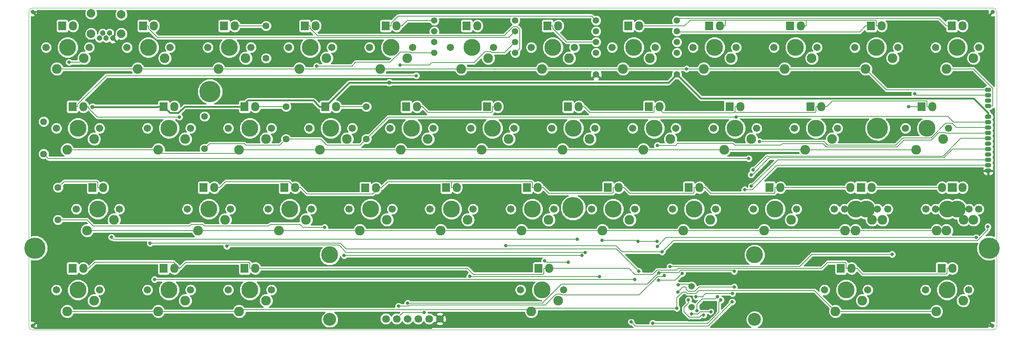
<source format=gtl>
G04 #@! TF.FileFunction,Copper,L1,Top,Signal*
%FSLAX46Y46*%
G04 Gerber Fmt 4.6, Leading zero omitted, Abs format (unit mm)*
G04 Created by KiCad (PCBNEW 4.0.1-stable) date 5/15/2016 6:24:44 PM*
%MOMM*%
G01*
G04 APERTURE LIST*
%ADD10C,0.150000*%
%ADD11C,0.099100*%
%ADD12C,1.800000*%
%ADD13C,1.600000*%
%ADD14C,2.286000*%
%ADD15C,3.987800*%
%ADD16C,1.701800*%
%ADD17O,1.905000X2.159000*%
%ADD18R,1.905000X2.159000*%
%ADD19O,1.524000X1.066800*%
%ADD20C,1.000000*%
%ADD21C,5.001260*%
%ADD22C,1.500000*%
%ADD23C,3.048000*%
%ADD24C,1.501140*%
%ADD25C,1.305560*%
%ADD26C,2.000000*%
%ADD27C,0.800000*%
%ADD28C,0.200000*%
%ADD29C,0.400000*%
%ADD30C,0.254000*%
G04 APERTURE END LIST*
D10*
D11*
X227209040Y-75750560D02*
X768040Y-75750560D01*
X227209040Y-75750560D02*
G75*
G03X227971040Y-74988560I0J762000D01*
G01*
X227971040Y-693560D02*
X227971040Y-74988560D01*
X227971040Y-693560D02*
G75*
G03X227209040Y68440I-762000J0D01*
G01*
X768040Y68440D02*
X227209040Y68440D01*
X768040Y68440D02*
G75*
G03X6040Y-693560I0J-762000D01*
G01*
X6040Y-74988560D02*
X6040Y-693560D01*
X6040Y-74988560D02*
G75*
G03X768040Y-75750560I762000J0D01*
G01*
D12*
X94263000Y-73175000D03*
X89183000Y-73175000D03*
X84103000Y-73175000D03*
X91723000Y-73175000D03*
X86643000Y-73175000D03*
X96803000Y-73175000D03*
D13*
X3496000Y-34313000D03*
X3496000Y-26693000D03*
X6861500Y-42220000D03*
X6861500Y-49840000D03*
D14*
X9020500Y-71430000D03*
X15370500Y-68890000D03*
D15*
X11560500Y-66350000D03*
D16*
X16640500Y-66350000D03*
X6480500Y-66350000D03*
D14*
X9020500Y-33330000D03*
X15370500Y-30790000D03*
D15*
X11560500Y-28250000D03*
D16*
X16640500Y-28250000D03*
X6480500Y-28250000D03*
D14*
X13719500Y-52380000D03*
X20069500Y-49840000D03*
D15*
X16259500Y-47300000D03*
D16*
X21339500Y-47300000D03*
X11179500Y-47300000D03*
D17*
X62742000Y-42220000D03*
D18*
X60202000Y-42220000D03*
D17*
X34293500Y-61270000D03*
D18*
X31753500Y-61270000D03*
D17*
X43692000Y-42220000D03*
D18*
X41152000Y-42220000D03*
D17*
X12830500Y-23170000D03*
D18*
X10290500Y-23170000D03*
D17*
X29467500Y-4118800D03*
D18*
X26927500Y-4118800D03*
D17*
X12830500Y-61270000D03*
D18*
X10290500Y-61270000D03*
D14*
X216158000Y-52380000D03*
X222508000Y-49840000D03*
D15*
X218698000Y-47300000D03*
D16*
X223778000Y-47300000D03*
X213618000Y-47300000D03*
D14*
X125734000Y-33330000D03*
X132084000Y-30790000D03*
D15*
X128274000Y-28250000D03*
D16*
X133354000Y-28250000D03*
X123194000Y-28250000D03*
D14*
X178058000Y-14280000D03*
X184408000Y-11740000D03*
D15*
X180598000Y-9200000D03*
D16*
X185678000Y-9200000D03*
X175518000Y-9200000D03*
D14*
X82808000Y-14280000D03*
X89158000Y-11740000D03*
D15*
X85348000Y-9200000D03*
D16*
X90428000Y-9200000D03*
X80268000Y-9200000D03*
D14*
X213744000Y-71430000D03*
X220094000Y-68890000D03*
D15*
X216284000Y-66350000D03*
D16*
X221364000Y-66350000D03*
X211204000Y-66350000D03*
D14*
X189996000Y-71430000D03*
X196346000Y-68890000D03*
D15*
X192536000Y-66350000D03*
D16*
X197616000Y-66350000D03*
X187456000Y-66350000D03*
D14*
X49534000Y-71430000D03*
X55884000Y-68890000D03*
D15*
X52074000Y-66350000D03*
D16*
X57154000Y-66350000D03*
X46994000Y-66350000D03*
D14*
X30483500Y-71430000D03*
X36833500Y-68890000D03*
D15*
X33023500Y-66350000D03*
D16*
X38103500Y-66350000D03*
X27943500Y-66350000D03*
D14*
X194694000Y-52380000D03*
X201044000Y-49840000D03*
D15*
X197234000Y-47300000D03*
D16*
X202314000Y-47300000D03*
X192154000Y-47300000D03*
D14*
X173232000Y-52380000D03*
X179582000Y-49840000D03*
D15*
X175772000Y-47300000D03*
D16*
X180852000Y-47300000D03*
X170692000Y-47300000D03*
D14*
X68584000Y-33330000D03*
X74934000Y-30790000D03*
D15*
X71124000Y-28250000D03*
D16*
X76204000Y-28250000D03*
X66044000Y-28250000D03*
D14*
X49534000Y-33330000D03*
X55884000Y-30790000D03*
D15*
X52074000Y-28250000D03*
D16*
X57154000Y-28250000D03*
X46994000Y-28250000D03*
D14*
X30483500Y-33330000D03*
X36833500Y-30790000D03*
D15*
X33023500Y-28250000D03*
D16*
X38103500Y-28250000D03*
X27943500Y-28250000D03*
D14*
X216158000Y-14280000D03*
X222508000Y-11740000D03*
D15*
X218698000Y-9200000D03*
D16*
X223778000Y-9200000D03*
X213618000Y-9200000D03*
D14*
X159008000Y-14280000D03*
X165358000Y-11740000D03*
D15*
X161548000Y-9200000D03*
D16*
X166628000Y-9200000D03*
X156468000Y-9200000D03*
D14*
X139958000Y-14280000D03*
X146308000Y-11740000D03*
D15*
X142498000Y-9200000D03*
D16*
X147578000Y-9200000D03*
X137418000Y-9200000D03*
D14*
X120908000Y-14280000D03*
X127258000Y-11740000D03*
D15*
X123448000Y-9200000D03*
D16*
X128528000Y-9200000D03*
X118368000Y-9200000D03*
D14*
X101858000Y-14280000D03*
X108208000Y-11740000D03*
D15*
X104398000Y-9200000D03*
D16*
X109478000Y-9200000D03*
X99318000Y-9200000D03*
D14*
X63758000Y-14280000D03*
X70108000Y-11740000D03*
D15*
X66298000Y-9200000D03*
D16*
X71378000Y-9200000D03*
X61218000Y-9200000D03*
D14*
X44708000Y-14280000D03*
X51058000Y-11740000D03*
D15*
X47248000Y-9200000D03*
D16*
X52328000Y-9200000D03*
X42168000Y-9200000D03*
D14*
X25657500Y-14280000D03*
X32007500Y-11740000D03*
D15*
X28197500Y-9200000D03*
D16*
X33277500Y-9200000D03*
X23117500Y-9200000D03*
D14*
X154182000Y-52380000D03*
X160532000Y-49840000D03*
D15*
X156722000Y-47300000D03*
D16*
X161802000Y-47300000D03*
X151642000Y-47300000D03*
D14*
X135132000Y-52380000D03*
X141482000Y-49840000D03*
D15*
X137672000Y-47300000D03*
D16*
X142752000Y-47300000D03*
X132592000Y-47300000D03*
D14*
X116082000Y-52380000D03*
X122432000Y-49840000D03*
D15*
X118622000Y-47300000D03*
D16*
X123702000Y-47300000D03*
X113542000Y-47300000D03*
D14*
X97032000Y-52380000D03*
X103382000Y-49840000D03*
D15*
X99572000Y-47300000D03*
D16*
X104652000Y-47300000D03*
X94492000Y-47300000D03*
D14*
X77982000Y-52380000D03*
X84332000Y-49840000D03*
D15*
X80522000Y-47300000D03*
D16*
X85602000Y-47300000D03*
X75442000Y-47300000D03*
D14*
X58932000Y-52380000D03*
X65282000Y-49840000D03*
D15*
X61472000Y-47300000D03*
D16*
X66552000Y-47300000D03*
X56392000Y-47300000D03*
D14*
X39882000Y-52380000D03*
X46232000Y-49840000D03*
D15*
X42422000Y-47300000D03*
D16*
X47502000Y-47300000D03*
X37342000Y-47300000D03*
D14*
X209046000Y-33330000D03*
X215396000Y-30790000D03*
D15*
X211586000Y-28250000D03*
D16*
X216666000Y-28250000D03*
X206506000Y-28250000D03*
D14*
X182884000Y-33330000D03*
X189234000Y-30790000D03*
D15*
X185424000Y-28250000D03*
D16*
X190504000Y-28250000D03*
X180344000Y-28250000D03*
D14*
X163834000Y-33330000D03*
X170184000Y-30790000D03*
D15*
X166374000Y-28250000D03*
D16*
X171454000Y-28250000D03*
X161294000Y-28250000D03*
D14*
X144784000Y-33330000D03*
X151134000Y-30790000D03*
D15*
X147324000Y-28250000D03*
D16*
X152404000Y-28250000D03*
X142244000Y-28250000D03*
D14*
X106684000Y-33330000D03*
X113034000Y-30790000D03*
D15*
X109224000Y-28250000D03*
D16*
X114304000Y-28250000D03*
X104144000Y-28250000D03*
D14*
X87634000Y-33330000D03*
X93984000Y-30790000D03*
D15*
X90174000Y-28250000D03*
D16*
X95254000Y-28250000D03*
X85094000Y-28250000D03*
D14*
X197108000Y-14280000D03*
X203458000Y-11740000D03*
D15*
X199648000Y-9200000D03*
D16*
X204728000Y-9200000D03*
X194568000Y-9200000D03*
D17*
X122609000Y-61275000D03*
D18*
X120069000Y-61275000D03*
D17*
X157992000Y-42220000D03*
D18*
X155452000Y-42220000D03*
D17*
X138942000Y-42220000D03*
D18*
X136402000Y-42220000D03*
D17*
X119892000Y-42220000D03*
D18*
X117352000Y-42220000D03*
D17*
X100842000Y-42220000D03*
D18*
X98302000Y-42220000D03*
D17*
X212856000Y-23170000D03*
D18*
X210316000Y-23170000D03*
D17*
X186694000Y-23170000D03*
D18*
X184154000Y-23170000D03*
D17*
X167644000Y-23170000D03*
D18*
X165104000Y-23170000D03*
D17*
X81792000Y-42347000D03*
D18*
X79252000Y-42347000D03*
D17*
X148594000Y-23170000D03*
D18*
X146054000Y-23170000D03*
D17*
X86618000Y-4120000D03*
D18*
X84078000Y-4120000D03*
D17*
X105668000Y-4120000D03*
D18*
X103128000Y-4120000D03*
D17*
X124718000Y-4120000D03*
D18*
X122178000Y-4120000D03*
D17*
X143768000Y-4120000D03*
D18*
X141228000Y-4120000D03*
D17*
X67568000Y-4120000D03*
D18*
X65028000Y-4120000D03*
D17*
X129544000Y-23170000D03*
D18*
X127004000Y-23170000D03*
D17*
X162818000Y-4120000D03*
D18*
X160278000Y-4120000D03*
D17*
X181868000Y-4120000D03*
D18*
X179328000Y-4120000D03*
D17*
X200918000Y-4120000D03*
D18*
X198378000Y-4120000D03*
D17*
X219968000Y-4120000D03*
D18*
X217428000Y-4120000D03*
D17*
X91444000Y-23170000D03*
D18*
X88904000Y-23170000D03*
D17*
X110494000Y-23170000D03*
D18*
X107954000Y-23170000D03*
D17*
X217554000Y-61270000D03*
D18*
X215014000Y-61270000D03*
D17*
X193806000Y-61270000D03*
D18*
X191266000Y-61270000D03*
D17*
X177042000Y-42220000D03*
D18*
X174502000Y-42220000D03*
D17*
X198504000Y-42220000D03*
D18*
X195964000Y-42220000D03*
D17*
X53344000Y-61270000D03*
D18*
X50804000Y-61270000D03*
D17*
X219968000Y-42220000D03*
D18*
X217428000Y-42220000D03*
D17*
X10417500Y-4118800D03*
D18*
X7877500Y-4118800D03*
D14*
X6607500Y-14280000D03*
X12957500Y-11740000D03*
D15*
X9147500Y-9200000D03*
D16*
X14227500Y-9200000D03*
X4067500Y-9200000D03*
D17*
X17529500Y-42220000D03*
D18*
X14989500Y-42220000D03*
D13*
X79506000Y-30790000D03*
X79506000Y-23170000D03*
X60582000Y-30790000D03*
X60582000Y-23170000D03*
X41406000Y-33076000D03*
X41406000Y-25456000D03*
X55884000Y-11740000D03*
X55884000Y-4120000D03*
D17*
X72394000Y-23170000D03*
D18*
X69854000Y-23170000D03*
D17*
X53344000Y-23170000D03*
D18*
X50804000Y-23170000D03*
D17*
X34293500Y-23170000D03*
D18*
X31753500Y-23170000D03*
D17*
X48518000Y-4120000D03*
D18*
X45978000Y-4120000D03*
D14*
X213872000Y-52380000D03*
X220222000Y-49840000D03*
D15*
X216412000Y-47300000D03*
D16*
X221492000Y-47300000D03*
X211332000Y-47300000D03*
D14*
X192282000Y-52380000D03*
X198632000Y-49840000D03*
D15*
X194822000Y-47300000D03*
D16*
X199902000Y-47300000D03*
X189742000Y-47300000D03*
D17*
X193552000Y-42220000D03*
D18*
X196092000Y-42220000D03*
D17*
X215142000Y-42220000D03*
D18*
X217682000Y-42220000D03*
D19*
X226000000Y-19200000D03*
X226000000Y-20470000D03*
X226000000Y-21740000D03*
X226000000Y-23010000D03*
X226000000Y-33170000D03*
X226000000Y-34440000D03*
X226000000Y-26820000D03*
X226000000Y-28090000D03*
X226000000Y-29360000D03*
X226000000Y-30630000D03*
X226000000Y-31900000D03*
D20*
X892500Y-74859000D03*
X227080000Y-818000D03*
X227016000Y-74851000D03*
X892500Y-818000D03*
D19*
X226000000Y-35710000D03*
X226000000Y-25550000D03*
X226000000Y-36980000D03*
X226000000Y-38250000D03*
D21*
X226241000Y-56500000D03*
X199902000Y-28250000D03*
X42676000Y-19614000D03*
X128200000Y-47000000D03*
X1458900Y-56501000D03*
D22*
X95510000Y-5392600D03*
X95510000Y-7932600D03*
X95510000Y-10472600D03*
X114560000Y-2852600D03*
X114560000Y-7932600D03*
X114560000Y-10472600D03*
X95510000Y-2852600D03*
X133610000Y-7932600D03*
X133610000Y-10472600D03*
X152660000Y-10472600D03*
X152660000Y-7932600D03*
X152660000Y-5392600D03*
X152660000Y-2852600D03*
X133610000Y-5392600D03*
X114560000Y-5392600D03*
X133610000Y-2852600D03*
X133610000Y-15552600D03*
X152660000Y-15552600D03*
D14*
X118370000Y-71433000D03*
X124720000Y-68893000D03*
D15*
X120910000Y-66353000D03*
D16*
X125990000Y-66353000D03*
X115830000Y-66353000D03*
D23*
X170948000Y-73338000D03*
X70872000Y-73338000D03*
D15*
X170948000Y-58098000D03*
X70872000Y-58098000D03*
D24*
X156150000Y-65527060D03*
X156150000Y-70408940D03*
D25*
X18228000Y-7025780D03*
X17430440Y-5826900D03*
X19825660Y-7025780D03*
X19025560Y-5826900D03*
D26*
X21784000Y-1420000D03*
X14672000Y-1166000D03*
D25*
X16630340Y-7025780D03*
D26*
X14672000Y-5992000D03*
X21784000Y-5992000D03*
D27*
X166616000Y-25625000D03*
X172082000Y-31387200D03*
X169590000Y-35404000D03*
X148059000Y-32281400D03*
X170584000Y-38060000D03*
X165696000Y-69169000D03*
X141862000Y-73883000D03*
X223141000Y-54025000D03*
X148061000Y-56067000D03*
X148368000Y-62396000D03*
X170131000Y-39219000D03*
X166151000Y-61981000D03*
X89194000Y-69503000D03*
X225910000Y-51431000D03*
X149182000Y-57369000D03*
X112317000Y-55962000D03*
X93121000Y-71705000D03*
X170201000Y-41927000D03*
X166150000Y-65692000D03*
X152926000Y-66877000D03*
X165733000Y-67223000D03*
X168630000Y-42742000D03*
X157166000Y-67968000D03*
X91258000Y-15850500D03*
X207250000Y-23170000D03*
X87480000Y-13319000D03*
X35443400Y-25592700D03*
X67796000Y-13580000D03*
X69670000Y-51632000D03*
X129181000Y-54393000D03*
X19463500Y-53934000D03*
X203337000Y-57978000D03*
X151041000Y-60872000D03*
X46652000Y-56061000D03*
X131011000Y-57524000D03*
X74281000Y-58224000D03*
X130269000Y-58224000D03*
X103864000Y-63115000D03*
X134419000Y-63179000D03*
X121467000Y-59500000D03*
X127094000Y-59832000D03*
X143521000Y-54946000D03*
X147966000Y-54946000D03*
X135032000Y-54692000D03*
X146956000Y-74188000D03*
X163008000Y-68730000D03*
X154957000Y-14280000D03*
X158946000Y-72249000D03*
X155388000Y-68730000D03*
X156150000Y-72032000D03*
X160680000Y-71557000D03*
X208678000Y-20152900D03*
X157420000Y-71270000D03*
X162246000Y-67968000D03*
X152611000Y-70657000D03*
X149691000Y-62949000D03*
X87075000Y-70203000D03*
D20*
X16958000Y-13104000D03*
X154626000Y-58316000D03*
X178502000Y-58570000D03*
X178502000Y-72540000D03*
X161230000Y-69746000D03*
X134395000Y-73175000D03*
X115700500Y-38918020D03*
X103508500Y-19995020D03*
X123193500Y-38918020D03*
X104905500Y-38156020D03*
X118621500Y-19868020D03*
X97285500Y-19995020D03*
X188979500Y-19360020D03*
X137925500Y-30409020D03*
X158372500Y-23170020D03*
X158372500Y-19360020D03*
X174628500Y-19360020D03*
X198631500Y-19360020D03*
X137988992Y-19931526D03*
X76711500Y-62540020D03*
X83823500Y-62540020D03*
X46993500Y-58095020D03*
X40770500Y-58095020D03*
X26094500Y-58222020D03*
X66043500Y-59492020D03*
X103635500Y-67620020D03*
X97666500Y-65715020D03*
X97666500Y-62540020D03*
X14983200Y-23240700D03*
X84917000Y-17521800D03*
D27*
X152946000Y-65202000D03*
X153935000Y-62462000D03*
X148298000Y-64054000D03*
X9474300Y-12707000D03*
X28556000Y-55356000D03*
X143663000Y-61968000D03*
X29620400Y-63881000D03*
X142756000Y-63881000D03*
D28*
X217845000Y-26820000D02*
X226000000Y-26820000D01*
X216452000Y-25427100D02*
X217845000Y-26820000D01*
X166814000Y-25427100D02*
X216452000Y-25427100D01*
X166616000Y-25625000D02*
X166814000Y-25427100D01*
X84671000Y-25625000D02*
X166616000Y-25625000D01*
X79506000Y-30790000D02*
X84671000Y-25625000D01*
X78043000Y-32252600D02*
X79506000Y-30790000D01*
X70176000Y-32252600D02*
X78043000Y-32252600D01*
X68713000Y-30790000D02*
X70176000Y-32252600D01*
X60582000Y-30790000D02*
X68713000Y-30790000D01*
X42602000Y-31879800D02*
X41406000Y-33076000D01*
X50777000Y-31879800D02*
X42602000Y-31879800D01*
X51150000Y-32252600D02*
X50777000Y-31879800D01*
X59119000Y-32252600D02*
X51150000Y-32252600D01*
X60582000Y-30790000D02*
X59119000Y-32252600D01*
X187341000Y-31387200D02*
X172082000Y-31387200D01*
X188191000Y-32237100D02*
X187341000Y-31387200D01*
X204196000Y-32237100D02*
X188191000Y-32237100D01*
X205889000Y-30544300D02*
X204196000Y-32237100D01*
X212543000Y-30544300D02*
X205889000Y-30544300D01*
X216008000Y-27078700D02*
X212543000Y-30544300D01*
X217537000Y-27078700D02*
X216008000Y-27078700D01*
X218549000Y-28090000D02*
X217537000Y-27078700D01*
X226000000Y-28090000D02*
X218549000Y-28090000D01*
X4586800Y-35404000D02*
X169590000Y-35404000D01*
X3496000Y-34313000D02*
X4586800Y-35404000D01*
X224938000Y-29360000D02*
X226000000Y-29360000D01*
X224857000Y-29441100D02*
X224938000Y-29360000D01*
X216159000Y-29441100D02*
X224857000Y-29441100D01*
X216002000Y-29284600D02*
X216159000Y-29441100D01*
X214369000Y-29284600D02*
X216002000Y-29284600D01*
X212602000Y-31051000D02*
X214369000Y-29284600D01*
X206148000Y-31051000D02*
X212602000Y-31051000D01*
X204562000Y-32637400D02*
X206148000Y-31051000D01*
X187825000Y-32637400D02*
X204562000Y-32637400D01*
X187074000Y-31886600D02*
X187825000Y-32637400D01*
X177474000Y-31886600D02*
X187074000Y-31886600D01*
X177091000Y-32269300D02*
X177474000Y-31886600D01*
X166239000Y-32269300D02*
X177091000Y-32269300D01*
X165810000Y-31839800D02*
X166239000Y-32269300D01*
X152799000Y-31839800D02*
X165810000Y-31839800D01*
X152357000Y-32281400D02*
X152799000Y-31839800D01*
X148059000Y-32281400D02*
X152357000Y-32281400D01*
X159972000Y-74893000D02*
X165696000Y-69169000D01*
X142871000Y-74893000D02*
X159972000Y-74893000D01*
X141862000Y-73883000D02*
X142871000Y-74893000D01*
X173822000Y-34822100D02*
X170584000Y-38060000D01*
X215344000Y-34822100D02*
X173822000Y-34822100D01*
X219536000Y-30630000D02*
X215344000Y-34822100D01*
X226000000Y-30630000D02*
X219536000Y-30630000D01*
X150103000Y-54025000D02*
X223141000Y-54025000D01*
X148061000Y-56067000D02*
X150103000Y-54025000D01*
X148516000Y-62249000D02*
X148368000Y-62396000D01*
X153058000Y-62249000D02*
X148516000Y-62249000D01*
X153585000Y-61722000D02*
X153058000Y-62249000D01*
X165892000Y-61722000D02*
X153585000Y-61722000D01*
X166151000Y-61981000D02*
X165892000Y-61722000D01*
X121005000Y-69503000D02*
X89194000Y-69503000D01*
X125497000Y-65011000D02*
X121005000Y-69503000D01*
X145680000Y-65011000D02*
X125497000Y-65011000D01*
X148294000Y-62396000D02*
X145680000Y-65011000D01*
X148368000Y-62396000D02*
X148294000Y-62396000D01*
X170415000Y-39219000D02*
X170131000Y-39219000D01*
X174411000Y-35222600D02*
X170415000Y-39219000D01*
X174411000Y-35222500D02*
X174411000Y-35222600D01*
X215510000Y-35222500D02*
X174411000Y-35222500D01*
X217562000Y-33170000D02*
X215510000Y-35222500D01*
X226000000Y-33170000D02*
X217562000Y-33170000D01*
X88113000Y-71705000D02*
X86643000Y-73175000D01*
X93121000Y-71705000D02*
X88113000Y-71705000D01*
X151825000Y-54726000D02*
X149182000Y-57369000D01*
X223431000Y-54726000D02*
X151825000Y-54726000D01*
X225910000Y-52247000D02*
X223431000Y-54726000D01*
X225910000Y-51431000D02*
X225910000Y-52247000D01*
X138364000Y-55962000D02*
X112317000Y-55962000D01*
X139772000Y-57369000D02*
X138364000Y-55962000D01*
X149182000Y-57369000D02*
X139772000Y-57369000D01*
X155388000Y-66698000D02*
X156912000Y-66698000D01*
X154880000Y-66190000D02*
X155388000Y-66698000D01*
X154880000Y-65692000D02*
X154880000Y-66190000D01*
X156912000Y-66698000D02*
X157918000Y-65692000D01*
X154111000Y-65692000D02*
X154880000Y-65692000D01*
X157918000Y-65692000D02*
X166150000Y-65692000D01*
X152926000Y-66877000D02*
X154111000Y-65692000D01*
X176418000Y-35710000D02*
X226000000Y-35710000D01*
X170201000Y-41927000D02*
X176418000Y-35710000D01*
X170393000Y-42742000D02*
X168630000Y-42742000D01*
X176155000Y-36980000D02*
X170393000Y-42742000D01*
X176155000Y-36980000D02*
X226000000Y-36980000D01*
X165733000Y-67223000D02*
X159435000Y-67223000D01*
X158632000Y-68026000D02*
X159435000Y-67223000D01*
X158690000Y-67968000D02*
X158632000Y-68026000D01*
X157166000Y-67968000D02*
X158690000Y-67968000D01*
X18236400Y-15850500D02*
X91258000Y-15850500D01*
X11543300Y-22543600D02*
X18236400Y-15850500D01*
X11543300Y-23170000D02*
X11543300Y-22543600D01*
X10290500Y-23170000D02*
X11543300Y-23170000D01*
X196092000Y-42220000D02*
X195964000Y-42220000D01*
X152814000Y-5546300D02*
X152660000Y-5392600D01*
X195699000Y-5546300D02*
X152814000Y-5546300D01*
X197125000Y-4120000D02*
X195699000Y-5546300D01*
X198378000Y-4120000D02*
X197125000Y-4120000D01*
X217682000Y-42220000D02*
X217428000Y-42220000D01*
X210316000Y-23170000D02*
X207250000Y-23170000D01*
X153192000Y-2320600D02*
X152660000Y-2852600D01*
X214376000Y-2320600D02*
X153192000Y-2320600D01*
X216175000Y-4120000D02*
X214376000Y-2320600D01*
X217428000Y-4120000D02*
X216175000Y-4120000D01*
X113105000Y-6847300D02*
X114560000Y-5392600D01*
X30282400Y-6847300D02*
X113105000Y-6847300D01*
X28180300Y-4745200D02*
X30282400Y-6847300D01*
X28180300Y-4118800D02*
X28180300Y-4745200D01*
X26927500Y-4118800D02*
X28180300Y-4118800D01*
X94324000Y-13319000D02*
X87480000Y-13319000D01*
X94860000Y-12782800D02*
X94324000Y-13319000D01*
X104855000Y-12782800D02*
X94860000Y-12782800D01*
X107394000Y-10244300D02*
X104855000Y-12782800D01*
X108894000Y-10244300D02*
X107394000Y-10244300D01*
X109060000Y-10410400D02*
X108894000Y-10244300D01*
X112082000Y-10410400D02*
X109060000Y-10410400D01*
X114560000Y-7932600D02*
X112082000Y-10410400D01*
X115612000Y-9420300D02*
X114560000Y-10472600D01*
X115612000Y-4923500D02*
X115612000Y-9420300D01*
X114975000Y-4286500D02*
X115612000Y-4923500D01*
X114133000Y-4286500D02*
X114975000Y-4286500D01*
X111972000Y-6447000D02*
X114133000Y-4286500D01*
X67981000Y-6447000D02*
X111972000Y-6447000D01*
X66281000Y-4746400D02*
X67981000Y-6447000D01*
X66281000Y-4120000D02*
X66281000Y-4746400D01*
X65028000Y-4120000D02*
X66281000Y-4120000D01*
X132557000Y-1799300D02*
X133610000Y-2852600D01*
X87025000Y-1799300D02*
X132557000Y-1799300D01*
X85331000Y-3493600D02*
X87025000Y-1799300D01*
X85331000Y-4120000D02*
X85331000Y-3493600D01*
X84078000Y-4120000D02*
X85331000Y-4120000D01*
X126617000Y-7932600D02*
X133610000Y-7932600D01*
X123431000Y-4746400D02*
X126617000Y-7932600D01*
X123431000Y-4120000D02*
X123431000Y-4746400D01*
X122178000Y-4120000D02*
X123431000Y-4120000D01*
X89138000Y-2852600D02*
X95510000Y-2852600D01*
X87871000Y-4120000D02*
X89138000Y-2852600D01*
X86618000Y-4120000D02*
X87871000Y-4120000D01*
X183121000Y-4120000D02*
X181868000Y-4120000D01*
X183121000Y-2740200D02*
X183121000Y-4120000D01*
X199460000Y-2740200D02*
X183121000Y-2740200D01*
X199665000Y-2945500D02*
X199460000Y-2740200D01*
X199665000Y-4120000D02*
X199665000Y-2945500D01*
X200918000Y-4120000D02*
X199665000Y-4120000D01*
X164071000Y-4120000D02*
X162818000Y-4120000D01*
X164071000Y-2740200D02*
X164071000Y-4120000D01*
X183121000Y-2740200D02*
X164071000Y-2740200D01*
X154449000Y-4120000D02*
X143768000Y-4120000D01*
X155828000Y-2740200D02*
X154449000Y-4120000D01*
X164071000Y-2740200D02*
X155828000Y-2740200D01*
X92697000Y-23170000D02*
X91444000Y-23170000D01*
X94077000Y-24549900D02*
X92697000Y-23170000D01*
X109038000Y-24549900D02*
X94077000Y-24549900D01*
X109241000Y-24347000D02*
X109038000Y-24549900D01*
X109241000Y-23170000D02*
X109241000Y-24347000D01*
X110494000Y-23170000D02*
X109241000Y-23170000D01*
X147341000Y-23170000D02*
X147968000Y-23170000D01*
X147341000Y-24347000D02*
X147341000Y-23170000D01*
X147138000Y-24549900D02*
X147341000Y-24347000D01*
X132177000Y-24549900D02*
X147138000Y-24549900D01*
X130797000Y-23170000D02*
X132177000Y-24549900D01*
X129544000Y-23170000D02*
X130797000Y-23170000D01*
X166148000Y-24589800D02*
X166391000Y-24347000D01*
X149387000Y-24589800D02*
X166148000Y-24589800D01*
X147968000Y-23170000D02*
X149387000Y-24589800D01*
X166391000Y-23170000D02*
X167644000Y-23170000D01*
X166391000Y-24347000D02*
X166391000Y-23170000D01*
X185441000Y-23170000D02*
X186694000Y-23170000D01*
X185441000Y-24347000D02*
X185441000Y-23170000D01*
X185238000Y-24549900D02*
X185441000Y-24347000D01*
X166594000Y-24549900D02*
X185238000Y-24549900D01*
X166391000Y-24347000D02*
X166594000Y-24549900D01*
X187947000Y-23170000D02*
X186694000Y-23170000D01*
X189327000Y-21790100D02*
X187947000Y-23170000D01*
X211400000Y-21790100D02*
X189327000Y-21790100D01*
X211603000Y-21993000D02*
X211400000Y-21790100D01*
X211603000Y-23170000D02*
X211603000Y-21993000D01*
X212856000Y-23170000D02*
X211603000Y-23170000D01*
X148594000Y-23170000D02*
X147968000Y-23170000D01*
X198504000Y-42220000D02*
X215142000Y-42220000D01*
X137689000Y-42220000D02*
X138942000Y-42220000D01*
X137689000Y-43394000D02*
X137689000Y-42220000D01*
X137484000Y-43600000D02*
X137689000Y-43394000D01*
X122525000Y-43600000D02*
X137484000Y-43600000D01*
X121145000Y-42220000D02*
X122525000Y-43600000D01*
X119892000Y-42220000D02*
X121145000Y-42220000D01*
X16182900Y-25592700D02*
X35443400Y-25592700D01*
X14083300Y-23493100D02*
X16182900Y-25592700D01*
X14083300Y-23170000D02*
X14083300Y-23493100D01*
X12830500Y-23170000D02*
X14083300Y-23170000D01*
X99589000Y-42220000D02*
X99589000Y-40840000D01*
X100842000Y-42220000D02*
X99589000Y-42220000D01*
X118434000Y-40840000D02*
X99589000Y-40840000D01*
X118639000Y-41046000D02*
X118434000Y-40840000D01*
X118639000Y-42220000D02*
X118639000Y-41046000D01*
X119892000Y-42220000D02*
X118639000Y-42220000D01*
X83045000Y-42347000D02*
X82418000Y-42347000D01*
X84552000Y-40840000D02*
X83045000Y-42347000D01*
X99589000Y-40840000D02*
X84552000Y-40840000D01*
X81039000Y-43727000D02*
X82418000Y-42347000D01*
X65502000Y-43727000D02*
X81039000Y-43727000D01*
X63995000Y-42220000D02*
X65502000Y-43727000D01*
X62742000Y-42220000D02*
X63995000Y-42220000D01*
X61362000Y-40840000D02*
X62742000Y-42220000D01*
X46325000Y-40840000D02*
X61362000Y-40840000D01*
X44945000Y-42220000D02*
X46325000Y-40840000D01*
X43692000Y-42220000D02*
X44945000Y-42220000D01*
X81792000Y-42347000D02*
X82418000Y-42347000D01*
X156739000Y-42220000D02*
X157992000Y-42220000D01*
X156739000Y-43394000D02*
X156739000Y-42220000D01*
X156534000Y-43600000D02*
X156739000Y-43394000D01*
X141575000Y-43600000D02*
X156534000Y-43600000D01*
X140195000Y-42220000D02*
X141575000Y-43600000D01*
X138942000Y-42220000D02*
X140195000Y-42220000D01*
X175789000Y-42220000D02*
X177042000Y-42220000D01*
X175789000Y-43397000D02*
X175789000Y-42220000D01*
X175581000Y-43605000D02*
X175789000Y-43397000D01*
X160630000Y-43605000D02*
X175581000Y-43605000D01*
X159245000Y-42220000D02*
X160630000Y-43605000D01*
X157992000Y-42220000D02*
X159245000Y-42220000D01*
X177042000Y-42220000D02*
X193552000Y-42220000D01*
X36926200Y-59890000D02*
X35546300Y-61270000D01*
X51886000Y-59890000D02*
X36926200Y-59890000D01*
X52091000Y-60096000D02*
X51886000Y-59890000D01*
X52091000Y-61270000D02*
X52091000Y-60096000D01*
X53344000Y-61270000D02*
X52091000Y-61270000D01*
X34293500Y-61270000D02*
X35546300Y-61270000D01*
X34074900Y-59799000D02*
X35546300Y-61270000D01*
X15554700Y-59799000D02*
X34074900Y-59799000D01*
X14083300Y-61270000D02*
X15554700Y-59799000D01*
X12830500Y-61270000D02*
X14083300Y-61270000D01*
X216301000Y-61270000D02*
X217554000Y-61270000D01*
X216301000Y-62447000D02*
X216301000Y-61270000D01*
X216098000Y-62650000D02*
X216301000Y-62447000D01*
X196439000Y-62650000D02*
X216098000Y-62650000D01*
X195059000Y-61270000D02*
X196439000Y-62650000D01*
X193806000Y-61270000D02*
X195059000Y-61270000D01*
X76088000Y-13580000D02*
X67796000Y-13580000D01*
X76985000Y-12683200D02*
X76088000Y-13580000D01*
X85110000Y-12683200D02*
X76985000Y-12683200D01*
X87517000Y-10275400D02*
X85110000Y-12683200D01*
X89875000Y-10275400D02*
X87517000Y-10275400D01*
X90072000Y-10472600D02*
X89875000Y-10275400D01*
X95510000Y-10472600D02*
X90072000Y-10472600D01*
X141360000Y-61275000D02*
X122609000Y-61275000D01*
X142774000Y-62688000D02*
X141360000Y-61275000D01*
X146944000Y-62688000D02*
X142774000Y-62688000D01*
X147960000Y-61672000D02*
X146944000Y-62688000D01*
X152594000Y-61672000D02*
X147960000Y-61672000D01*
X152994000Y-61272000D02*
X152594000Y-61672000D01*
X186732000Y-61272000D02*
X152994000Y-61272000D01*
X188114000Y-59890000D02*
X186732000Y-61272000D01*
X192350000Y-59890000D02*
X188114000Y-59890000D01*
X192553000Y-60093000D02*
X192350000Y-59890000D01*
X192553000Y-61270000D02*
X192553000Y-60093000D01*
X193806000Y-61270000D02*
X192553000Y-61270000D01*
X103280000Y-61270000D02*
X53344000Y-61270000D01*
X104692000Y-62681000D02*
X103280000Y-61270000D01*
X121121000Y-62681000D02*
X104692000Y-62681000D01*
X121356000Y-62446000D02*
X121121000Y-62681000D01*
X121356000Y-61275000D02*
X121356000Y-62446000D01*
X122609000Y-61275000D02*
X121356000Y-61275000D01*
X64587000Y-51632000D02*
X69670000Y-51632000D01*
X63871000Y-50915000D02*
X64587000Y-51632000D01*
X56867000Y-50915000D02*
X63871000Y-50915000D01*
X56479000Y-51303000D02*
X56867000Y-50915000D01*
X41345000Y-51303000D02*
X56479000Y-51303000D01*
X40956000Y-50914000D02*
X41345000Y-51303000D01*
X38317000Y-50914000D02*
X40956000Y-50914000D01*
X37928000Y-51303000D02*
X38317000Y-50914000D01*
X15182100Y-51303000D02*
X37928000Y-51303000D01*
X13719500Y-49840000D02*
X15182100Y-51303000D01*
X6861500Y-49840000D02*
X13719500Y-49840000D01*
X19922100Y-54393000D02*
X19463500Y-53934000D01*
X129181000Y-54393000D02*
X19922100Y-54393000D01*
X181567000Y-60872000D02*
X151041000Y-60872000D01*
X184461000Y-57978000D02*
X181567000Y-60872000D01*
X203337000Y-57978000D02*
X184461000Y-57978000D01*
X46941000Y-55772000D02*
X46652000Y-56061000D01*
X73016000Y-55772000D02*
X46941000Y-55772000D01*
X74767000Y-57524000D02*
X73016000Y-55772000D01*
X131011000Y-57524000D02*
X74767000Y-57524000D01*
X74281000Y-58224000D02*
X130269000Y-58224000D01*
X103928000Y-63179000D02*
X134419000Y-63179000D01*
X103864000Y-63115000D02*
X103928000Y-63179000D01*
X121799000Y-59832000D02*
X127094000Y-59832000D01*
X121467000Y-59500000D02*
X121799000Y-59832000D01*
X143521000Y-54946000D02*
X147966000Y-54946000D01*
X143268000Y-54692000D02*
X135032000Y-54692000D01*
X143521000Y-54946000D02*
X143268000Y-54692000D01*
X162531000Y-69241000D02*
X162531000Y-69207000D01*
X162531000Y-69241000D02*
X162531000Y-71586000D01*
X162531000Y-71586000D02*
X159929000Y-74188000D01*
X159929000Y-74188000D02*
X146956000Y-74188000D01*
X162531000Y-69207000D02*
X163008000Y-68730000D01*
X155388000Y-68730000D02*
X155388000Y-69492000D01*
X155642000Y-72794000D02*
X157970998Y-72794000D01*
X157970998Y-72794000D02*
X158182000Y-72582998D01*
X155642000Y-72794000D02*
X155388000Y-72540000D01*
X154372000Y-71524000D02*
X155388000Y-72540000D01*
X155388000Y-69492000D02*
X154372000Y-70508000D01*
X154372000Y-70508000D02*
X154372000Y-71524000D01*
X158946000Y-72249000D02*
X158515998Y-72249000D01*
X158515998Y-72249000D02*
X158182000Y-72582998D01*
X202028000Y-19200000D02*
X197108000Y-14280000D01*
X226000000Y-19200000D02*
X202028000Y-19200000D01*
X197108000Y-14280000D02*
X178058000Y-14280000D01*
X6607500Y-14280000D02*
X25657500Y-14280000D01*
X159008000Y-14280000D02*
X178058000Y-14280000D01*
X120908000Y-14280000D02*
X139958000Y-14280000D01*
X82808000Y-14280300D02*
X82808000Y-14280000D01*
X63758000Y-14280300D02*
X82808000Y-14280300D01*
X63758000Y-14280000D02*
X63758000Y-14280300D01*
X159008000Y-14280000D02*
X154957000Y-14280000D01*
X154957000Y-14280000D02*
X139958000Y-14280000D01*
X120908000Y-14280000D02*
X101858000Y-14280000D01*
X101858000Y-14280000D02*
X82808000Y-14280000D01*
X63758000Y-14280000D02*
X44708000Y-14280000D01*
X44708000Y-14280000D02*
X25657500Y-14280000D01*
X158182000Y-71524000D02*
X160647000Y-71524000D01*
X160647000Y-71524000D02*
X160680000Y-71557000D01*
X157420000Y-72032000D02*
X157674000Y-72032000D01*
X156150000Y-72032000D02*
X156912000Y-72032000D01*
X157420000Y-72032000D02*
X156912000Y-72032000D01*
X157674000Y-72032000D02*
X158182000Y-71524000D01*
X144784000Y-33330000D02*
X125734000Y-33330000D01*
X163834000Y-33330000D02*
X144784000Y-33330000D01*
X182884000Y-33330000D02*
X163834000Y-33330000D01*
X209046000Y-33330000D02*
X182884000Y-33330000D01*
X9020500Y-33330000D02*
X30483500Y-33330000D01*
X208995000Y-20470000D02*
X208678000Y-20152900D01*
X226000000Y-20470000D02*
X208995000Y-20470000D01*
X31357300Y-34203800D02*
X30483500Y-33330000D01*
X48660000Y-34203800D02*
X31357300Y-34203800D01*
X49534000Y-33330000D02*
X48660000Y-34203800D01*
X87634000Y-33330000D02*
X68584000Y-33330000D01*
X68584000Y-33330000D02*
X49534000Y-33330000D01*
X87634000Y-33330000D02*
X106684000Y-33330000D01*
X106684000Y-33330000D02*
X125734000Y-33330000D01*
X158690000Y-68476000D02*
X161738000Y-68476000D01*
X157420000Y-69746000D02*
X158690000Y-68476000D01*
X157420000Y-71270000D02*
X157420000Y-69746000D01*
X161738000Y-68476000D02*
X162246000Y-67968000D01*
X192282000Y-52380000D02*
X194694000Y-52380000D01*
X154182000Y-52380000D02*
X135132000Y-52380000D01*
X97032000Y-52380000D02*
X77982000Y-52380000D01*
X77982000Y-52380000D02*
X58932000Y-52380000D01*
X58932000Y-52380000D02*
X39882000Y-52380000D01*
X39882000Y-52380000D02*
X13719500Y-52380000D01*
X216158000Y-52380000D02*
X213872000Y-52380000D01*
X213872000Y-52380000D02*
X194694000Y-52380000D01*
X154182000Y-52380000D02*
X173232000Y-52380000D01*
X173232000Y-52380000D02*
X192282000Y-52380000D01*
X97032000Y-52380000D02*
X116082000Y-52380000D01*
X116082000Y-52380000D02*
X135132000Y-52380000D01*
X154003000Y-66837000D02*
X154765000Y-66837000D01*
X154765000Y-66837000D02*
X154880000Y-66952000D01*
X155134000Y-67206000D02*
X157166000Y-67206000D01*
X152611000Y-70657000D02*
X152611000Y-68229000D01*
X152611000Y-68229000D02*
X154003000Y-66837000D01*
X154880000Y-66952000D02*
X155134000Y-67206000D01*
X157166000Y-67206000D02*
X157674000Y-66698000D01*
X157549002Y-66822998D02*
X157674000Y-66698000D01*
X157674000Y-66698000D02*
X157874000Y-66498000D01*
X157874000Y-66498000D02*
X185064000Y-66498000D01*
X185064000Y-66498000D02*
X189996000Y-71430000D01*
X30483500Y-71430000D02*
X49534000Y-71430000D01*
X213744000Y-71430000D02*
X189996000Y-71430000D01*
X30483500Y-71430000D02*
X9020500Y-71430000D01*
X119146000Y-70657000D02*
X118370000Y-71433000D01*
X152611000Y-70657000D02*
X119146000Y-70657000D01*
X49959000Y-71005000D02*
X49534000Y-71430000D01*
X117942000Y-71005000D02*
X49959000Y-71005000D01*
X118370000Y-71433000D02*
X117942000Y-71005000D01*
X227062300Y-18840600D02*
X227062300Y-23010000D01*
X222501700Y-14280000D02*
X227062300Y-18840600D01*
X216158000Y-14280000D02*
X222501700Y-14280000D01*
X226000000Y-23010000D02*
X227062300Y-23010000D01*
X89484000Y-70203000D02*
X87075000Y-70203000D01*
X89773000Y-69914000D02*
X89484000Y-70203000D01*
X121658000Y-69914000D02*
X89773000Y-69914000D01*
X124174000Y-67397000D02*
X121658000Y-69914000D01*
X125406000Y-67397000D02*
X124174000Y-67397000D01*
X125572000Y-67563000D02*
X125406000Y-67397000D01*
X143742000Y-67563000D02*
X125572000Y-67563000D01*
X148115000Y-63190000D02*
X143742000Y-67563000D01*
X149450000Y-63190000D02*
X148115000Y-63190000D01*
X149691000Y-62949000D02*
X149450000Y-63190000D01*
D29*
X12386000Y-3452000D02*
X19752000Y-3452000D01*
X20260000Y-3960000D02*
X20260000Y-6246000D01*
X20260000Y-6246000D02*
X19825660Y-6680340D01*
X19752000Y-3452000D02*
X20260000Y-3960000D01*
X19825660Y-7025780D02*
X19825660Y-6680340D01*
X17212000Y-10564000D02*
X17212000Y-12850000D01*
X15942000Y-9294000D02*
X17212000Y-10564000D01*
X15942000Y-8532000D02*
X14926000Y-7516000D01*
X13148000Y-7516000D02*
X14926000Y-7516000D01*
X12386000Y-6754000D02*
X13148000Y-7516000D01*
X9592000Y-818000D02*
X10006000Y-818000D01*
X10006000Y-818000D02*
X12386000Y-3198000D01*
X12386000Y-3198000D02*
X12386000Y-3452000D01*
X12386000Y-3452000D02*
X12386000Y-6754000D01*
X15942000Y-8532000D02*
X15942000Y-9294000D01*
X17212000Y-12850000D02*
X16958000Y-13104000D01*
X182566000Y-74851000D02*
X180813000Y-74851000D01*
X173930000Y-55522000D02*
X175454000Y-55522000D01*
X169358000Y-55522000D02*
X167580000Y-57300000D01*
X154626000Y-58316000D02*
X155642000Y-57300000D01*
X155642000Y-57300000D02*
X167580000Y-57300000D01*
X169358000Y-55522000D02*
X173930000Y-55522000D01*
X175454000Y-55522000D02*
X178502000Y-58570000D01*
X180813000Y-74851000D02*
X178502000Y-72540000D01*
X161537500Y-71831500D02*
X161537500Y-70053500D01*
X161537500Y-70053500D02*
X161230000Y-69746000D01*
X159198000Y-73302000D02*
X160067000Y-73302000D01*
X161622000Y-71747000D02*
X161537500Y-71831500D01*
X161537500Y-71831500D02*
X160286000Y-73083000D01*
X154626000Y-73083000D02*
X134487000Y-73083000D01*
X134487000Y-73083000D02*
X134395000Y-73175000D01*
X158944000Y-73556000D02*
X159198000Y-73302000D01*
X154626000Y-73083000D02*
X154915000Y-73083000D01*
X154915000Y-73083000D02*
X155388000Y-73556000D01*
X155388000Y-73556000D02*
X158944000Y-73556000D01*
X160067000Y-73302000D02*
X160286000Y-73083000D01*
X105667500Y-38918020D02*
X115700500Y-38918020D01*
X115700500Y-38918020D02*
X123193500Y-38918020D01*
X104905500Y-38156020D02*
X105667500Y-38918020D01*
X97285500Y-19995020D02*
X103508500Y-19995020D01*
X103635500Y-19868020D02*
X103508500Y-19995020D01*
X118685006Y-19931526D02*
X137988992Y-19931526D01*
X118685006Y-19931526D02*
X118621500Y-19868020D01*
X118621500Y-19868020D02*
X103635500Y-19868020D01*
X137925500Y-30409020D02*
X138052500Y-30409020D01*
X198631500Y-19360020D02*
X188979500Y-19360020D01*
X188979500Y-19360020D02*
X174628500Y-19360020D01*
X155134006Y-19931526D02*
X158372500Y-23170020D01*
X158372500Y-19360020D02*
X174628500Y-19360020D01*
X155134006Y-19931526D02*
X137988992Y-19931526D01*
X138052500Y-19868020D02*
X138052498Y-19868020D01*
X138052498Y-19868020D02*
X137988992Y-19931526D01*
X83823500Y-62540020D02*
X97666500Y-62540020D01*
X76711500Y-62540020D02*
X83823500Y-62540020D01*
X40770500Y-58095020D02*
X46993500Y-58095020D01*
X46993500Y-58095020D02*
X64646500Y-58095020D01*
X26094500Y-58222020D02*
X26221500Y-58095020D01*
X40770500Y-58095020D02*
X26221500Y-58095020D01*
X64646500Y-58095020D02*
X66043500Y-59492020D01*
X99571500Y-67620020D02*
X103635500Y-67620020D01*
X97666500Y-65715020D02*
X99571500Y-67620020D01*
X94692000Y-75286000D02*
X96803000Y-73175000D01*
X1320000Y-75286000D02*
X94692000Y-75286000D01*
X892500Y-74859000D02*
X1320000Y-75286000D01*
X9705100Y-818000D02*
X9592000Y-818000D01*
X9592000Y-818000D02*
X892500Y-818000D01*
X227016000Y-74851000D02*
X182566000Y-74851000D01*
X158313000Y-21205800D02*
X152660000Y-15552600D01*
X222590000Y-21205800D02*
X158313000Y-21205800D01*
X226000000Y-24616300D02*
X222590000Y-21205800D01*
X226000000Y-25550000D02*
X226000000Y-24616300D01*
X36732000Y-23170000D02*
X50128000Y-23170000D01*
X35249500Y-24652500D02*
X36732000Y-23170000D01*
X33236000Y-24652500D02*
X35249500Y-24652500D01*
X31753500Y-23170000D02*
X33236000Y-24652500D01*
X30330000Y-23240700D02*
X14983200Y-23240700D01*
X30400700Y-23170000D02*
X30330000Y-23240700D01*
X31753500Y-23170000D02*
X30400700Y-23170000D01*
X150691000Y-17521800D02*
X84917000Y-17521800D01*
X152660000Y-15552600D02*
X150691000Y-17521800D01*
X75502000Y-17521800D02*
X69854000Y-23170000D01*
X84917000Y-17521800D02*
X75502000Y-17521800D01*
X51608000Y-21690100D02*
X50128000Y-23170000D01*
X67021000Y-21690100D02*
X51608000Y-21690100D01*
X68501000Y-23170000D02*
X67021000Y-21690100D01*
X69854000Y-23170000D02*
X68501000Y-23170000D01*
X50804000Y-23170000D02*
X50128000Y-23170000D01*
D28*
X154880000Y-64991000D02*
X155613940Y-64991000D01*
X153156000Y-64991000D02*
X152946000Y-65202000D01*
X154880000Y-64991000D02*
X153156000Y-64991000D01*
X155613940Y-64991000D02*
X156150000Y-65527060D01*
X156150000Y-65527060D02*
X156150000Y-65154000D01*
X152343000Y-64054000D02*
X148298000Y-64054000D01*
X153935000Y-62462000D02*
X152343000Y-64054000D01*
X11990500Y-12707000D02*
X12957500Y-11740000D01*
X9474300Y-12707000D02*
X11990500Y-12707000D01*
X198632000Y-49840000D02*
X201044000Y-49840000D01*
X222508000Y-49840000D02*
X220222000Y-49840000D01*
X8241400Y-40840000D02*
X6861500Y-42220000D01*
X16071300Y-40840000D02*
X8241400Y-40840000D01*
X16276700Y-41046000D02*
X16071300Y-40840000D01*
X16276700Y-42220000D02*
X16276700Y-41046000D01*
X17529500Y-42220000D02*
X16276700Y-42220000D01*
X48518000Y-4120000D02*
X55884000Y-4120000D01*
X53344000Y-23170000D02*
X60582000Y-23170000D01*
X72394000Y-23170000D02*
X79506000Y-23170000D01*
X73367000Y-55356000D02*
X28556000Y-55356000D01*
X74705000Y-56694000D02*
X73367000Y-55356000D01*
X138390000Y-56694000D02*
X74705000Y-56694000D01*
X143663000Y-61968000D02*
X138390000Y-56694000D01*
X142756000Y-63881000D02*
X29620400Y-63881000D01*
D30*
G36*
X223232893Y-55898921D02*
X223231848Y-57095828D01*
X223688920Y-58202026D01*
X224534523Y-59049106D01*
X225639921Y-59508107D01*
X226836828Y-59509152D01*
X227413490Y-59270880D01*
X227413490Y-73787113D01*
X227161028Y-73702888D01*
X226710625Y-73734783D01*
X226442648Y-73845783D01*
X226405501Y-74060896D01*
X227016000Y-74671395D01*
X227030143Y-74657253D01*
X227209748Y-74836858D01*
X227195605Y-74851000D01*
X227209748Y-74865143D01*
X227030143Y-75044748D01*
X227016000Y-75030605D01*
X227001858Y-75044748D01*
X226822253Y-74865143D01*
X226836395Y-74851000D01*
X226225896Y-74240501D01*
X226010783Y-74277648D01*
X225867888Y-74705972D01*
X225899783Y-75156375D01*
X225914958Y-75193010D01*
X171779616Y-75193010D01*
X172097532Y-75061650D01*
X172669641Y-74490538D01*
X172979646Y-73743963D01*
X172980352Y-72935584D01*
X172671650Y-72188468D01*
X172100538Y-71616359D01*
X171353963Y-71306354D01*
X170545584Y-71305648D01*
X169798468Y-71614350D01*
X169226359Y-72185462D01*
X168916354Y-72932037D01*
X168915648Y-73740416D01*
X169224350Y-74487532D01*
X169795462Y-75059641D01*
X170116650Y-75193010D01*
X160531832Y-75193010D01*
X165647884Y-70076958D01*
X165875820Y-70077157D01*
X166209669Y-69939214D01*
X166465316Y-69684012D01*
X166603842Y-69350405D01*
X166604157Y-68989180D01*
X166466214Y-68655331D01*
X166211012Y-68399684D01*
X165877405Y-68261158D01*
X165516180Y-68260843D01*
X165182331Y-68398786D01*
X164926684Y-68653988D01*
X164788158Y-68987595D01*
X164787958Y-69217200D01*
X163139000Y-70866158D01*
X163139000Y-69638114D01*
X163187820Y-69638157D01*
X163521669Y-69500214D01*
X163777316Y-69245012D01*
X163915842Y-68911405D01*
X163916157Y-68550180D01*
X163778214Y-68216331D01*
X163523012Y-67960684D01*
X163210699Y-67831000D01*
X165056953Y-67831000D01*
X165217988Y-67992316D01*
X165551595Y-68130842D01*
X165912820Y-68131157D01*
X166246669Y-67993214D01*
X166502316Y-67738012D01*
X166640842Y-67404405D01*
X166641102Y-67106000D01*
X184812158Y-67106000D01*
X188480554Y-70774396D01*
X188345287Y-71100155D01*
X188344714Y-71756963D01*
X188595534Y-72363995D01*
X189059563Y-72828834D01*
X189666155Y-73080713D01*
X190322963Y-73081286D01*
X190929995Y-72830466D01*
X191394834Y-72366437D01*
X191531213Y-72038000D01*
X212208836Y-72038000D01*
X212343534Y-72363995D01*
X212807563Y-72828834D01*
X213414155Y-73080713D01*
X214070963Y-73081286D01*
X214677995Y-72830466D01*
X215142834Y-72366437D01*
X215394713Y-71759845D01*
X215395286Y-71103037D01*
X215144466Y-70496005D01*
X214680437Y-70031166D01*
X214073845Y-69779287D01*
X213417037Y-69778714D01*
X212810005Y-70029534D01*
X212345166Y-70493563D01*
X212208787Y-70822000D01*
X191531164Y-70822000D01*
X191396466Y-70496005D01*
X190932437Y-70031166D01*
X190325845Y-69779287D01*
X189669037Y-69778714D01*
X189340362Y-69914520D01*
X188642805Y-69216963D01*
X194694714Y-69216963D01*
X194945534Y-69823995D01*
X195409563Y-70288834D01*
X196016155Y-70540713D01*
X196672963Y-70541286D01*
X197279995Y-70290466D01*
X197744834Y-69826437D01*
X197996713Y-69219845D01*
X197996715Y-69216963D01*
X218442714Y-69216963D01*
X218693534Y-69823995D01*
X219157563Y-70288834D01*
X219764155Y-70540713D01*
X220420963Y-70541286D01*
X221027995Y-70290466D01*
X221492834Y-69826437D01*
X221744713Y-69219845D01*
X221745286Y-68563037D01*
X221494466Y-67956005D01*
X221247690Y-67708798D01*
X221633116Y-67709135D01*
X222132749Y-67502691D01*
X222515347Y-67120760D01*
X222722663Y-66621488D01*
X222723135Y-66080884D01*
X222516691Y-65581251D01*
X222134760Y-65198653D01*
X221635488Y-64991337D01*
X221094884Y-64990865D01*
X220595251Y-65197309D01*
X220212653Y-65579240D01*
X220005337Y-66078512D01*
X220004865Y-66619116D01*
X220211309Y-67118749D01*
X220331556Y-67239206D01*
X219767037Y-67238714D01*
X219160005Y-67489534D01*
X218695166Y-67953563D01*
X218443287Y-68560155D01*
X218442714Y-69216963D01*
X197996715Y-69216963D01*
X197997286Y-68563037D01*
X197746466Y-67956005D01*
X197499690Y-67708798D01*
X197885116Y-67709135D01*
X198384749Y-67502691D01*
X198767347Y-67120760D01*
X198974663Y-66621488D01*
X198974665Y-66619116D01*
X209844865Y-66619116D01*
X210051309Y-67118749D01*
X210433240Y-67501347D01*
X210932512Y-67708663D01*
X211473116Y-67709135D01*
X211972749Y-67502691D01*
X212355347Y-67120760D01*
X212469655Y-66845475D01*
X213781667Y-66845475D01*
X214161756Y-67765361D01*
X214864937Y-68469771D01*
X215784158Y-68851465D01*
X216779475Y-68852333D01*
X217699361Y-68472244D01*
X218403771Y-67769063D01*
X218785465Y-66849842D01*
X218786333Y-65854525D01*
X218406244Y-64934639D01*
X217703063Y-64230229D01*
X216783842Y-63848535D01*
X215788525Y-63847667D01*
X214868639Y-64227756D01*
X214164229Y-64930937D01*
X213782535Y-65850158D01*
X213781667Y-66845475D01*
X212469655Y-66845475D01*
X212562663Y-66621488D01*
X212563135Y-66080884D01*
X212356691Y-65581251D01*
X211974760Y-65198653D01*
X211475488Y-64991337D01*
X210934884Y-64990865D01*
X210435251Y-65197309D01*
X210052653Y-65579240D01*
X209845337Y-66078512D01*
X209844865Y-66619116D01*
X198974665Y-66619116D01*
X198975135Y-66080884D01*
X198768691Y-65581251D01*
X198386760Y-65198653D01*
X197887488Y-64991337D01*
X197346884Y-64990865D01*
X196847251Y-65197309D01*
X196464653Y-65579240D01*
X196257337Y-66078512D01*
X196256865Y-66619116D01*
X196463309Y-67118749D01*
X196583556Y-67239206D01*
X196019037Y-67238714D01*
X195412005Y-67489534D01*
X194947166Y-67953563D01*
X194695287Y-68560155D01*
X194694714Y-69216963D01*
X188642805Y-69216963D01*
X187098995Y-67673153D01*
X187184512Y-67708663D01*
X187725116Y-67709135D01*
X188224749Y-67502691D01*
X188607347Y-67120760D01*
X188721655Y-66845475D01*
X190033667Y-66845475D01*
X190413756Y-67765361D01*
X191116937Y-68469771D01*
X192036158Y-68851465D01*
X193031475Y-68852333D01*
X193951361Y-68472244D01*
X194655771Y-67769063D01*
X195037465Y-66849842D01*
X195038333Y-65854525D01*
X194658244Y-64934639D01*
X193955063Y-64230229D01*
X193035842Y-63848535D01*
X192040525Y-63847667D01*
X191120639Y-64227756D01*
X190416229Y-64930937D01*
X190034535Y-65850158D01*
X190033667Y-66845475D01*
X188721655Y-66845475D01*
X188814663Y-66621488D01*
X188815135Y-66080884D01*
X188608691Y-65581251D01*
X188226760Y-65198653D01*
X187727488Y-64991337D01*
X187186884Y-64990865D01*
X186687251Y-65197309D01*
X186304653Y-65579240D01*
X186097337Y-66078512D01*
X186096865Y-66619116D01*
X186133414Y-66707572D01*
X185493921Y-66068079D01*
X185349105Y-65971316D01*
X185296672Y-65936281D01*
X185064000Y-65890000D01*
X167050951Y-65890000D01*
X167057842Y-65873405D01*
X167058157Y-65512180D01*
X166920214Y-65178331D01*
X166665012Y-64922684D01*
X166331405Y-64784158D01*
X165970180Y-64783843D01*
X165636331Y-64921786D01*
X165473834Y-65084000D01*
X157918000Y-65084000D01*
X157685328Y-65130281D01*
X157545559Y-65223672D01*
X157488079Y-65262079D01*
X157408732Y-65341426D01*
X157408788Y-65277813D01*
X157217586Y-64815069D01*
X156863854Y-64460718D01*
X156401443Y-64268709D01*
X155900753Y-64268272D01*
X155620117Y-64384229D01*
X155613940Y-64383000D01*
X153341360Y-64383000D01*
X153127405Y-64294158D01*
X152962828Y-64294014D01*
X153886884Y-63369958D01*
X154114820Y-63370157D01*
X154448669Y-63232214D01*
X154704316Y-62977012D01*
X154842842Y-62643405D01*
X154843115Y-62330000D01*
X165312746Y-62330000D01*
X165380786Y-62494669D01*
X165635988Y-62750316D01*
X165969595Y-62888842D01*
X166330820Y-62889157D01*
X166664669Y-62751214D01*
X166920316Y-62496012D01*
X167058842Y-62162405D01*
X167059088Y-61880000D01*
X186732000Y-61880000D01*
X186964672Y-61833719D01*
X187161921Y-61701921D01*
X188365842Y-60498000D01*
X189795548Y-60498000D01*
X189795548Y-62349500D01*
X189830970Y-62537753D01*
X189942228Y-62710653D01*
X190111988Y-62826645D01*
X190313500Y-62867452D01*
X192218500Y-62867452D01*
X192406753Y-62832030D01*
X192579653Y-62720772D01*
X192695645Y-62551012D01*
X192727714Y-62392649D01*
X192773271Y-62460830D01*
X193247091Y-62777427D01*
X193806000Y-62888601D01*
X194364909Y-62777427D01*
X194838729Y-62460830D01*
X195059533Y-62130375D01*
X196009079Y-63079921D01*
X196206328Y-63211719D01*
X196439000Y-63258000D01*
X216098000Y-63258000D01*
X216330672Y-63211719D01*
X216527921Y-63079921D01*
X216730921Y-62876921D01*
X216858420Y-62686106D01*
X216995091Y-62777427D01*
X217554000Y-62888601D01*
X218112909Y-62777427D01*
X218586729Y-62460830D01*
X218903326Y-61987010D01*
X219014500Y-61428101D01*
X219014500Y-61111899D01*
X218903326Y-60552990D01*
X218586729Y-60079170D01*
X218112909Y-59762573D01*
X217554000Y-59651399D01*
X216995091Y-59762573D01*
X216521271Y-60079170D01*
X216476197Y-60146628D01*
X216449030Y-60002247D01*
X216337772Y-59829347D01*
X216168012Y-59713355D01*
X215966500Y-59672548D01*
X214061500Y-59672548D01*
X213873247Y-59707970D01*
X213700347Y-59819228D01*
X213584355Y-59988988D01*
X213543548Y-60190500D01*
X213543548Y-62042000D01*
X196690842Y-62042000D01*
X195488921Y-60840079D01*
X195488694Y-60839927D01*
X195291672Y-60708281D01*
X195181871Y-60686440D01*
X195155326Y-60552990D01*
X194838729Y-60079170D01*
X194364909Y-59762573D01*
X193806000Y-59651399D01*
X193247091Y-59762573D01*
X193110420Y-59853894D01*
X192982921Y-59663079D01*
X192779921Y-59460079D01*
X192693118Y-59402079D01*
X192582672Y-59328281D01*
X192350000Y-59282000D01*
X188114000Y-59282000D01*
X187881328Y-59328281D01*
X187770882Y-59402079D01*
X187684079Y-59460079D01*
X186480158Y-60664000D01*
X182634842Y-60664000D01*
X184712842Y-58586000D01*
X202660953Y-58586000D01*
X202821988Y-58747316D01*
X203155595Y-58885842D01*
X203516820Y-58886157D01*
X203850669Y-58748214D01*
X204106316Y-58493012D01*
X204244842Y-58159405D01*
X204245157Y-57798180D01*
X204107214Y-57464331D01*
X203852012Y-57208684D01*
X203518405Y-57070158D01*
X203157180Y-57069843D01*
X202823331Y-57207786D01*
X202660834Y-57370000D01*
X184461000Y-57370000D01*
X184228328Y-57416281D01*
X184067116Y-57524000D01*
X184031079Y-57548079D01*
X181315158Y-60264000D01*
X172257463Y-60264000D01*
X172363361Y-60220244D01*
X173067771Y-59517063D01*
X173449465Y-58597842D01*
X173450333Y-57602525D01*
X173070244Y-56682639D01*
X172367063Y-55978229D01*
X171447842Y-55596535D01*
X170452525Y-55595667D01*
X169532639Y-55975756D01*
X168828229Y-56678937D01*
X168446535Y-57598158D01*
X168445667Y-58593475D01*
X168825756Y-59513361D01*
X169528937Y-60217771D01*
X169640269Y-60264000D01*
X151717047Y-60264000D01*
X151556012Y-60102684D01*
X151222405Y-59964158D01*
X150861180Y-59963843D01*
X150527331Y-60101786D01*
X150271684Y-60356988D01*
X150133158Y-60690595D01*
X150132843Y-61051820D01*
X150137876Y-61064000D01*
X147960000Y-61064000D01*
X147727328Y-61110281D01*
X147596368Y-61197786D01*
X147530079Y-61242079D01*
X146692158Y-62080000D01*
X144570903Y-62080000D01*
X144571157Y-61788180D01*
X144433214Y-61454331D01*
X144178012Y-61198684D01*
X143844405Y-61060158D01*
X143614891Y-61059958D01*
X140532517Y-57977000D01*
X148505953Y-57977000D01*
X148666988Y-58138316D01*
X149000595Y-58276842D01*
X149361820Y-58277157D01*
X149695669Y-58139214D01*
X149951316Y-57884012D01*
X150089842Y-57550405D01*
X150090042Y-57320800D01*
X152076842Y-55334000D01*
X223431000Y-55334000D01*
X223470752Y-55326093D01*
X223232893Y-55898921D01*
X223232893Y-55898921D01*
G37*
X223232893Y-55898921D02*
X223231848Y-57095828D01*
X223688920Y-58202026D01*
X224534523Y-59049106D01*
X225639921Y-59508107D01*
X226836828Y-59509152D01*
X227413490Y-59270880D01*
X227413490Y-73787113D01*
X227161028Y-73702888D01*
X226710625Y-73734783D01*
X226442648Y-73845783D01*
X226405501Y-74060896D01*
X227016000Y-74671395D01*
X227030143Y-74657253D01*
X227209748Y-74836858D01*
X227195605Y-74851000D01*
X227209748Y-74865143D01*
X227030143Y-75044748D01*
X227016000Y-75030605D01*
X227001858Y-75044748D01*
X226822253Y-74865143D01*
X226836395Y-74851000D01*
X226225896Y-74240501D01*
X226010783Y-74277648D01*
X225867888Y-74705972D01*
X225899783Y-75156375D01*
X225914958Y-75193010D01*
X171779616Y-75193010D01*
X172097532Y-75061650D01*
X172669641Y-74490538D01*
X172979646Y-73743963D01*
X172980352Y-72935584D01*
X172671650Y-72188468D01*
X172100538Y-71616359D01*
X171353963Y-71306354D01*
X170545584Y-71305648D01*
X169798468Y-71614350D01*
X169226359Y-72185462D01*
X168916354Y-72932037D01*
X168915648Y-73740416D01*
X169224350Y-74487532D01*
X169795462Y-75059641D01*
X170116650Y-75193010D01*
X160531832Y-75193010D01*
X165647884Y-70076958D01*
X165875820Y-70077157D01*
X166209669Y-69939214D01*
X166465316Y-69684012D01*
X166603842Y-69350405D01*
X166604157Y-68989180D01*
X166466214Y-68655331D01*
X166211012Y-68399684D01*
X165877405Y-68261158D01*
X165516180Y-68260843D01*
X165182331Y-68398786D01*
X164926684Y-68653988D01*
X164788158Y-68987595D01*
X164787958Y-69217200D01*
X163139000Y-70866158D01*
X163139000Y-69638114D01*
X163187820Y-69638157D01*
X163521669Y-69500214D01*
X163777316Y-69245012D01*
X163915842Y-68911405D01*
X163916157Y-68550180D01*
X163778214Y-68216331D01*
X163523012Y-67960684D01*
X163210699Y-67831000D01*
X165056953Y-67831000D01*
X165217988Y-67992316D01*
X165551595Y-68130842D01*
X165912820Y-68131157D01*
X166246669Y-67993214D01*
X166502316Y-67738012D01*
X166640842Y-67404405D01*
X166641102Y-67106000D01*
X184812158Y-67106000D01*
X188480554Y-70774396D01*
X188345287Y-71100155D01*
X188344714Y-71756963D01*
X188595534Y-72363995D01*
X189059563Y-72828834D01*
X189666155Y-73080713D01*
X190322963Y-73081286D01*
X190929995Y-72830466D01*
X191394834Y-72366437D01*
X191531213Y-72038000D01*
X212208836Y-72038000D01*
X212343534Y-72363995D01*
X212807563Y-72828834D01*
X213414155Y-73080713D01*
X214070963Y-73081286D01*
X214677995Y-72830466D01*
X215142834Y-72366437D01*
X215394713Y-71759845D01*
X215395286Y-71103037D01*
X215144466Y-70496005D01*
X214680437Y-70031166D01*
X214073845Y-69779287D01*
X213417037Y-69778714D01*
X212810005Y-70029534D01*
X212345166Y-70493563D01*
X212208787Y-70822000D01*
X191531164Y-70822000D01*
X191396466Y-70496005D01*
X190932437Y-70031166D01*
X190325845Y-69779287D01*
X189669037Y-69778714D01*
X189340362Y-69914520D01*
X188642805Y-69216963D01*
X194694714Y-69216963D01*
X194945534Y-69823995D01*
X195409563Y-70288834D01*
X196016155Y-70540713D01*
X196672963Y-70541286D01*
X197279995Y-70290466D01*
X197744834Y-69826437D01*
X197996713Y-69219845D01*
X197996715Y-69216963D01*
X218442714Y-69216963D01*
X218693534Y-69823995D01*
X219157563Y-70288834D01*
X219764155Y-70540713D01*
X220420963Y-70541286D01*
X221027995Y-70290466D01*
X221492834Y-69826437D01*
X221744713Y-69219845D01*
X221745286Y-68563037D01*
X221494466Y-67956005D01*
X221247690Y-67708798D01*
X221633116Y-67709135D01*
X222132749Y-67502691D01*
X222515347Y-67120760D01*
X222722663Y-66621488D01*
X222723135Y-66080884D01*
X222516691Y-65581251D01*
X222134760Y-65198653D01*
X221635488Y-64991337D01*
X221094884Y-64990865D01*
X220595251Y-65197309D01*
X220212653Y-65579240D01*
X220005337Y-66078512D01*
X220004865Y-66619116D01*
X220211309Y-67118749D01*
X220331556Y-67239206D01*
X219767037Y-67238714D01*
X219160005Y-67489534D01*
X218695166Y-67953563D01*
X218443287Y-68560155D01*
X218442714Y-69216963D01*
X197996715Y-69216963D01*
X197997286Y-68563037D01*
X197746466Y-67956005D01*
X197499690Y-67708798D01*
X197885116Y-67709135D01*
X198384749Y-67502691D01*
X198767347Y-67120760D01*
X198974663Y-66621488D01*
X198974665Y-66619116D01*
X209844865Y-66619116D01*
X210051309Y-67118749D01*
X210433240Y-67501347D01*
X210932512Y-67708663D01*
X211473116Y-67709135D01*
X211972749Y-67502691D01*
X212355347Y-67120760D01*
X212469655Y-66845475D01*
X213781667Y-66845475D01*
X214161756Y-67765361D01*
X214864937Y-68469771D01*
X215784158Y-68851465D01*
X216779475Y-68852333D01*
X217699361Y-68472244D01*
X218403771Y-67769063D01*
X218785465Y-66849842D01*
X218786333Y-65854525D01*
X218406244Y-64934639D01*
X217703063Y-64230229D01*
X216783842Y-63848535D01*
X215788525Y-63847667D01*
X214868639Y-64227756D01*
X214164229Y-64930937D01*
X213782535Y-65850158D01*
X213781667Y-66845475D01*
X212469655Y-66845475D01*
X212562663Y-66621488D01*
X212563135Y-66080884D01*
X212356691Y-65581251D01*
X211974760Y-65198653D01*
X211475488Y-64991337D01*
X210934884Y-64990865D01*
X210435251Y-65197309D01*
X210052653Y-65579240D01*
X209845337Y-66078512D01*
X209844865Y-66619116D01*
X198974665Y-66619116D01*
X198975135Y-66080884D01*
X198768691Y-65581251D01*
X198386760Y-65198653D01*
X197887488Y-64991337D01*
X197346884Y-64990865D01*
X196847251Y-65197309D01*
X196464653Y-65579240D01*
X196257337Y-66078512D01*
X196256865Y-66619116D01*
X196463309Y-67118749D01*
X196583556Y-67239206D01*
X196019037Y-67238714D01*
X195412005Y-67489534D01*
X194947166Y-67953563D01*
X194695287Y-68560155D01*
X194694714Y-69216963D01*
X188642805Y-69216963D01*
X187098995Y-67673153D01*
X187184512Y-67708663D01*
X187725116Y-67709135D01*
X188224749Y-67502691D01*
X188607347Y-67120760D01*
X188721655Y-66845475D01*
X190033667Y-66845475D01*
X190413756Y-67765361D01*
X191116937Y-68469771D01*
X192036158Y-68851465D01*
X193031475Y-68852333D01*
X193951361Y-68472244D01*
X194655771Y-67769063D01*
X195037465Y-66849842D01*
X195038333Y-65854525D01*
X194658244Y-64934639D01*
X193955063Y-64230229D01*
X193035842Y-63848535D01*
X192040525Y-63847667D01*
X191120639Y-64227756D01*
X190416229Y-64930937D01*
X190034535Y-65850158D01*
X190033667Y-66845475D01*
X188721655Y-66845475D01*
X188814663Y-66621488D01*
X188815135Y-66080884D01*
X188608691Y-65581251D01*
X188226760Y-65198653D01*
X187727488Y-64991337D01*
X187186884Y-64990865D01*
X186687251Y-65197309D01*
X186304653Y-65579240D01*
X186097337Y-66078512D01*
X186096865Y-66619116D01*
X186133414Y-66707572D01*
X185493921Y-66068079D01*
X185349105Y-65971316D01*
X185296672Y-65936281D01*
X185064000Y-65890000D01*
X167050951Y-65890000D01*
X167057842Y-65873405D01*
X167058157Y-65512180D01*
X166920214Y-65178331D01*
X166665012Y-64922684D01*
X166331405Y-64784158D01*
X165970180Y-64783843D01*
X165636331Y-64921786D01*
X165473834Y-65084000D01*
X157918000Y-65084000D01*
X157685328Y-65130281D01*
X157545559Y-65223672D01*
X157488079Y-65262079D01*
X157408732Y-65341426D01*
X157408788Y-65277813D01*
X157217586Y-64815069D01*
X156863854Y-64460718D01*
X156401443Y-64268709D01*
X155900753Y-64268272D01*
X155620117Y-64384229D01*
X155613940Y-64383000D01*
X153341360Y-64383000D01*
X153127405Y-64294158D01*
X152962828Y-64294014D01*
X153886884Y-63369958D01*
X154114820Y-63370157D01*
X154448669Y-63232214D01*
X154704316Y-62977012D01*
X154842842Y-62643405D01*
X154843115Y-62330000D01*
X165312746Y-62330000D01*
X165380786Y-62494669D01*
X165635988Y-62750316D01*
X165969595Y-62888842D01*
X166330820Y-62889157D01*
X166664669Y-62751214D01*
X166920316Y-62496012D01*
X167058842Y-62162405D01*
X167059088Y-61880000D01*
X186732000Y-61880000D01*
X186964672Y-61833719D01*
X187161921Y-61701921D01*
X188365842Y-60498000D01*
X189795548Y-60498000D01*
X189795548Y-62349500D01*
X189830970Y-62537753D01*
X189942228Y-62710653D01*
X190111988Y-62826645D01*
X190313500Y-62867452D01*
X192218500Y-62867452D01*
X192406753Y-62832030D01*
X192579653Y-62720772D01*
X192695645Y-62551012D01*
X192727714Y-62392649D01*
X192773271Y-62460830D01*
X193247091Y-62777427D01*
X193806000Y-62888601D01*
X194364909Y-62777427D01*
X194838729Y-62460830D01*
X195059533Y-62130375D01*
X196009079Y-63079921D01*
X196206328Y-63211719D01*
X196439000Y-63258000D01*
X216098000Y-63258000D01*
X216330672Y-63211719D01*
X216527921Y-63079921D01*
X216730921Y-62876921D01*
X216858420Y-62686106D01*
X216995091Y-62777427D01*
X217554000Y-62888601D01*
X218112909Y-62777427D01*
X218586729Y-62460830D01*
X218903326Y-61987010D01*
X219014500Y-61428101D01*
X219014500Y-61111899D01*
X218903326Y-60552990D01*
X218586729Y-60079170D01*
X218112909Y-59762573D01*
X217554000Y-59651399D01*
X216995091Y-59762573D01*
X216521271Y-60079170D01*
X216476197Y-60146628D01*
X216449030Y-60002247D01*
X216337772Y-59829347D01*
X216168012Y-59713355D01*
X215966500Y-59672548D01*
X214061500Y-59672548D01*
X213873247Y-59707970D01*
X213700347Y-59819228D01*
X213584355Y-59988988D01*
X213543548Y-60190500D01*
X213543548Y-62042000D01*
X196690842Y-62042000D01*
X195488921Y-60840079D01*
X195488694Y-60839927D01*
X195291672Y-60708281D01*
X195181871Y-60686440D01*
X195155326Y-60552990D01*
X194838729Y-60079170D01*
X194364909Y-59762573D01*
X193806000Y-59651399D01*
X193247091Y-59762573D01*
X193110420Y-59853894D01*
X192982921Y-59663079D01*
X192779921Y-59460079D01*
X192693118Y-59402079D01*
X192582672Y-59328281D01*
X192350000Y-59282000D01*
X188114000Y-59282000D01*
X187881328Y-59328281D01*
X187770882Y-59402079D01*
X187684079Y-59460079D01*
X186480158Y-60664000D01*
X182634842Y-60664000D01*
X184712842Y-58586000D01*
X202660953Y-58586000D01*
X202821988Y-58747316D01*
X203155595Y-58885842D01*
X203516820Y-58886157D01*
X203850669Y-58748214D01*
X204106316Y-58493012D01*
X204244842Y-58159405D01*
X204245157Y-57798180D01*
X204107214Y-57464331D01*
X203852012Y-57208684D01*
X203518405Y-57070158D01*
X203157180Y-57069843D01*
X202823331Y-57207786D01*
X202660834Y-57370000D01*
X184461000Y-57370000D01*
X184228328Y-57416281D01*
X184067116Y-57524000D01*
X184031079Y-57548079D01*
X181315158Y-60264000D01*
X172257463Y-60264000D01*
X172363361Y-60220244D01*
X173067771Y-59517063D01*
X173449465Y-58597842D01*
X173450333Y-57602525D01*
X173070244Y-56682639D01*
X172367063Y-55978229D01*
X171447842Y-55596535D01*
X170452525Y-55595667D01*
X169532639Y-55975756D01*
X168828229Y-56678937D01*
X168446535Y-57598158D01*
X168445667Y-58593475D01*
X168825756Y-59513361D01*
X169528937Y-60217771D01*
X169640269Y-60264000D01*
X151717047Y-60264000D01*
X151556012Y-60102684D01*
X151222405Y-59964158D01*
X150861180Y-59963843D01*
X150527331Y-60101786D01*
X150271684Y-60356988D01*
X150133158Y-60690595D01*
X150132843Y-61051820D01*
X150137876Y-61064000D01*
X147960000Y-61064000D01*
X147727328Y-61110281D01*
X147596368Y-61197786D01*
X147530079Y-61242079D01*
X146692158Y-62080000D01*
X144570903Y-62080000D01*
X144571157Y-61788180D01*
X144433214Y-61454331D01*
X144178012Y-61198684D01*
X143844405Y-61060158D01*
X143614891Y-61059958D01*
X140532517Y-57977000D01*
X148505953Y-57977000D01*
X148666988Y-58138316D01*
X149000595Y-58276842D01*
X149361820Y-58277157D01*
X149695669Y-58139214D01*
X149951316Y-57884012D01*
X150089842Y-57550405D01*
X150090042Y-57320800D01*
X152076842Y-55334000D01*
X223431000Y-55334000D01*
X223470752Y-55326093D01*
X223232893Y-55898921D01*
G36*
X154704079Y-67635921D02*
X154901328Y-67767719D01*
X155134000Y-67814000D01*
X156258134Y-67814000D01*
X156257843Y-68147820D01*
X156395786Y-68481669D01*
X156650988Y-68737316D01*
X156984595Y-68875842D01*
X157345820Y-68876157D01*
X157489275Y-68816883D01*
X156990079Y-69316079D01*
X156928853Y-69407710D01*
X156863854Y-69342598D01*
X156401443Y-69150589D01*
X156196598Y-69150410D01*
X156295842Y-68911405D01*
X156296157Y-68550180D01*
X156158214Y-68216331D01*
X155903012Y-67960684D01*
X155569405Y-67822158D01*
X155208180Y-67821843D01*
X154874331Y-67959786D01*
X154618684Y-68214988D01*
X154480158Y-68548595D01*
X154479843Y-68909820D01*
X154617786Y-69243669D01*
X154697068Y-69323090D01*
X153942079Y-70078079D01*
X153810281Y-70275328D01*
X153764000Y-70508000D01*
X153764000Y-71524000D01*
X153810281Y-71756672D01*
X153873039Y-71850595D01*
X153942079Y-71953921D01*
X155212079Y-73223921D01*
X155409328Y-73355719D01*
X155642000Y-73402000D01*
X157970998Y-73402000D01*
X158203670Y-73355719D01*
X158400919Y-73223921D01*
X158555021Y-73069819D01*
X158764595Y-73156842D01*
X159125820Y-73157157D01*
X159459669Y-73019214D01*
X159715316Y-72764012D01*
X159853842Y-72430405D01*
X159854102Y-72132000D01*
X159971010Y-72132000D01*
X160164988Y-72326316D01*
X160498595Y-72464842D01*
X160792060Y-72465098D01*
X159677158Y-73580000D01*
X147632047Y-73580000D01*
X147471012Y-73418684D01*
X147137405Y-73280158D01*
X146776180Y-73279843D01*
X146442331Y-73417786D01*
X146186684Y-73672988D01*
X146048158Y-74006595D01*
X146047915Y-74285000D01*
X143123019Y-74285000D01*
X142769958Y-73931589D01*
X142770157Y-73703180D01*
X142632214Y-73369331D01*
X142377012Y-73113684D01*
X142043405Y-72975158D01*
X141682180Y-72974843D01*
X141348331Y-73112786D01*
X141092684Y-73367988D01*
X140954158Y-73701595D01*
X140953843Y-74062820D01*
X141091786Y-74396669D01*
X141346988Y-74652316D01*
X141680595Y-74790842D01*
X141909726Y-74791042D01*
X142311296Y-75193010D01*
X71703616Y-75193010D01*
X72021532Y-75061650D01*
X72593641Y-74490538D01*
X72903646Y-73743963D01*
X72904352Y-72935584D01*
X72595650Y-72188468D01*
X72024538Y-71616359D01*
X72016449Y-71613000D01*
X87345158Y-71613000D01*
X87112687Y-71845471D01*
X86924297Y-71767245D01*
X86364160Y-71766756D01*
X85846474Y-71980660D01*
X85450052Y-72376391D01*
X85373076Y-72561769D01*
X85297340Y-72378474D01*
X84901609Y-71982052D01*
X84384297Y-71767245D01*
X83824160Y-71766756D01*
X83306474Y-71980660D01*
X82910052Y-72376391D01*
X82695245Y-72893703D01*
X82694756Y-73453840D01*
X82908660Y-73971526D01*
X83304391Y-74367948D01*
X83821703Y-74582755D01*
X84381840Y-74583244D01*
X84899526Y-74369340D01*
X85295948Y-73973609D01*
X85372924Y-73788231D01*
X85448660Y-73971526D01*
X85844391Y-74367948D01*
X86361703Y-74582755D01*
X86921840Y-74583244D01*
X87439526Y-74369340D01*
X87835948Y-73973609D01*
X87912924Y-73788231D01*
X87988660Y-73971526D01*
X88384391Y-74367948D01*
X88901703Y-74582755D01*
X89461840Y-74583244D01*
X89979526Y-74369340D01*
X90375948Y-73973609D01*
X90452924Y-73788231D01*
X90528660Y-73971526D01*
X90924391Y-74367948D01*
X91441703Y-74582755D01*
X92001840Y-74583244D01*
X92519526Y-74369340D01*
X92915948Y-73973609D01*
X92992924Y-73788231D01*
X93068660Y-73971526D01*
X93464391Y-74367948D01*
X93981703Y-74582755D01*
X94541840Y-74583244D01*
X95059526Y-74369340D01*
X95173906Y-74255159D01*
X95902446Y-74255159D01*
X95988852Y-74511643D01*
X96562336Y-74721458D01*
X97172460Y-74695839D01*
X97617148Y-74511643D01*
X97703554Y-74255159D01*
X96803000Y-73354605D01*
X95902446Y-74255159D01*
X95173906Y-74255159D01*
X95455948Y-73973609D01*
X95457937Y-73968820D01*
X95466357Y-73989148D01*
X95722841Y-74075554D01*
X96623395Y-73175000D01*
X96982605Y-73175000D01*
X97883159Y-74075554D01*
X98139643Y-73989148D01*
X98349458Y-73415664D01*
X98323839Y-72805540D01*
X98139643Y-72360852D01*
X97883159Y-72274446D01*
X96982605Y-73175000D01*
X96623395Y-73175000D01*
X95722841Y-72274446D01*
X95466357Y-72360852D01*
X95458703Y-72381773D01*
X95457340Y-72378474D01*
X95174202Y-72094841D01*
X95902446Y-72094841D01*
X96803000Y-72995395D01*
X97703554Y-72094841D01*
X97617148Y-71838357D01*
X97043664Y-71628542D01*
X96433540Y-71654161D01*
X95988852Y-71838357D01*
X95902446Y-72094841D01*
X95174202Y-72094841D01*
X95061609Y-71982052D01*
X94544297Y-71767245D01*
X94028946Y-71766795D01*
X94029080Y-71613000D01*
X116718842Y-71613000D01*
X116718714Y-71759963D01*
X116969534Y-72366995D01*
X117433563Y-72831834D01*
X118040155Y-73083713D01*
X118696963Y-73084286D01*
X119303995Y-72833466D01*
X119768834Y-72369437D01*
X120020713Y-71762845D01*
X120021147Y-71265000D01*
X151934953Y-71265000D01*
X152095988Y-71426316D01*
X152429595Y-71564842D01*
X152790820Y-71565157D01*
X153124669Y-71427214D01*
X153380316Y-71172012D01*
X153518842Y-70838405D01*
X153519157Y-70477180D01*
X153381214Y-70143331D01*
X153219000Y-69980834D01*
X153219000Y-68480842D01*
X154254842Y-67445000D01*
X154513158Y-67445000D01*
X154704079Y-67635921D01*
X154704079Y-67635921D01*
G37*
X154704079Y-67635921D02*
X154901328Y-67767719D01*
X155134000Y-67814000D01*
X156258134Y-67814000D01*
X156257843Y-68147820D01*
X156395786Y-68481669D01*
X156650988Y-68737316D01*
X156984595Y-68875842D01*
X157345820Y-68876157D01*
X157489275Y-68816883D01*
X156990079Y-69316079D01*
X156928853Y-69407710D01*
X156863854Y-69342598D01*
X156401443Y-69150589D01*
X156196598Y-69150410D01*
X156295842Y-68911405D01*
X156296157Y-68550180D01*
X156158214Y-68216331D01*
X155903012Y-67960684D01*
X155569405Y-67822158D01*
X155208180Y-67821843D01*
X154874331Y-67959786D01*
X154618684Y-68214988D01*
X154480158Y-68548595D01*
X154479843Y-68909820D01*
X154617786Y-69243669D01*
X154697068Y-69323090D01*
X153942079Y-70078079D01*
X153810281Y-70275328D01*
X153764000Y-70508000D01*
X153764000Y-71524000D01*
X153810281Y-71756672D01*
X153873039Y-71850595D01*
X153942079Y-71953921D01*
X155212079Y-73223921D01*
X155409328Y-73355719D01*
X155642000Y-73402000D01*
X157970998Y-73402000D01*
X158203670Y-73355719D01*
X158400919Y-73223921D01*
X158555021Y-73069819D01*
X158764595Y-73156842D01*
X159125820Y-73157157D01*
X159459669Y-73019214D01*
X159715316Y-72764012D01*
X159853842Y-72430405D01*
X159854102Y-72132000D01*
X159971010Y-72132000D01*
X160164988Y-72326316D01*
X160498595Y-72464842D01*
X160792060Y-72465098D01*
X159677158Y-73580000D01*
X147632047Y-73580000D01*
X147471012Y-73418684D01*
X147137405Y-73280158D01*
X146776180Y-73279843D01*
X146442331Y-73417786D01*
X146186684Y-73672988D01*
X146048158Y-74006595D01*
X146047915Y-74285000D01*
X143123019Y-74285000D01*
X142769958Y-73931589D01*
X142770157Y-73703180D01*
X142632214Y-73369331D01*
X142377012Y-73113684D01*
X142043405Y-72975158D01*
X141682180Y-72974843D01*
X141348331Y-73112786D01*
X141092684Y-73367988D01*
X140954158Y-73701595D01*
X140953843Y-74062820D01*
X141091786Y-74396669D01*
X141346988Y-74652316D01*
X141680595Y-74790842D01*
X141909726Y-74791042D01*
X142311296Y-75193010D01*
X71703616Y-75193010D01*
X72021532Y-75061650D01*
X72593641Y-74490538D01*
X72903646Y-73743963D01*
X72904352Y-72935584D01*
X72595650Y-72188468D01*
X72024538Y-71616359D01*
X72016449Y-71613000D01*
X87345158Y-71613000D01*
X87112687Y-71845471D01*
X86924297Y-71767245D01*
X86364160Y-71766756D01*
X85846474Y-71980660D01*
X85450052Y-72376391D01*
X85373076Y-72561769D01*
X85297340Y-72378474D01*
X84901609Y-71982052D01*
X84384297Y-71767245D01*
X83824160Y-71766756D01*
X83306474Y-71980660D01*
X82910052Y-72376391D01*
X82695245Y-72893703D01*
X82694756Y-73453840D01*
X82908660Y-73971526D01*
X83304391Y-74367948D01*
X83821703Y-74582755D01*
X84381840Y-74583244D01*
X84899526Y-74369340D01*
X85295948Y-73973609D01*
X85372924Y-73788231D01*
X85448660Y-73971526D01*
X85844391Y-74367948D01*
X86361703Y-74582755D01*
X86921840Y-74583244D01*
X87439526Y-74369340D01*
X87835948Y-73973609D01*
X87912924Y-73788231D01*
X87988660Y-73971526D01*
X88384391Y-74367948D01*
X88901703Y-74582755D01*
X89461840Y-74583244D01*
X89979526Y-74369340D01*
X90375948Y-73973609D01*
X90452924Y-73788231D01*
X90528660Y-73971526D01*
X90924391Y-74367948D01*
X91441703Y-74582755D01*
X92001840Y-74583244D01*
X92519526Y-74369340D01*
X92915948Y-73973609D01*
X92992924Y-73788231D01*
X93068660Y-73971526D01*
X93464391Y-74367948D01*
X93981703Y-74582755D01*
X94541840Y-74583244D01*
X95059526Y-74369340D01*
X95173906Y-74255159D01*
X95902446Y-74255159D01*
X95988852Y-74511643D01*
X96562336Y-74721458D01*
X97172460Y-74695839D01*
X97617148Y-74511643D01*
X97703554Y-74255159D01*
X96803000Y-73354605D01*
X95902446Y-74255159D01*
X95173906Y-74255159D01*
X95455948Y-73973609D01*
X95457937Y-73968820D01*
X95466357Y-73989148D01*
X95722841Y-74075554D01*
X96623395Y-73175000D01*
X96982605Y-73175000D01*
X97883159Y-74075554D01*
X98139643Y-73989148D01*
X98349458Y-73415664D01*
X98323839Y-72805540D01*
X98139643Y-72360852D01*
X97883159Y-72274446D01*
X96982605Y-73175000D01*
X96623395Y-73175000D01*
X95722841Y-72274446D01*
X95466357Y-72360852D01*
X95458703Y-72381773D01*
X95457340Y-72378474D01*
X95174202Y-72094841D01*
X95902446Y-72094841D01*
X96803000Y-72995395D01*
X97703554Y-72094841D01*
X97617148Y-71838357D01*
X97043664Y-71628542D01*
X96433540Y-71654161D01*
X95988852Y-71838357D01*
X95902446Y-72094841D01*
X95174202Y-72094841D01*
X95061609Y-71982052D01*
X94544297Y-71767245D01*
X94028946Y-71766795D01*
X94029080Y-71613000D01*
X116718842Y-71613000D01*
X116718714Y-71759963D01*
X116969534Y-72366995D01*
X117433563Y-72831834D01*
X118040155Y-73083713D01*
X118696963Y-73084286D01*
X119303995Y-72833466D01*
X119768834Y-72369437D01*
X120020713Y-71762845D01*
X120021147Y-71265000D01*
X151934953Y-71265000D01*
X152095988Y-71426316D01*
X152429595Y-71564842D01*
X152790820Y-71565157D01*
X153124669Y-71427214D01*
X153380316Y-71172012D01*
X153518842Y-70838405D01*
X153519157Y-70477180D01*
X153381214Y-70143331D01*
X153219000Y-69980834D01*
X153219000Y-68480842D01*
X154254842Y-67445000D01*
X154513158Y-67445000D01*
X154704079Y-67635921D01*
G36*
X13164263Y-864724D02*
X13163739Y-1464644D01*
X13392835Y-2019097D01*
X13816672Y-2443674D01*
X14370724Y-2673737D01*
X14970644Y-2674261D01*
X15525097Y-2445165D01*
X15949674Y-2021328D01*
X16179737Y-1467276D01*
X16180261Y-867356D01*
X16023972Y-489110D01*
X20582020Y-489110D01*
X20506326Y-564672D01*
X20276263Y-1118724D01*
X20275739Y-1718644D01*
X20504835Y-2273097D01*
X20928672Y-2697674D01*
X21482724Y-2927737D01*
X22082644Y-2928261D01*
X22637097Y-2699165D01*
X23061674Y-2275328D01*
X23291737Y-1721276D01*
X23292261Y-1121356D01*
X23063165Y-566903D01*
X22985508Y-489110D01*
X225993227Y-489110D01*
X225931888Y-672972D01*
X225963783Y-1123375D01*
X226074783Y-1391352D01*
X226289896Y-1428499D01*
X226900395Y-818000D01*
X226886253Y-803858D01*
X227065858Y-624253D01*
X227080000Y-638395D01*
X227094143Y-624253D01*
X227273748Y-803858D01*
X227259605Y-818000D01*
X227273748Y-832143D01*
X227094143Y-1011748D01*
X227080000Y-997605D01*
X226469501Y-1608104D01*
X226506648Y-1823217D01*
X226934972Y-1966112D01*
X227385375Y-1934217D01*
X227413490Y-1922571D01*
X227413490Y-18331948D01*
X222931621Y-13850079D01*
X222905565Y-13832669D01*
X222734372Y-13718281D01*
X222501700Y-13672000D01*
X217693164Y-13672000D01*
X217558466Y-13346005D01*
X217094437Y-12881166D01*
X216487845Y-12629287D01*
X215831037Y-12628714D01*
X215224005Y-12879534D01*
X214759166Y-13343563D01*
X214507287Y-13950155D01*
X214506714Y-14606963D01*
X214757534Y-15213995D01*
X215221563Y-15678834D01*
X215828155Y-15930713D01*
X216484963Y-15931286D01*
X217091995Y-15680466D01*
X217556834Y-15216437D01*
X217693213Y-14888000D01*
X222249858Y-14888000D01*
X225557964Y-18196106D01*
X225347992Y-18237872D01*
X225010138Y-18463619D01*
X224924356Y-18592000D01*
X202279842Y-18592000D01*
X198623446Y-14935604D01*
X198758713Y-14609845D01*
X198759286Y-13953037D01*
X198508466Y-13346005D01*
X198044437Y-12881166D01*
X197437845Y-12629287D01*
X196781037Y-12628714D01*
X196174005Y-12879534D01*
X195709166Y-13343563D01*
X195572787Y-13672000D01*
X179593164Y-13672000D01*
X179458466Y-13346005D01*
X178994437Y-12881166D01*
X178387845Y-12629287D01*
X177731037Y-12628714D01*
X177124005Y-12879534D01*
X176659166Y-13343563D01*
X176522787Y-13672000D01*
X160543164Y-13672000D01*
X160408466Y-13346005D01*
X159944437Y-12881166D01*
X159337845Y-12629287D01*
X158681037Y-12628714D01*
X158074005Y-12879534D01*
X157609166Y-13343563D01*
X157472787Y-13672000D01*
X155633047Y-13672000D01*
X155472012Y-13510684D01*
X155138405Y-13372158D01*
X154777180Y-13371843D01*
X154443331Y-13509786D01*
X154280834Y-13672000D01*
X141493164Y-13672000D01*
X141358466Y-13346005D01*
X140894437Y-12881166D01*
X140287845Y-12629287D01*
X139631037Y-12628714D01*
X139024005Y-12879534D01*
X138559166Y-13343563D01*
X138422787Y-13672000D01*
X122443164Y-13672000D01*
X122308466Y-13346005D01*
X121844437Y-12881166D01*
X121237845Y-12629287D01*
X120581037Y-12628714D01*
X119974005Y-12879534D01*
X119509166Y-13343563D01*
X119372787Y-13672000D01*
X103393164Y-13672000D01*
X103276975Y-13390800D01*
X104855000Y-13390800D01*
X104971638Y-13367599D01*
X105087616Y-13344542D01*
X105087641Y-13344525D01*
X105087672Y-13344519D01*
X105187923Y-13277533D01*
X105284879Y-13212763D01*
X106556824Y-11941069D01*
X106556714Y-12066963D01*
X106807534Y-12673995D01*
X107271563Y-13138834D01*
X107878155Y-13390713D01*
X108534963Y-13391286D01*
X109141995Y-13140466D01*
X109606834Y-12676437D01*
X109858713Y-12069845D01*
X109859286Y-11413037D01*
X109696226Y-11018400D01*
X112082000Y-11018400D01*
X112193252Y-10996271D01*
X112314649Y-10972129D01*
X112314661Y-10972121D01*
X112314672Y-10972119D01*
X112410833Y-10907866D01*
X112511904Y-10840338D01*
X113423768Y-9928548D01*
X113302219Y-10221270D01*
X113301782Y-10721734D01*
X113492897Y-11184269D01*
X113846470Y-11538459D01*
X114308670Y-11730381D01*
X114809134Y-11730818D01*
X115271669Y-11539703D01*
X115625859Y-11186130D01*
X115817781Y-10723930D01*
X115818218Y-10223466D01*
X115774517Y-10117701D01*
X116041918Y-9850223D01*
X116041921Y-9850221D01*
X116041923Y-9850218D01*
X116041982Y-9850159D01*
X116106955Y-9752891D01*
X116173719Y-9652972D01*
X116173728Y-9652929D01*
X116173753Y-9652891D01*
X116197260Y-9534625D01*
X116210290Y-9469116D01*
X117008865Y-9469116D01*
X117215309Y-9968749D01*
X117597240Y-10351347D01*
X118096512Y-10558663D01*
X118637116Y-10559135D01*
X119136749Y-10352691D01*
X119519347Y-9970760D01*
X119633655Y-9695475D01*
X120945667Y-9695475D01*
X121325756Y-10615361D01*
X122028937Y-11319771D01*
X122948158Y-11701465D01*
X123943475Y-11702333D01*
X124863361Y-11322244D01*
X125567771Y-10619063D01*
X125949465Y-9699842D01*
X125950333Y-8704525D01*
X125570244Y-7784639D01*
X124867063Y-7080229D01*
X123947842Y-6698535D01*
X122952525Y-6697667D01*
X122032639Y-7077756D01*
X121328229Y-7780937D01*
X120946535Y-8700158D01*
X120945667Y-9695475D01*
X119633655Y-9695475D01*
X119726663Y-9471488D01*
X119727135Y-8930884D01*
X119520691Y-8431251D01*
X119138760Y-8048653D01*
X118639488Y-7841337D01*
X118098884Y-7840865D01*
X117599251Y-8047309D01*
X117216653Y-8429240D01*
X117009337Y-8928512D01*
X117008865Y-9469116D01*
X116210290Y-9469116D01*
X116220000Y-9420300D01*
X116220000Y-4923500D01*
X116173719Y-4690828D01*
X116041921Y-4493579D01*
X115404921Y-3856579D01*
X115404846Y-3856529D01*
X115362978Y-3828553D01*
X115625859Y-3566130D01*
X115817781Y-3103930D01*
X115817836Y-3040500D01*
X120707548Y-3040500D01*
X120707548Y-5199500D01*
X120742970Y-5387753D01*
X120854228Y-5560653D01*
X121023988Y-5676645D01*
X121225500Y-5717452D01*
X123130500Y-5717452D01*
X123318753Y-5682030D01*
X123433150Y-5608418D01*
X126187066Y-8362508D01*
X126187074Y-8362513D01*
X126187079Y-8362521D01*
X126285172Y-8428065D01*
X126384311Y-8494312D01*
X126384320Y-8494314D01*
X126384328Y-8494319D01*
X126498117Y-8516953D01*
X126616981Y-8540600D01*
X126616991Y-8540598D01*
X126617000Y-8540600D01*
X127330412Y-8540600D01*
X127169337Y-8928512D01*
X127168865Y-9469116D01*
X127375309Y-9968749D01*
X127495556Y-10089206D01*
X126931037Y-10088714D01*
X126324005Y-10339534D01*
X125859166Y-10803563D01*
X125607287Y-11410155D01*
X125606714Y-12066963D01*
X125857534Y-12673995D01*
X126321563Y-13138834D01*
X126928155Y-13390713D01*
X127584963Y-13391286D01*
X128191995Y-13140466D01*
X128656834Y-12676437D01*
X128908713Y-12069845D01*
X128908715Y-12066963D01*
X144656714Y-12066963D01*
X144907534Y-12673995D01*
X145371563Y-13138834D01*
X145978155Y-13390713D01*
X146634963Y-13391286D01*
X147241995Y-13140466D01*
X147706834Y-12676437D01*
X147958713Y-12069845D01*
X147958715Y-12066963D01*
X163706714Y-12066963D01*
X163957534Y-12673995D01*
X164421563Y-13138834D01*
X165028155Y-13390713D01*
X165684963Y-13391286D01*
X166291995Y-13140466D01*
X166756834Y-12676437D01*
X167008713Y-12069845D01*
X167008715Y-12066963D01*
X182756714Y-12066963D01*
X183007534Y-12673995D01*
X183471563Y-13138834D01*
X184078155Y-13390713D01*
X184734963Y-13391286D01*
X185341995Y-13140466D01*
X185806834Y-12676437D01*
X186058713Y-12069845D01*
X186058715Y-12066963D01*
X201806714Y-12066963D01*
X202057534Y-12673995D01*
X202521563Y-13138834D01*
X203128155Y-13390713D01*
X203784963Y-13391286D01*
X204391995Y-13140466D01*
X204856834Y-12676437D01*
X205108713Y-12069845D01*
X205108715Y-12066963D01*
X220856714Y-12066963D01*
X221107534Y-12673995D01*
X221571563Y-13138834D01*
X222178155Y-13390713D01*
X222834963Y-13391286D01*
X223441995Y-13140466D01*
X223906834Y-12676437D01*
X224158713Y-12069845D01*
X224159286Y-11413037D01*
X223908466Y-10806005D01*
X223661690Y-10558798D01*
X224047116Y-10559135D01*
X224546749Y-10352691D01*
X224929347Y-9970760D01*
X225136663Y-9471488D01*
X225137135Y-8930884D01*
X224930691Y-8431251D01*
X224548760Y-8048653D01*
X224049488Y-7841337D01*
X223508884Y-7840865D01*
X223009251Y-8047309D01*
X222626653Y-8429240D01*
X222419337Y-8928512D01*
X222418865Y-9469116D01*
X222625309Y-9968749D01*
X222745556Y-10089206D01*
X222181037Y-10088714D01*
X221574005Y-10339534D01*
X221109166Y-10803563D01*
X220857287Y-11410155D01*
X220856714Y-12066963D01*
X205108715Y-12066963D01*
X205109286Y-11413037D01*
X204858466Y-10806005D01*
X204611690Y-10558798D01*
X204997116Y-10559135D01*
X205496749Y-10352691D01*
X205879347Y-9970760D01*
X206086663Y-9471488D01*
X206086665Y-9469116D01*
X212258865Y-9469116D01*
X212465309Y-9968749D01*
X212847240Y-10351347D01*
X213346512Y-10558663D01*
X213887116Y-10559135D01*
X214386749Y-10352691D01*
X214769347Y-9970760D01*
X214883655Y-9695475D01*
X216195667Y-9695475D01*
X216575756Y-10615361D01*
X217278937Y-11319771D01*
X218198158Y-11701465D01*
X219193475Y-11702333D01*
X220113361Y-11322244D01*
X220817771Y-10619063D01*
X221199465Y-9699842D01*
X221200333Y-8704525D01*
X220820244Y-7784639D01*
X220117063Y-7080229D01*
X219197842Y-6698535D01*
X218202525Y-6697667D01*
X217282639Y-7077756D01*
X216578229Y-7780937D01*
X216196535Y-8700158D01*
X216195667Y-9695475D01*
X214883655Y-9695475D01*
X214976663Y-9471488D01*
X214977135Y-8930884D01*
X214770691Y-8431251D01*
X214388760Y-8048653D01*
X213889488Y-7841337D01*
X213348884Y-7840865D01*
X212849251Y-8047309D01*
X212466653Y-8429240D01*
X212259337Y-8928512D01*
X212258865Y-9469116D01*
X206086665Y-9469116D01*
X206087135Y-8930884D01*
X205880691Y-8431251D01*
X205498760Y-8048653D01*
X204999488Y-7841337D01*
X204458884Y-7840865D01*
X203959251Y-8047309D01*
X203576653Y-8429240D01*
X203369337Y-8928512D01*
X203368865Y-9469116D01*
X203575309Y-9968749D01*
X203695556Y-10089206D01*
X203131037Y-10088714D01*
X202524005Y-10339534D01*
X202059166Y-10803563D01*
X201807287Y-11410155D01*
X201806714Y-12066963D01*
X186058715Y-12066963D01*
X186059286Y-11413037D01*
X185808466Y-10806005D01*
X185561690Y-10558798D01*
X185947116Y-10559135D01*
X186446749Y-10352691D01*
X186829347Y-9970760D01*
X187036663Y-9471488D01*
X187036665Y-9469116D01*
X193208865Y-9469116D01*
X193415309Y-9968749D01*
X193797240Y-10351347D01*
X194296512Y-10558663D01*
X194837116Y-10559135D01*
X195336749Y-10352691D01*
X195719347Y-9970760D01*
X195833655Y-9695475D01*
X197145667Y-9695475D01*
X197525756Y-10615361D01*
X198228937Y-11319771D01*
X199148158Y-11701465D01*
X200143475Y-11702333D01*
X201063361Y-11322244D01*
X201767771Y-10619063D01*
X202149465Y-9699842D01*
X202150333Y-8704525D01*
X201770244Y-7784639D01*
X201067063Y-7080229D01*
X200147842Y-6698535D01*
X199152525Y-6697667D01*
X198232639Y-7077756D01*
X197528229Y-7780937D01*
X197146535Y-8700158D01*
X197145667Y-9695475D01*
X195833655Y-9695475D01*
X195926663Y-9471488D01*
X195927135Y-8930884D01*
X195720691Y-8431251D01*
X195338760Y-8048653D01*
X194839488Y-7841337D01*
X194298884Y-7840865D01*
X193799251Y-8047309D01*
X193416653Y-8429240D01*
X193209337Y-8928512D01*
X193208865Y-9469116D01*
X187036665Y-9469116D01*
X187037135Y-8930884D01*
X186830691Y-8431251D01*
X186448760Y-8048653D01*
X185949488Y-7841337D01*
X185408884Y-7840865D01*
X184909251Y-8047309D01*
X184526653Y-8429240D01*
X184319337Y-8928512D01*
X184318865Y-9469116D01*
X184525309Y-9968749D01*
X184645556Y-10089206D01*
X184081037Y-10088714D01*
X183474005Y-10339534D01*
X183009166Y-10803563D01*
X182757287Y-11410155D01*
X182756714Y-12066963D01*
X167008715Y-12066963D01*
X167009286Y-11413037D01*
X166758466Y-10806005D01*
X166511690Y-10558798D01*
X166897116Y-10559135D01*
X167396749Y-10352691D01*
X167779347Y-9970760D01*
X167986663Y-9471488D01*
X167986665Y-9469116D01*
X174158865Y-9469116D01*
X174365309Y-9968749D01*
X174747240Y-10351347D01*
X175246512Y-10558663D01*
X175787116Y-10559135D01*
X176286749Y-10352691D01*
X176669347Y-9970760D01*
X176783655Y-9695475D01*
X178095667Y-9695475D01*
X178475756Y-10615361D01*
X179178937Y-11319771D01*
X180098158Y-11701465D01*
X181093475Y-11702333D01*
X182013361Y-11322244D01*
X182717771Y-10619063D01*
X183099465Y-9699842D01*
X183100333Y-8704525D01*
X182720244Y-7784639D01*
X182017063Y-7080229D01*
X181097842Y-6698535D01*
X180102525Y-6697667D01*
X179182639Y-7077756D01*
X178478229Y-7780937D01*
X178096535Y-8700158D01*
X178095667Y-9695475D01*
X176783655Y-9695475D01*
X176876663Y-9471488D01*
X176877135Y-8930884D01*
X176670691Y-8431251D01*
X176288760Y-8048653D01*
X175789488Y-7841337D01*
X175248884Y-7840865D01*
X174749251Y-8047309D01*
X174366653Y-8429240D01*
X174159337Y-8928512D01*
X174158865Y-9469116D01*
X167986665Y-9469116D01*
X167987135Y-8930884D01*
X167780691Y-8431251D01*
X167398760Y-8048653D01*
X166899488Y-7841337D01*
X166358884Y-7840865D01*
X165859251Y-8047309D01*
X165476653Y-8429240D01*
X165269337Y-8928512D01*
X165268865Y-9469116D01*
X165475309Y-9968749D01*
X165595556Y-10089206D01*
X165031037Y-10088714D01*
X164424005Y-10339534D01*
X163959166Y-10803563D01*
X163707287Y-11410155D01*
X163706714Y-12066963D01*
X147958715Y-12066963D01*
X147959286Y-11413037D01*
X147708466Y-10806005D01*
X147624342Y-10721734D01*
X151401782Y-10721734D01*
X151592897Y-11184269D01*
X151946470Y-11538459D01*
X152408670Y-11730381D01*
X152909134Y-11730818D01*
X153371669Y-11539703D01*
X153725859Y-11186130D01*
X153917781Y-10723930D01*
X153918218Y-10223466D01*
X153727103Y-9760931D01*
X153435797Y-9469116D01*
X155108865Y-9469116D01*
X155315309Y-9968749D01*
X155697240Y-10351347D01*
X156196512Y-10558663D01*
X156737116Y-10559135D01*
X157236749Y-10352691D01*
X157619347Y-9970760D01*
X157733655Y-9695475D01*
X159045667Y-9695475D01*
X159425756Y-10615361D01*
X160128937Y-11319771D01*
X161048158Y-11701465D01*
X162043475Y-11702333D01*
X162963361Y-11322244D01*
X163667771Y-10619063D01*
X164049465Y-9699842D01*
X164050333Y-8704525D01*
X163670244Y-7784639D01*
X162967063Y-7080229D01*
X162047842Y-6698535D01*
X161052525Y-6697667D01*
X160132639Y-7077756D01*
X159428229Y-7780937D01*
X159046535Y-8700158D01*
X159045667Y-9695475D01*
X157733655Y-9695475D01*
X157826663Y-9471488D01*
X157827135Y-8930884D01*
X157620691Y-8431251D01*
X157238760Y-8048653D01*
X156739488Y-7841337D01*
X156198884Y-7840865D01*
X155699251Y-8047309D01*
X155316653Y-8429240D01*
X155109337Y-8928512D01*
X155108865Y-9469116D01*
X153435797Y-9469116D01*
X153373530Y-9406741D01*
X152911330Y-9214819D01*
X152410866Y-9214382D01*
X151948331Y-9405497D01*
X151594141Y-9759070D01*
X151402219Y-10221270D01*
X151401782Y-10721734D01*
X147624342Y-10721734D01*
X147461690Y-10558798D01*
X147847116Y-10559135D01*
X148346749Y-10352691D01*
X148729347Y-9970760D01*
X148936663Y-9471488D01*
X148937135Y-8930884D01*
X148730691Y-8431251D01*
X148481609Y-8181734D01*
X151401782Y-8181734D01*
X151592897Y-8644269D01*
X151946470Y-8998459D01*
X152408670Y-9190381D01*
X152909134Y-9190818D01*
X153371669Y-8999703D01*
X153725859Y-8646130D01*
X153917781Y-8183930D01*
X153918218Y-7683466D01*
X153727103Y-7220931D01*
X153373530Y-6866741D01*
X152911330Y-6674819D01*
X152410866Y-6674382D01*
X151948331Y-6865497D01*
X151594141Y-7219070D01*
X151402219Y-7681270D01*
X151401782Y-8181734D01*
X148481609Y-8181734D01*
X148348760Y-8048653D01*
X147849488Y-7841337D01*
X147308884Y-7840865D01*
X146809251Y-8047309D01*
X146426653Y-8429240D01*
X146219337Y-8928512D01*
X146218865Y-9469116D01*
X146425309Y-9968749D01*
X146545556Y-10089206D01*
X145981037Y-10088714D01*
X145374005Y-10339534D01*
X144909166Y-10803563D01*
X144657287Y-11410155D01*
X144656714Y-12066963D01*
X128908715Y-12066963D01*
X128909286Y-11413037D01*
X128658466Y-10806005D01*
X128574342Y-10721734D01*
X132351782Y-10721734D01*
X132542897Y-11184269D01*
X132896470Y-11538459D01*
X133358670Y-11730381D01*
X133859134Y-11730818D01*
X134321669Y-11539703D01*
X134675859Y-11186130D01*
X134867781Y-10723930D01*
X134868218Y-10223466D01*
X134677103Y-9760931D01*
X134385797Y-9469116D01*
X136058865Y-9469116D01*
X136265309Y-9968749D01*
X136647240Y-10351347D01*
X137146512Y-10558663D01*
X137687116Y-10559135D01*
X138186749Y-10352691D01*
X138569347Y-9970760D01*
X138683655Y-9695475D01*
X139995667Y-9695475D01*
X140375756Y-10615361D01*
X141078937Y-11319771D01*
X141998158Y-11701465D01*
X142993475Y-11702333D01*
X143913361Y-11322244D01*
X144617771Y-10619063D01*
X144999465Y-9699842D01*
X145000333Y-8704525D01*
X144620244Y-7784639D01*
X143917063Y-7080229D01*
X142997842Y-6698535D01*
X142002525Y-6697667D01*
X141082639Y-7077756D01*
X140378229Y-7780937D01*
X139996535Y-8700158D01*
X139995667Y-9695475D01*
X138683655Y-9695475D01*
X138776663Y-9471488D01*
X138777135Y-8930884D01*
X138570691Y-8431251D01*
X138188760Y-8048653D01*
X137689488Y-7841337D01*
X137148884Y-7840865D01*
X136649251Y-8047309D01*
X136266653Y-8429240D01*
X136059337Y-8928512D01*
X136058865Y-9469116D01*
X134385797Y-9469116D01*
X134323530Y-9406741D01*
X133861330Y-9214819D01*
X133360866Y-9214382D01*
X132898331Y-9405497D01*
X132544141Y-9759070D01*
X132352219Y-10221270D01*
X132351782Y-10721734D01*
X128574342Y-10721734D01*
X128411690Y-10558798D01*
X128797116Y-10559135D01*
X129296749Y-10352691D01*
X129679347Y-9970760D01*
X129886663Y-9471488D01*
X129887135Y-8930884D01*
X129725873Y-8540600D01*
X132500062Y-8540600D01*
X132542897Y-8644269D01*
X132896470Y-8998459D01*
X133358670Y-9190381D01*
X133859134Y-9190818D01*
X134321669Y-8999703D01*
X134675859Y-8646130D01*
X134867781Y-8183930D01*
X134868218Y-7683466D01*
X134677103Y-7220931D01*
X134323530Y-6866741D01*
X133861330Y-6674819D01*
X133360866Y-6674382D01*
X132898331Y-6865497D01*
X132544141Y-7219070D01*
X132500321Y-7324600D01*
X126868853Y-7324600D01*
X125189226Y-5644868D01*
X125204981Y-5641734D01*
X132351782Y-5641734D01*
X132542897Y-6104269D01*
X132896470Y-6458459D01*
X133358670Y-6650381D01*
X133859134Y-6650818D01*
X134321669Y-6459703D01*
X134675859Y-6106130D01*
X134867781Y-5643930D01*
X134868218Y-5143466D01*
X134677103Y-4680931D01*
X134323530Y-4326741D01*
X133861330Y-4134819D01*
X133360866Y-4134382D01*
X132898331Y-4325497D01*
X132544141Y-4679070D01*
X132352219Y-5141270D01*
X132351782Y-5641734D01*
X125204981Y-5641734D01*
X125276909Y-5627427D01*
X125750729Y-5310830D01*
X126067326Y-4837010D01*
X126178500Y-4278101D01*
X126178500Y-3961899D01*
X126067326Y-3402990D01*
X125750729Y-2929170D01*
X125276909Y-2612573D01*
X124718000Y-2501399D01*
X124159091Y-2612573D01*
X123685271Y-2929170D01*
X123640197Y-2996628D01*
X123613030Y-2852247D01*
X123501772Y-2679347D01*
X123332012Y-2563355D01*
X123130500Y-2522548D01*
X121225500Y-2522548D01*
X121037247Y-2557970D01*
X120864347Y-2669228D01*
X120748355Y-2838988D01*
X120707548Y-3040500D01*
X115817836Y-3040500D01*
X115818218Y-2603466D01*
X115737164Y-2407300D01*
X132305107Y-2407300D01*
X132395300Y-2497519D01*
X132352219Y-2601270D01*
X132351782Y-3101734D01*
X132542897Y-3564269D01*
X132896470Y-3918459D01*
X133358670Y-4110381D01*
X133859134Y-4110818D01*
X134321669Y-3919703D01*
X134675859Y-3566130D01*
X134867781Y-3103930D01*
X134867836Y-3040500D01*
X139757548Y-3040500D01*
X139757548Y-5199500D01*
X139792970Y-5387753D01*
X139904228Y-5560653D01*
X140073988Y-5676645D01*
X140275500Y-5717452D01*
X142180500Y-5717452D01*
X142368753Y-5682030D01*
X142541653Y-5570772D01*
X142657645Y-5401012D01*
X142689714Y-5242649D01*
X142735271Y-5310830D01*
X143209091Y-5627427D01*
X143768000Y-5738601D01*
X144326909Y-5627427D01*
X144800729Y-5310830D01*
X145117326Y-4837010D01*
X145139009Y-4728000D01*
X151573824Y-4728000D01*
X151402219Y-5141270D01*
X151401782Y-5641734D01*
X151592897Y-6104269D01*
X151946470Y-6458459D01*
X152408670Y-6650381D01*
X152909134Y-6650818D01*
X153371669Y-6459703D01*
X153677605Y-6154300D01*
X195699000Y-6154300D01*
X195699032Y-6154294D01*
X195699064Y-6154300D01*
X195816631Y-6130902D01*
X195931672Y-6108019D01*
X195931699Y-6108001D01*
X195931730Y-6107995D01*
X196030039Y-6042292D01*
X196128921Y-5976221D01*
X196128939Y-5976194D01*
X196128966Y-5976176D01*
X196907548Y-5197430D01*
X196907548Y-5199500D01*
X196942970Y-5387753D01*
X197054228Y-5560653D01*
X197223988Y-5676645D01*
X197425500Y-5717452D01*
X199330500Y-5717452D01*
X199518753Y-5682030D01*
X199691653Y-5570772D01*
X199807645Y-5401012D01*
X199839714Y-5242649D01*
X199885271Y-5310830D01*
X200359091Y-5627427D01*
X200918000Y-5738601D01*
X201476909Y-5627427D01*
X201950729Y-5310830D01*
X202267326Y-4837010D01*
X202378500Y-4278101D01*
X202378500Y-3961899D01*
X202267326Y-3402990D01*
X201950729Y-2929170D01*
X201949876Y-2928600D01*
X214124118Y-2928600D01*
X215745031Y-4549873D01*
X215745060Y-4549892D01*
X215745079Y-4549921D01*
X215845221Y-4616834D01*
X215942266Y-4681693D01*
X215942299Y-4681700D01*
X215942328Y-4681719D01*
X215957548Y-4684746D01*
X215957548Y-5199500D01*
X215992970Y-5387753D01*
X216104228Y-5560653D01*
X216273988Y-5676645D01*
X216475500Y-5717452D01*
X218380500Y-5717452D01*
X218568753Y-5682030D01*
X218741653Y-5570772D01*
X218857645Y-5401012D01*
X218889714Y-5242649D01*
X218935271Y-5310830D01*
X219409091Y-5627427D01*
X219968000Y-5738601D01*
X220526909Y-5627427D01*
X221000729Y-5310830D01*
X221317326Y-4837010D01*
X221428500Y-4278101D01*
X221428500Y-3961899D01*
X221317326Y-3402990D01*
X221000729Y-2929170D01*
X220526909Y-2612573D01*
X219968000Y-2501399D01*
X219409091Y-2612573D01*
X218935271Y-2929170D01*
X218890197Y-2996628D01*
X218863030Y-2852247D01*
X218751772Y-2679347D01*
X218582012Y-2563355D01*
X218380500Y-2522548D01*
X216475500Y-2522548D01*
X216287247Y-2557970D01*
X216114347Y-2669228D01*
X215998355Y-2838988D01*
X215957548Y-3040500D01*
X215957548Y-3042562D01*
X214805969Y-1890727D01*
X214805940Y-1890708D01*
X214805921Y-1890679D01*
X214705779Y-1823766D01*
X214608734Y-1758907D01*
X214608701Y-1758900D01*
X214608672Y-1758881D01*
X214491795Y-1735633D01*
X214376068Y-1712600D01*
X214376034Y-1712607D01*
X214376000Y-1712600D01*
X153194978Y-1712600D01*
X152911330Y-1594819D01*
X152410866Y-1594382D01*
X151948331Y-1785497D01*
X151594141Y-2139070D01*
X151402219Y-2601270D01*
X151401782Y-3101734D01*
X151571300Y-3512000D01*
X145139009Y-3512000D01*
X145117326Y-3402990D01*
X144800729Y-2929170D01*
X144326909Y-2612573D01*
X143768000Y-2501399D01*
X143209091Y-2612573D01*
X142735271Y-2929170D01*
X142690197Y-2996628D01*
X142663030Y-2852247D01*
X142551772Y-2679347D01*
X142382012Y-2563355D01*
X142180500Y-2522548D01*
X140275500Y-2522548D01*
X140087247Y-2557970D01*
X139914347Y-2669228D01*
X139798355Y-2838988D01*
X139757548Y-3040500D01*
X134867836Y-3040500D01*
X134868218Y-2603466D01*
X134677103Y-2140931D01*
X134323530Y-1786741D01*
X133861330Y-1594819D01*
X133360866Y-1594382D01*
X133255418Y-1637952D01*
X132986982Y-1369440D01*
X132986945Y-1369416D01*
X132986921Y-1369379D01*
X132887246Y-1302778D01*
X132789751Y-1237614D01*
X132789709Y-1237606D01*
X132789672Y-1237581D01*
X132673484Y-1214470D01*
X132557087Y-1191300D01*
X132557043Y-1191309D01*
X132557000Y-1191300D01*
X87025000Y-1191300D01*
X87024973Y-1191305D01*
X87024946Y-1191300D01*
X86905909Y-1214988D01*
X86792328Y-1237581D01*
X86792306Y-1237596D01*
X86792279Y-1237601D01*
X86693148Y-1303851D01*
X86595079Y-1369379D01*
X86595064Y-1369402D01*
X86595041Y-1369417D01*
X85332599Y-2632083D01*
X85232012Y-2563355D01*
X85030500Y-2522548D01*
X83125500Y-2522548D01*
X82937247Y-2557970D01*
X82764347Y-2669228D01*
X82648355Y-2838988D01*
X82607548Y-3040500D01*
X82607548Y-5199500D01*
X82642970Y-5387753D01*
X82754228Y-5560653D01*
X82923988Y-5676645D01*
X83125500Y-5717452D01*
X85030500Y-5717452D01*
X85218753Y-5682030D01*
X85391653Y-5570772D01*
X85507645Y-5401012D01*
X85539714Y-5242649D01*
X85585271Y-5310830D01*
X86059091Y-5627427D01*
X86618000Y-5738601D01*
X87176909Y-5627427D01*
X87650729Y-5310830D01*
X87967326Y-4837010D01*
X87993871Y-4703560D01*
X88103672Y-4681719D01*
X88103711Y-4681693D01*
X88103760Y-4681683D01*
X88202888Y-4615425D01*
X88300921Y-4549921D01*
X88300948Y-4549880D01*
X88300989Y-4549853D01*
X89389897Y-3460600D01*
X94400062Y-3460600D01*
X94442897Y-3564269D01*
X94796470Y-3918459D01*
X95258670Y-4110381D01*
X95759134Y-4110818D01*
X96221669Y-3919703D01*
X96575859Y-3566130D01*
X96767781Y-3103930D01*
X96767836Y-3040500D01*
X101657548Y-3040500D01*
X101657548Y-5199500D01*
X101692970Y-5387753D01*
X101804228Y-5560653D01*
X101973988Y-5676645D01*
X102175500Y-5717452D01*
X104080500Y-5717452D01*
X104268753Y-5682030D01*
X104441653Y-5570772D01*
X104557645Y-5401012D01*
X104589714Y-5242649D01*
X104635271Y-5310830D01*
X105109091Y-5627427D01*
X105668000Y-5738601D01*
X106226909Y-5627427D01*
X106700729Y-5310830D01*
X107017326Y-4837010D01*
X107128500Y-4278101D01*
X107128500Y-3961899D01*
X107017326Y-3402990D01*
X106700729Y-2929170D01*
X106226909Y-2612573D01*
X105668000Y-2501399D01*
X105109091Y-2612573D01*
X104635271Y-2929170D01*
X104590197Y-2996628D01*
X104563030Y-2852247D01*
X104451772Y-2679347D01*
X104282012Y-2563355D01*
X104080500Y-2522548D01*
X102175500Y-2522548D01*
X101987247Y-2557970D01*
X101814347Y-2669228D01*
X101698355Y-2838988D01*
X101657548Y-3040500D01*
X96767836Y-3040500D01*
X96768218Y-2603466D01*
X96687164Y-2407300D01*
X113382762Y-2407300D01*
X113302219Y-2601270D01*
X113301782Y-3101734D01*
X113492897Y-3564269D01*
X113752035Y-3823859D01*
X113703129Y-3856529D01*
X111720199Y-5839000D01*
X96686781Y-5839000D01*
X96767781Y-5643930D01*
X96768218Y-5143466D01*
X96577103Y-4680931D01*
X96223530Y-4326741D01*
X95761330Y-4134819D01*
X95260866Y-4134382D01*
X94798331Y-4325497D01*
X94444141Y-4679070D01*
X94252219Y-5141270D01*
X94251782Y-5641734D01*
X94333290Y-5839000D01*
X68232905Y-5839000D01*
X68038905Y-5644932D01*
X68126909Y-5627427D01*
X68600729Y-5310830D01*
X68917326Y-4837010D01*
X69028500Y-4278101D01*
X69028500Y-3961899D01*
X68917326Y-3402990D01*
X68600729Y-2929170D01*
X68126909Y-2612573D01*
X67568000Y-2501399D01*
X67009091Y-2612573D01*
X66535271Y-2929170D01*
X66490197Y-2996628D01*
X66463030Y-2852247D01*
X66351772Y-2679347D01*
X66182012Y-2563355D01*
X65980500Y-2522548D01*
X64075500Y-2522548D01*
X63887247Y-2557970D01*
X63714347Y-2669228D01*
X63598355Y-2838988D01*
X63557548Y-3040500D01*
X63557548Y-5199500D01*
X63592970Y-5387753D01*
X63704228Y-5560653D01*
X63873988Y-5676645D01*
X64075500Y-5717452D01*
X65980500Y-5717452D01*
X66168753Y-5682030D01*
X66283073Y-5608467D01*
X66913683Y-6239300D01*
X30534242Y-6239300D01*
X29938629Y-5643687D01*
X30026409Y-5626227D01*
X30500229Y-5309630D01*
X30816826Y-4835810D01*
X30928000Y-4276901D01*
X30928000Y-3960699D01*
X30816826Y-3401790D01*
X30575420Y-3040500D01*
X44507548Y-3040500D01*
X44507548Y-5199500D01*
X44542970Y-5387753D01*
X44654228Y-5560653D01*
X44823988Y-5676645D01*
X45025500Y-5717452D01*
X46930500Y-5717452D01*
X47118753Y-5682030D01*
X47291653Y-5570772D01*
X47407645Y-5401012D01*
X47439714Y-5242649D01*
X47485271Y-5310830D01*
X47959091Y-5627427D01*
X48518000Y-5738601D01*
X49076909Y-5627427D01*
X49550729Y-5310830D01*
X49867326Y-4837010D01*
X49889009Y-4728000D01*
X54719963Y-4728000D01*
X54774485Y-4859954D01*
X55142110Y-5228222D01*
X55622681Y-5427772D01*
X56143036Y-5428226D01*
X56623954Y-5229515D01*
X56992222Y-4861890D01*
X57191772Y-4381319D01*
X57192226Y-3860964D01*
X56993515Y-3380046D01*
X56625890Y-3011778D01*
X56145319Y-2812228D01*
X55624964Y-2811774D01*
X55144046Y-3010485D01*
X54775778Y-3378110D01*
X54720182Y-3512000D01*
X49889009Y-3512000D01*
X49867326Y-3402990D01*
X49550729Y-2929170D01*
X49076909Y-2612573D01*
X48518000Y-2501399D01*
X47959091Y-2612573D01*
X47485271Y-2929170D01*
X47440197Y-2996628D01*
X47413030Y-2852247D01*
X47301772Y-2679347D01*
X47132012Y-2563355D01*
X46930500Y-2522548D01*
X45025500Y-2522548D01*
X44837247Y-2557970D01*
X44664347Y-2669228D01*
X44548355Y-2838988D01*
X44507548Y-3040500D01*
X30575420Y-3040500D01*
X30500229Y-2927970D01*
X30026409Y-2611373D01*
X29467500Y-2500199D01*
X28908591Y-2611373D01*
X28434771Y-2927970D01*
X28389697Y-2995428D01*
X28362530Y-2851047D01*
X28251272Y-2678147D01*
X28081512Y-2562155D01*
X27880000Y-2521348D01*
X25975000Y-2521348D01*
X25786747Y-2556770D01*
X25613847Y-2668028D01*
X25497855Y-2837788D01*
X25457048Y-3039300D01*
X25457048Y-5198300D01*
X25492470Y-5386553D01*
X25603728Y-5559453D01*
X25773488Y-5675445D01*
X25975000Y-5716252D01*
X27880000Y-5716252D01*
X28068253Y-5680830D01*
X28182544Y-5607286D01*
X29852479Y-7277221D01*
X30049728Y-7409019D01*
X30282400Y-7455300D01*
X45454435Y-7455300D01*
X45128229Y-7780937D01*
X44746535Y-8700158D01*
X44745667Y-9695475D01*
X45125756Y-10615361D01*
X45828937Y-11319771D01*
X46748158Y-11701465D01*
X47743475Y-11702333D01*
X48663361Y-11322244D01*
X49367771Y-10619063D01*
X49749465Y-9699842D01*
X49750333Y-8704525D01*
X49370244Y-7784639D01*
X49041480Y-7455300D01*
X64504435Y-7455300D01*
X64178229Y-7780937D01*
X63796535Y-8700158D01*
X63795667Y-9695475D01*
X64175756Y-10615361D01*
X64878937Y-11319771D01*
X65798158Y-11701465D01*
X66793475Y-11702333D01*
X67713361Y-11322244D01*
X68417771Y-10619063D01*
X68799465Y-9699842D01*
X68800333Y-8704525D01*
X68420244Y-7784639D01*
X68091480Y-7455300D01*
X83554435Y-7455300D01*
X83228229Y-7780937D01*
X82846535Y-8700158D01*
X82845667Y-9695475D01*
X83225756Y-10615361D01*
X83928937Y-11319771D01*
X84848158Y-11701465D01*
X85231376Y-11701799D01*
X84858100Y-12075200D01*
X76985000Y-12075200D01*
X76868482Y-12098377D01*
X76752391Y-12121455D01*
X76752362Y-12121474D01*
X76752328Y-12121481D01*
X76653241Y-12187689D01*
X76555127Y-12253231D01*
X75836198Y-12972000D01*
X71210755Y-12972000D01*
X71506834Y-12676437D01*
X71758713Y-12069845D01*
X71759286Y-11413037D01*
X71508466Y-10806005D01*
X71261690Y-10558798D01*
X71647116Y-10559135D01*
X72146749Y-10352691D01*
X72529347Y-9970760D01*
X72736663Y-9471488D01*
X72736665Y-9469116D01*
X78908865Y-9469116D01*
X79115309Y-9968749D01*
X79497240Y-10351347D01*
X79996512Y-10558663D01*
X80537116Y-10559135D01*
X81036749Y-10352691D01*
X81419347Y-9970760D01*
X81626663Y-9471488D01*
X81627135Y-8930884D01*
X81420691Y-8431251D01*
X81038760Y-8048653D01*
X80539488Y-7841337D01*
X79998884Y-7840865D01*
X79499251Y-8047309D01*
X79116653Y-8429240D01*
X78909337Y-8928512D01*
X78908865Y-9469116D01*
X72736665Y-9469116D01*
X72737135Y-8930884D01*
X72530691Y-8431251D01*
X72148760Y-8048653D01*
X71649488Y-7841337D01*
X71108884Y-7840865D01*
X70609251Y-8047309D01*
X70226653Y-8429240D01*
X70019337Y-8928512D01*
X70018865Y-9469116D01*
X70225309Y-9968749D01*
X70345556Y-10089206D01*
X69781037Y-10088714D01*
X69174005Y-10339534D01*
X68709166Y-10803563D01*
X68457287Y-11410155D01*
X68456714Y-12066963D01*
X68707534Y-12673995D01*
X69005020Y-12972000D01*
X68472047Y-12972000D01*
X68311012Y-12810684D01*
X67977405Y-12672158D01*
X67616180Y-12671843D01*
X67282331Y-12809786D01*
X67026684Y-13064988D01*
X66888158Y-13398595D01*
X66887919Y-13672300D01*
X65293288Y-13672300D01*
X65158466Y-13346005D01*
X64694437Y-12881166D01*
X64087845Y-12629287D01*
X63431037Y-12628714D01*
X62824005Y-12879534D01*
X62359166Y-13343563D01*
X62222787Y-13672000D01*
X46243164Y-13672000D01*
X46108466Y-13346005D01*
X45644437Y-12881166D01*
X45037845Y-12629287D01*
X44381037Y-12628714D01*
X43774005Y-12879534D01*
X43309166Y-13343563D01*
X43172787Y-13672000D01*
X27192664Y-13672000D01*
X27057966Y-13346005D01*
X26593937Y-12881166D01*
X25987345Y-12629287D01*
X25330537Y-12628714D01*
X24723505Y-12879534D01*
X24258666Y-13343563D01*
X24122287Y-13672000D01*
X8142664Y-13672000D01*
X8007966Y-13346005D01*
X7549582Y-12886820D01*
X8566143Y-12886820D01*
X8704086Y-13220669D01*
X8959288Y-13476316D01*
X9292895Y-13614842D01*
X9654120Y-13615157D01*
X9987969Y-13477214D01*
X10150466Y-13315000D01*
X11990500Y-13315000D01*
X12223172Y-13268719D01*
X12265595Y-13240373D01*
X12627655Y-13390713D01*
X13284463Y-13391286D01*
X13891495Y-13140466D01*
X14356334Y-12676437D01*
X14608213Y-12069845D01*
X14608215Y-12066963D01*
X30356214Y-12066963D01*
X30607034Y-12673995D01*
X31071063Y-13138834D01*
X31677655Y-13390713D01*
X32334463Y-13391286D01*
X32941495Y-13140466D01*
X33406334Y-12676437D01*
X33658213Y-12069845D01*
X33658215Y-12066963D01*
X49406714Y-12066963D01*
X49657534Y-12673995D01*
X50121563Y-13138834D01*
X50728155Y-13390713D01*
X51384963Y-13391286D01*
X51991995Y-13140466D01*
X52456834Y-12676437D01*
X52708713Y-12069845D01*
X52708774Y-11999036D01*
X54575774Y-11999036D01*
X54774485Y-12479954D01*
X55142110Y-12848222D01*
X55622681Y-13047772D01*
X56143036Y-13048226D01*
X56623954Y-12849515D01*
X56992222Y-12481890D01*
X57191772Y-12001319D01*
X57192226Y-11480964D01*
X56993515Y-11000046D01*
X56625890Y-10631778D01*
X56145319Y-10432228D01*
X55624964Y-10431774D01*
X55144046Y-10630485D01*
X54775778Y-10998110D01*
X54576228Y-11478681D01*
X54575774Y-11999036D01*
X52708774Y-11999036D01*
X52709286Y-11413037D01*
X52458466Y-10806005D01*
X52211690Y-10558798D01*
X52597116Y-10559135D01*
X53096749Y-10352691D01*
X53479347Y-9970760D01*
X53686663Y-9471488D01*
X53686665Y-9469116D01*
X59858865Y-9469116D01*
X60065309Y-9968749D01*
X60447240Y-10351347D01*
X60946512Y-10558663D01*
X61487116Y-10559135D01*
X61986749Y-10352691D01*
X62369347Y-9970760D01*
X62576663Y-9471488D01*
X62577135Y-8930884D01*
X62370691Y-8431251D01*
X61988760Y-8048653D01*
X61489488Y-7841337D01*
X60948884Y-7840865D01*
X60449251Y-8047309D01*
X60066653Y-8429240D01*
X59859337Y-8928512D01*
X59858865Y-9469116D01*
X53686665Y-9469116D01*
X53687135Y-8930884D01*
X53480691Y-8431251D01*
X53098760Y-8048653D01*
X52599488Y-7841337D01*
X52058884Y-7840865D01*
X51559251Y-8047309D01*
X51176653Y-8429240D01*
X50969337Y-8928512D01*
X50968865Y-9469116D01*
X51175309Y-9968749D01*
X51295556Y-10089206D01*
X50731037Y-10088714D01*
X50124005Y-10339534D01*
X49659166Y-10803563D01*
X49407287Y-11410155D01*
X49406714Y-12066963D01*
X33658215Y-12066963D01*
X33658786Y-11413037D01*
X33407966Y-10806005D01*
X33161190Y-10558798D01*
X33546616Y-10559135D01*
X34046249Y-10352691D01*
X34428847Y-9970760D01*
X34636163Y-9471488D01*
X34636165Y-9469116D01*
X40808865Y-9469116D01*
X41015309Y-9968749D01*
X41397240Y-10351347D01*
X41896512Y-10558663D01*
X42437116Y-10559135D01*
X42936749Y-10352691D01*
X43319347Y-9970760D01*
X43526663Y-9471488D01*
X43527135Y-8930884D01*
X43320691Y-8431251D01*
X42938760Y-8048653D01*
X42439488Y-7841337D01*
X41898884Y-7840865D01*
X41399251Y-8047309D01*
X41016653Y-8429240D01*
X40809337Y-8928512D01*
X40808865Y-9469116D01*
X34636165Y-9469116D01*
X34636635Y-8930884D01*
X34430191Y-8431251D01*
X34048260Y-8048653D01*
X33548988Y-7841337D01*
X33008384Y-7840865D01*
X32508751Y-8047309D01*
X32126153Y-8429240D01*
X31918837Y-8928512D01*
X31918365Y-9469116D01*
X32124809Y-9968749D01*
X32245056Y-10089206D01*
X31680537Y-10088714D01*
X31073505Y-10339534D01*
X30608666Y-10803563D01*
X30356787Y-11410155D01*
X30356214Y-12066963D01*
X14608215Y-12066963D01*
X14608786Y-11413037D01*
X14357966Y-10806005D01*
X14111190Y-10558798D01*
X14496616Y-10559135D01*
X14996249Y-10352691D01*
X15378847Y-9970760D01*
X15586163Y-9471488D01*
X15586165Y-9469116D01*
X21758365Y-9469116D01*
X21964809Y-9968749D01*
X22346740Y-10351347D01*
X22846012Y-10558663D01*
X23386616Y-10559135D01*
X23886249Y-10352691D01*
X24268847Y-9970760D01*
X24383155Y-9695475D01*
X25695167Y-9695475D01*
X26075256Y-10615361D01*
X26778437Y-11319771D01*
X27697658Y-11701465D01*
X28692975Y-11702333D01*
X29612861Y-11322244D01*
X30317271Y-10619063D01*
X30698965Y-9699842D01*
X30699833Y-8704525D01*
X30319744Y-7784639D01*
X29616563Y-7080229D01*
X28697342Y-6698535D01*
X27702025Y-6697667D01*
X26782139Y-7077756D01*
X26077729Y-7780937D01*
X25696035Y-8700158D01*
X25695167Y-9695475D01*
X24383155Y-9695475D01*
X24476163Y-9471488D01*
X24476635Y-8930884D01*
X24270191Y-8431251D01*
X23888260Y-8048653D01*
X23388988Y-7841337D01*
X22848384Y-7840865D01*
X22348751Y-8047309D01*
X21966153Y-8429240D01*
X21758837Y-8928512D01*
X21758365Y-9469116D01*
X15586165Y-9469116D01*
X15586635Y-8930884D01*
X15380191Y-8431251D01*
X14998260Y-8048653D01*
X14498988Y-7841337D01*
X13958384Y-7840865D01*
X13458751Y-8047309D01*
X13076153Y-8429240D01*
X12868837Y-8928512D01*
X12868365Y-9469116D01*
X13074809Y-9968749D01*
X13195056Y-10089206D01*
X12630537Y-10088714D01*
X12023505Y-10339534D01*
X11558666Y-10803563D01*
X11306787Y-11410155D01*
X11306214Y-12066963D01*
X11319451Y-12099000D01*
X10150347Y-12099000D01*
X9989312Y-11937684D01*
X9655705Y-11799158D01*
X9294480Y-11798843D01*
X8960631Y-11936786D01*
X8704984Y-12191988D01*
X8566458Y-12525595D01*
X8566143Y-12886820D01*
X7549582Y-12886820D01*
X7543937Y-12881166D01*
X6937345Y-12629287D01*
X6280537Y-12628714D01*
X5673505Y-12879534D01*
X5208666Y-13343563D01*
X4956787Y-13950155D01*
X4956214Y-14606963D01*
X5207034Y-15213995D01*
X5671063Y-15678834D01*
X6277655Y-15930713D01*
X6934463Y-15931286D01*
X7541495Y-15680466D01*
X8006334Y-15216437D01*
X8142713Y-14888000D01*
X24122336Y-14888000D01*
X24257034Y-15213995D01*
X24285489Y-15242500D01*
X18236400Y-15242500D01*
X18003728Y-15288781D01*
X17806479Y-15420579D01*
X11545025Y-21682033D01*
X11444512Y-21613355D01*
X11243000Y-21572548D01*
X9338000Y-21572548D01*
X9149747Y-21607970D01*
X8976847Y-21719228D01*
X8860855Y-21888988D01*
X8820048Y-22090500D01*
X8820048Y-24249500D01*
X8855470Y-24437753D01*
X8966728Y-24610653D01*
X9136488Y-24726645D01*
X9338000Y-24767452D01*
X11243000Y-24767452D01*
X11431253Y-24732030D01*
X11604153Y-24620772D01*
X11720145Y-24451012D01*
X11752214Y-24292649D01*
X11797771Y-24360830D01*
X12271591Y-24677427D01*
X12830500Y-24788601D01*
X13389409Y-24677427D01*
X13863229Y-24360830D01*
X13954537Y-24224179D01*
X15752979Y-26022621D01*
X15950228Y-26154419D01*
X16182900Y-26200700D01*
X31535068Y-26200700D01*
X30903729Y-26830937D01*
X30522035Y-27750158D01*
X30521167Y-28745475D01*
X30901256Y-29665361D01*
X31604437Y-30369771D01*
X32523658Y-30751465D01*
X33518975Y-30752333D01*
X34438861Y-30372244D01*
X35143271Y-29669063D01*
X35524965Y-28749842D01*
X35525833Y-27754525D01*
X35145744Y-26834639D01*
X34512911Y-26200700D01*
X34767353Y-26200700D01*
X34928388Y-26362016D01*
X35261995Y-26500542D01*
X35623220Y-26500857D01*
X35957069Y-26362914D01*
X36212716Y-26107712D01*
X36351242Y-25774105D01*
X36351293Y-25715036D01*
X40097774Y-25715036D01*
X40296485Y-26195954D01*
X40664110Y-26564222D01*
X41144681Y-26763772D01*
X41665036Y-26764226D01*
X42145954Y-26565515D01*
X42514222Y-26197890D01*
X42713772Y-25717319D01*
X42714226Y-25196964D01*
X42515515Y-24716046D01*
X42147890Y-24347778D01*
X41667319Y-24148228D01*
X41146964Y-24147774D01*
X40666046Y-24346485D01*
X40297778Y-24714110D01*
X40098228Y-25194681D01*
X40097774Y-25715036D01*
X36351293Y-25715036D01*
X36351557Y-25412880D01*
X36213614Y-25079031D01*
X36019093Y-24884171D01*
X37025263Y-23878000D01*
X49333548Y-23878000D01*
X49333548Y-24249500D01*
X49368970Y-24437753D01*
X49480228Y-24610653D01*
X49649988Y-24726645D01*
X49851500Y-24767452D01*
X51756500Y-24767452D01*
X51944753Y-24732030D01*
X52117653Y-24620772D01*
X52233645Y-24451012D01*
X52265714Y-24292649D01*
X52311271Y-24360830D01*
X52785091Y-24677427D01*
X53344000Y-24788601D01*
X53902909Y-24677427D01*
X54376729Y-24360830D01*
X54693326Y-23887010D01*
X54715009Y-23778000D01*
X59417963Y-23778000D01*
X59472485Y-23909954D01*
X59840110Y-24278222D01*
X60320681Y-24477772D01*
X60841036Y-24478226D01*
X61321954Y-24279515D01*
X61690222Y-23911890D01*
X61889772Y-23431319D01*
X61890226Y-22910964D01*
X61691515Y-22430046D01*
X61659625Y-22398100D01*
X66727750Y-22398100D01*
X68000366Y-23670629D01*
X68000368Y-23670632D01*
X68000371Y-23670634D01*
X68000385Y-23670648D01*
X68102688Y-23739000D01*
X68230060Y-23824107D01*
X68230072Y-23824109D01*
X68230082Y-23824116D01*
X68363392Y-23850628D01*
X68383548Y-23854637D01*
X68383548Y-24249500D01*
X68418970Y-24437753D01*
X68530228Y-24610653D01*
X68699988Y-24726645D01*
X68901500Y-24767452D01*
X70806500Y-24767452D01*
X70994753Y-24732030D01*
X71167653Y-24620772D01*
X71283645Y-24451012D01*
X71315714Y-24292649D01*
X71361271Y-24360830D01*
X71835091Y-24677427D01*
X72394000Y-24788601D01*
X72952909Y-24677427D01*
X73426729Y-24360830D01*
X73743326Y-23887010D01*
X73765009Y-23778000D01*
X78341963Y-23778000D01*
X78396485Y-23909954D01*
X78764110Y-24278222D01*
X79244681Y-24477772D01*
X79765036Y-24478226D01*
X80245954Y-24279515D01*
X80614222Y-23911890D01*
X80813772Y-23431319D01*
X80814226Y-22910964D01*
X80615515Y-22430046D01*
X80247890Y-22061778D01*
X79767319Y-21862228D01*
X79246964Y-21861774D01*
X78766046Y-22060485D01*
X78397778Y-22428110D01*
X78342182Y-22562000D01*
X73765009Y-22562000D01*
X73743326Y-22452990D01*
X73426729Y-21979170D01*
X72952909Y-21662573D01*
X72460552Y-21564637D01*
X75795270Y-18229800D01*
X84199480Y-18229800D01*
X84345268Y-18375843D01*
X84715617Y-18529625D01*
X85116624Y-18529975D01*
X85487240Y-18376839D01*
X85634536Y-18229800D01*
X150691000Y-18229800D01*
X150691015Y-18229797D01*
X150691036Y-18229801D01*
X150832801Y-18201594D01*
X150961940Y-18175907D01*
X150961956Y-18175896D01*
X150961973Y-18175893D01*
X151068567Y-18104661D01*
X151191632Y-18022432D01*
X151191643Y-18022415D01*
X151191657Y-18022406D01*
X152405058Y-16808881D01*
X152408670Y-16810381D01*
X152909134Y-16810818D01*
X152914649Y-16808539D01*
X157812360Y-21706423D01*
X157812364Y-21706425D01*
X157812368Y-21706432D01*
X157937811Y-21790250D01*
X158042049Y-21859902D01*
X158042054Y-21859903D01*
X158042060Y-21859907D01*
X158164954Y-21884352D01*
X158312988Y-21913801D01*
X158312997Y-21913799D01*
X158313000Y-21913800D01*
X163669330Y-21913800D01*
X163633548Y-22090500D01*
X163633548Y-23981800D01*
X149879989Y-23981800D01*
X149943326Y-23887010D01*
X150054500Y-23328101D01*
X150054500Y-23011899D01*
X149943326Y-22452990D01*
X149626729Y-21979170D01*
X149152909Y-21662573D01*
X148594000Y-21551399D01*
X148035091Y-21662573D01*
X147561271Y-21979170D01*
X147516197Y-22046628D01*
X147489030Y-21902247D01*
X147377772Y-21729347D01*
X147208012Y-21613355D01*
X147006500Y-21572548D01*
X145101500Y-21572548D01*
X144913247Y-21607970D01*
X144740347Y-21719228D01*
X144624355Y-21888988D01*
X144583548Y-22090500D01*
X144583548Y-23941900D01*
X132428829Y-23941900D01*
X131226905Y-22740063D01*
X131120496Y-22668968D01*
X131029672Y-22608281D01*
X131029661Y-22608279D01*
X131029651Y-22608272D01*
X130919871Y-22586440D01*
X130893326Y-22452990D01*
X130576729Y-21979170D01*
X130102909Y-21662573D01*
X129544000Y-21551399D01*
X128985091Y-21662573D01*
X128511271Y-21979170D01*
X128466197Y-22046628D01*
X128439030Y-21902247D01*
X128327772Y-21729347D01*
X128158012Y-21613355D01*
X127956500Y-21572548D01*
X126051500Y-21572548D01*
X125863247Y-21607970D01*
X125690347Y-21719228D01*
X125574355Y-21888988D01*
X125533548Y-22090500D01*
X125533548Y-24249500D01*
X125568970Y-24437753D01*
X125680228Y-24610653D01*
X125849988Y-24726645D01*
X126051500Y-24767452D01*
X127956500Y-24767452D01*
X128144753Y-24732030D01*
X128317653Y-24620772D01*
X128433645Y-24451012D01*
X128465714Y-24292649D01*
X128511271Y-24360830D01*
X128985091Y-24677427D01*
X129544000Y-24788601D01*
X130102909Y-24677427D01*
X130576729Y-24360830D01*
X130797545Y-24030356D01*
X131747077Y-24979818D01*
X131747079Y-24979821D01*
X131747082Y-24979823D01*
X131747095Y-24979836D01*
X131802719Y-25017000D01*
X109412302Y-25017000D01*
X109467815Y-24979927D01*
X109670815Y-24777027D01*
X109670857Y-24776963D01*
X109670921Y-24776921D01*
X109737401Y-24677427D01*
X109798442Y-24586121D01*
X109935091Y-24677427D01*
X110494000Y-24788601D01*
X111052909Y-24677427D01*
X111526729Y-24360830D01*
X111843326Y-23887010D01*
X111954500Y-23328101D01*
X111954500Y-23011899D01*
X111843326Y-22452990D01*
X111526729Y-21979170D01*
X111052909Y-21662573D01*
X110494000Y-21551399D01*
X109935091Y-21662573D01*
X109461271Y-21979170D01*
X109416197Y-22046628D01*
X109389030Y-21902247D01*
X109277772Y-21729347D01*
X109108012Y-21613355D01*
X108906500Y-21572548D01*
X107001500Y-21572548D01*
X106813247Y-21607970D01*
X106640347Y-21719228D01*
X106524355Y-21888988D01*
X106483548Y-22090500D01*
X106483548Y-23941900D01*
X94328829Y-23941900D01*
X93126905Y-22740063D01*
X93020496Y-22668968D01*
X92929672Y-22608281D01*
X92929661Y-22608279D01*
X92929651Y-22608272D01*
X92819871Y-22586440D01*
X92793326Y-22452990D01*
X92476729Y-21979170D01*
X92002909Y-21662573D01*
X91444000Y-21551399D01*
X90885091Y-21662573D01*
X90411271Y-21979170D01*
X90366197Y-22046628D01*
X90339030Y-21902247D01*
X90227772Y-21729347D01*
X90058012Y-21613355D01*
X89856500Y-21572548D01*
X87951500Y-21572548D01*
X87763247Y-21607970D01*
X87590347Y-21719228D01*
X87474355Y-21888988D01*
X87433548Y-22090500D01*
X87433548Y-24249500D01*
X87468970Y-24437753D01*
X87580228Y-24610653D01*
X87749988Y-24726645D01*
X87951500Y-24767452D01*
X89856500Y-24767452D01*
X90044753Y-24732030D01*
X90217653Y-24620772D01*
X90333645Y-24451012D01*
X90365714Y-24292649D01*
X90411271Y-24360830D01*
X90885091Y-24677427D01*
X91444000Y-24788601D01*
X92002909Y-24677427D01*
X92476729Y-24360830D01*
X92697545Y-24030356D01*
X93647077Y-24979818D01*
X93647079Y-24979821D01*
X93647082Y-24979823D01*
X93647095Y-24979836D01*
X93702719Y-25017000D01*
X84671000Y-25017000D01*
X84438328Y-25063281D01*
X84303857Y-25153132D01*
X84241079Y-25195079D01*
X79899178Y-29536980D01*
X79767319Y-29482228D01*
X79246964Y-29481774D01*
X78766046Y-29680485D01*
X78397778Y-30048110D01*
X78198228Y-30528681D01*
X78197774Y-31049036D01*
X78253070Y-31182863D01*
X77791207Y-31644600D01*
X76366816Y-31644600D01*
X76584713Y-31119845D01*
X76585286Y-30463037D01*
X76334466Y-29856005D01*
X76087690Y-29608798D01*
X76473116Y-29609135D01*
X76972749Y-29402691D01*
X77355347Y-29020760D01*
X77562663Y-28521488D01*
X77563135Y-27980884D01*
X77356691Y-27481251D01*
X76974760Y-27098653D01*
X76475488Y-26891337D01*
X75934884Y-26890865D01*
X75435251Y-27097309D01*
X75052653Y-27479240D01*
X74845337Y-27978512D01*
X74844865Y-28519116D01*
X75051309Y-29018749D01*
X75171556Y-29139206D01*
X74607037Y-29138714D01*
X74000005Y-29389534D01*
X73535166Y-29853563D01*
X73283287Y-30460155D01*
X73282714Y-31116963D01*
X73500729Y-31644600D01*
X70427792Y-31644600D01*
X69142862Y-30360020D01*
X69043907Y-30293919D01*
X68945672Y-30228281D01*
X68945631Y-30228273D01*
X68945595Y-30228249D01*
X68828645Y-30205003D01*
X68713000Y-30182000D01*
X61746037Y-30182000D01*
X61691515Y-30050046D01*
X61323890Y-29681778D01*
X60843319Y-29482228D01*
X60322964Y-29481774D01*
X59842046Y-29680485D01*
X59473778Y-30048110D01*
X59274228Y-30528681D01*
X59273774Y-31049036D01*
X59329070Y-31182863D01*
X58867207Y-31644600D01*
X57316816Y-31644600D01*
X57534713Y-31119845D01*
X57535286Y-30463037D01*
X57284466Y-29856005D01*
X57037690Y-29608798D01*
X57423116Y-29609135D01*
X57922749Y-29402691D01*
X58305347Y-29020760D01*
X58512663Y-28521488D01*
X58512665Y-28519116D01*
X64684865Y-28519116D01*
X64891309Y-29018749D01*
X65273240Y-29401347D01*
X65772512Y-29608663D01*
X66313116Y-29609135D01*
X66812749Y-29402691D01*
X67195347Y-29020760D01*
X67309655Y-28745475D01*
X68621667Y-28745475D01*
X69001756Y-29665361D01*
X69704937Y-30369771D01*
X70624158Y-30751465D01*
X71619475Y-30752333D01*
X72539361Y-30372244D01*
X73243771Y-29669063D01*
X73625465Y-28749842D01*
X73626333Y-27754525D01*
X73246244Y-26834639D01*
X72543063Y-26130229D01*
X71623842Y-25748535D01*
X70628525Y-25747667D01*
X69708639Y-26127756D01*
X69004229Y-26830937D01*
X68622535Y-27750158D01*
X68621667Y-28745475D01*
X67309655Y-28745475D01*
X67402663Y-28521488D01*
X67403135Y-27980884D01*
X67196691Y-27481251D01*
X66814760Y-27098653D01*
X66315488Y-26891337D01*
X65774884Y-26890865D01*
X65275251Y-27097309D01*
X64892653Y-27479240D01*
X64685337Y-27978512D01*
X64684865Y-28519116D01*
X58512665Y-28519116D01*
X58513135Y-27980884D01*
X58306691Y-27481251D01*
X57924760Y-27098653D01*
X57425488Y-26891337D01*
X56884884Y-26890865D01*
X56385251Y-27097309D01*
X56002653Y-27479240D01*
X55795337Y-27978512D01*
X55794865Y-28519116D01*
X56001309Y-29018749D01*
X56121556Y-29139206D01*
X55557037Y-29138714D01*
X54950005Y-29389534D01*
X54485166Y-29853563D01*
X54233287Y-30460155D01*
X54232714Y-31116963D01*
X54450729Y-31644600D01*
X51401746Y-31644600D01*
X51206806Y-31449764D01*
X51107821Y-31383662D01*
X51009672Y-31318081D01*
X51009591Y-31318065D01*
X51009521Y-31318018D01*
X50892215Y-31294717D01*
X50777000Y-31271800D01*
X42602000Y-31271800D01*
X42601975Y-31271805D01*
X42601949Y-31271800D01*
X42483903Y-31295291D01*
X42369328Y-31318081D01*
X42369307Y-31318095D01*
X42369282Y-31318100D01*
X42271534Y-31383425D01*
X42172079Y-31449879D01*
X42172065Y-31449901D01*
X42172043Y-31449915D01*
X41799080Y-31822940D01*
X41667319Y-31768228D01*
X41146964Y-31767774D01*
X40666046Y-31966485D01*
X40297778Y-32334110D01*
X40098228Y-32814681D01*
X40097774Y-33335036D01*
X40205519Y-33595800D01*
X32134269Y-33595800D01*
X32134786Y-33003037D01*
X31883966Y-32396005D01*
X31419937Y-31931166D01*
X30813345Y-31679287D01*
X30156537Y-31678714D01*
X29549505Y-31929534D01*
X29084666Y-32393563D01*
X28948287Y-32722000D01*
X10555664Y-32722000D01*
X10420966Y-32396005D01*
X9956937Y-31931166D01*
X9350345Y-31679287D01*
X8693537Y-31678714D01*
X8086505Y-31929534D01*
X7621666Y-32393563D01*
X7369787Y-33000155D01*
X7369214Y-33656963D01*
X7620034Y-34263995D01*
X8084063Y-34728834D01*
X8245817Y-34796000D01*
X4838675Y-34796000D01*
X4748975Y-34706284D01*
X4803772Y-34574319D01*
X4804226Y-34053964D01*
X4605515Y-33573046D01*
X4237890Y-33204778D01*
X3757319Y-33005228D01*
X3236964Y-33004774D01*
X2756046Y-33203485D01*
X2387778Y-33571110D01*
X2188228Y-34051681D01*
X2187774Y-34572036D01*
X2386485Y-35052954D01*
X2754110Y-35421222D01*
X3234681Y-35620772D01*
X3755036Y-35621226D01*
X3888915Y-35565908D01*
X4156840Y-35833882D01*
X4156863Y-35833898D01*
X4156879Y-35833921D01*
X4254942Y-35899445D01*
X4354077Y-35965698D01*
X4354105Y-35965704D01*
X4354128Y-35965719D01*
X4469960Y-35988759D01*
X4586745Y-36012000D01*
X4586773Y-36011995D01*
X4586800Y-36012000D01*
X168913953Y-36012000D01*
X169074988Y-36173316D01*
X169408595Y-36311842D01*
X169769820Y-36312157D01*
X170103669Y-36174214D01*
X170359316Y-35919012D01*
X170497842Y-35585405D01*
X170498157Y-35224180D01*
X170360214Y-34890331D01*
X170105012Y-34634684D01*
X169771405Y-34496158D01*
X169410180Y-34495843D01*
X169076331Y-34633786D01*
X168913834Y-34796000D01*
X164609390Y-34796000D01*
X164767995Y-34730466D01*
X165232834Y-34266437D01*
X165369213Y-33938000D01*
X181348836Y-33938000D01*
X181462918Y-34214100D01*
X173822000Y-34214100D01*
X173711788Y-34236022D01*
X173589337Y-34260377D01*
X173589332Y-34260380D01*
X173589328Y-34260381D01*
X173497742Y-34321577D01*
X173392086Y-34392172D01*
X170632131Y-37152042D01*
X170404180Y-37151843D01*
X170070331Y-37289786D01*
X169814684Y-37544988D01*
X169676158Y-37878595D01*
X169675843Y-38239820D01*
X169741062Y-38397662D01*
X169617331Y-38448786D01*
X169361684Y-38703988D01*
X169223158Y-39037595D01*
X169222843Y-39398820D01*
X169360786Y-39732669D01*
X169615988Y-39988316D01*
X169949595Y-40126842D01*
X170310820Y-40127157D01*
X170644669Y-39989214D01*
X170900316Y-39734012D01*
X171000086Y-39493739D01*
X174662960Y-35830500D01*
X175437658Y-35830500D01*
X170249116Y-41019042D01*
X170021180Y-41018843D01*
X169687331Y-41156786D01*
X169431684Y-41411988D01*
X169293158Y-41745595D01*
X169292843Y-42106820D01*
X169302680Y-42130627D01*
X169145012Y-41972684D01*
X168811405Y-41834158D01*
X168450180Y-41833843D01*
X168116331Y-41971786D01*
X167860684Y-42226988D01*
X167722158Y-42560595D01*
X167721843Y-42921820D01*
X167752907Y-42997000D01*
X160881842Y-42997000D01*
X159674921Y-41790079D01*
X159531621Y-41694329D01*
X159477672Y-41658281D01*
X159367871Y-41636440D01*
X159341326Y-41502990D01*
X159024729Y-41029170D01*
X158550909Y-40712573D01*
X157992000Y-40601399D01*
X157433091Y-40712573D01*
X156959271Y-41029170D01*
X156914197Y-41096628D01*
X156887030Y-40952247D01*
X156775772Y-40779347D01*
X156606012Y-40663355D01*
X156404500Y-40622548D01*
X154499500Y-40622548D01*
X154311247Y-40657970D01*
X154138347Y-40769228D01*
X154022355Y-40938988D01*
X153981548Y-41140500D01*
X153981548Y-42992000D01*
X141826842Y-42992000D01*
X140624921Y-41790079D01*
X140481621Y-41694329D01*
X140427672Y-41658281D01*
X140317871Y-41636440D01*
X140291326Y-41502990D01*
X139974729Y-41029170D01*
X139500909Y-40712573D01*
X138942000Y-40601399D01*
X138383091Y-40712573D01*
X137909271Y-41029170D01*
X137864197Y-41096628D01*
X137837030Y-40952247D01*
X137725772Y-40779347D01*
X137556012Y-40663355D01*
X137354500Y-40622548D01*
X135449500Y-40622548D01*
X135261247Y-40657970D01*
X135088347Y-40769228D01*
X134972355Y-40938988D01*
X134931548Y-41140500D01*
X134931548Y-42992000D01*
X122776842Y-42992000D01*
X121574921Y-41790079D01*
X121431621Y-41694329D01*
X121377672Y-41658281D01*
X121267871Y-41636440D01*
X121241326Y-41502990D01*
X120924729Y-41029170D01*
X120450909Y-40712573D01*
X119892000Y-40601399D01*
X119333091Y-40712573D01*
X119195034Y-40804820D01*
X119135216Y-40715296D01*
X119069966Y-40617127D01*
X118864966Y-40411126D01*
X118864339Y-40410705D01*
X118863921Y-40410079D01*
X118765836Y-40344540D01*
X118668037Y-40278849D01*
X118667300Y-40278701D01*
X118666672Y-40278281D01*
X118550909Y-40255255D01*
X118435479Y-40232002D01*
X118434740Y-40232147D01*
X118434000Y-40232000D01*
X84552000Y-40232000D01*
X84319328Y-40278281D01*
X84123643Y-40409034D01*
X84122079Y-40410079D01*
X83045533Y-41486625D01*
X82824729Y-41156170D01*
X82350909Y-40839573D01*
X81792000Y-40728399D01*
X81233091Y-40839573D01*
X80759271Y-41156170D01*
X80714197Y-41223628D01*
X80687030Y-41079247D01*
X80575772Y-40906347D01*
X80406012Y-40790355D01*
X80204500Y-40749548D01*
X78299500Y-40749548D01*
X78111247Y-40784970D01*
X77938347Y-40896228D01*
X77822355Y-41065988D01*
X77781548Y-41267500D01*
X77781548Y-43119000D01*
X65753842Y-43119000D01*
X64424921Y-41790079D01*
X64281621Y-41694329D01*
X64227672Y-41658281D01*
X64117871Y-41636440D01*
X64091326Y-41502990D01*
X63774729Y-41029170D01*
X63300909Y-40712573D01*
X62742000Y-40601399D01*
X62183091Y-40712573D01*
X62129934Y-40748092D01*
X61791921Y-40410079D01*
X61790357Y-40409034D01*
X61594672Y-40278281D01*
X61362000Y-40232000D01*
X46325000Y-40232000D01*
X46092328Y-40278281D01*
X45896643Y-40409034D01*
X45895079Y-40410079D01*
X44945533Y-41359625D01*
X44724729Y-41029170D01*
X44250909Y-40712573D01*
X43692000Y-40601399D01*
X43133091Y-40712573D01*
X42659271Y-41029170D01*
X42614197Y-41096628D01*
X42587030Y-40952247D01*
X42475772Y-40779347D01*
X42306012Y-40663355D01*
X42104500Y-40622548D01*
X40199500Y-40622548D01*
X40011247Y-40657970D01*
X39838347Y-40769228D01*
X39722355Y-40938988D01*
X39681548Y-41140500D01*
X39681548Y-43299500D01*
X39716970Y-43487753D01*
X39828228Y-43660653D01*
X39997988Y-43776645D01*
X40199500Y-43817452D01*
X42104500Y-43817452D01*
X42292753Y-43782030D01*
X42465653Y-43670772D01*
X42581645Y-43501012D01*
X42613714Y-43342649D01*
X42659271Y-43410830D01*
X43133091Y-43727427D01*
X43692000Y-43838601D01*
X44250909Y-43727427D01*
X44724729Y-43410830D01*
X45041326Y-42937010D01*
X45067871Y-42803560D01*
X45177672Y-42781719D01*
X45374921Y-42649921D01*
X46576842Y-41448000D01*
X58731548Y-41448000D01*
X58731548Y-43299500D01*
X58766970Y-43487753D01*
X58878228Y-43660653D01*
X59047988Y-43776645D01*
X59249500Y-43817452D01*
X61154500Y-43817452D01*
X61342753Y-43782030D01*
X61515653Y-43670772D01*
X61631645Y-43501012D01*
X61663714Y-43342649D01*
X61709271Y-43410830D01*
X62183091Y-43727427D01*
X62742000Y-43838601D01*
X63300909Y-43727427D01*
X63774729Y-43410830D01*
X63995533Y-43080375D01*
X65072079Y-44156921D01*
X65269328Y-44288719D01*
X65502000Y-44335000D01*
X81039000Y-44335000D01*
X81039110Y-44334978D01*
X81039220Y-44335000D01*
X81155733Y-44311781D01*
X81271672Y-44288719D01*
X81271765Y-44288657D01*
X81271875Y-44288635D01*
X81370359Y-44222778D01*
X81468921Y-44156921D01*
X81468983Y-44156828D01*
X81469077Y-44156765D01*
X81681972Y-43943715D01*
X81792000Y-43965601D01*
X82350909Y-43854427D01*
X82824729Y-43537830D01*
X83141326Y-43064010D01*
X83167871Y-42930560D01*
X83277672Y-42908719D01*
X83474921Y-42776921D01*
X84803842Y-41448000D01*
X96831548Y-41448000D01*
X96831548Y-43299500D01*
X96866970Y-43487753D01*
X96978228Y-43660653D01*
X97147988Y-43776645D01*
X97349500Y-43817452D01*
X99254500Y-43817452D01*
X99442753Y-43782030D01*
X99615653Y-43670772D01*
X99731645Y-43501012D01*
X99763714Y-43342649D01*
X99809271Y-43410830D01*
X100283091Y-43727427D01*
X100842000Y-43838601D01*
X101400909Y-43727427D01*
X101874729Y-43410830D01*
X102191326Y-42937010D01*
X102302500Y-42378101D01*
X102302500Y-42061899D01*
X102191326Y-41502990D01*
X102154583Y-41448000D01*
X115881548Y-41448000D01*
X115881548Y-43299500D01*
X115916970Y-43487753D01*
X116028228Y-43660653D01*
X116197988Y-43776645D01*
X116399500Y-43817452D01*
X118304500Y-43817452D01*
X118492753Y-43782030D01*
X118665653Y-43670772D01*
X118781645Y-43501012D01*
X118813714Y-43342649D01*
X118859271Y-43410830D01*
X119333091Y-43727427D01*
X119892000Y-43838601D01*
X120450909Y-43727427D01*
X120924729Y-43410830D01*
X121145533Y-43080375D01*
X122095079Y-44029921D01*
X122292328Y-44161719D01*
X122525000Y-44208000D01*
X127078624Y-44208000D01*
X126497974Y-44447920D01*
X125650894Y-45293523D01*
X125191893Y-46398921D01*
X125190848Y-47595828D01*
X125647920Y-48702026D01*
X126493523Y-49549106D01*
X127598921Y-50008107D01*
X128795828Y-50009152D01*
X129902026Y-49552080D01*
X130749106Y-48706477D01*
X131208107Y-47601079D01*
X131208134Y-47569116D01*
X131232865Y-47569116D01*
X131439309Y-48068749D01*
X131821240Y-48451347D01*
X132320512Y-48658663D01*
X132861116Y-48659135D01*
X133360749Y-48452691D01*
X133743347Y-48070760D01*
X133857655Y-47795475D01*
X135169667Y-47795475D01*
X135549756Y-48715361D01*
X136252937Y-49419771D01*
X137172158Y-49801465D01*
X138167475Y-49802333D01*
X139087361Y-49422244D01*
X139791771Y-48719063D01*
X140173465Y-47799842D01*
X140174333Y-46804525D01*
X139794244Y-45884639D01*
X139091063Y-45180229D01*
X138171842Y-44798535D01*
X137176525Y-44797667D01*
X136256639Y-45177756D01*
X135552229Y-45880937D01*
X135170535Y-46800158D01*
X135169667Y-47795475D01*
X133857655Y-47795475D01*
X133950663Y-47571488D01*
X133951135Y-47030884D01*
X133744691Y-46531251D01*
X133362760Y-46148653D01*
X132863488Y-45941337D01*
X132322884Y-45940865D01*
X131823251Y-46147309D01*
X131440653Y-46529240D01*
X131233337Y-47028512D01*
X131232865Y-47569116D01*
X131208134Y-47569116D01*
X131209152Y-46404172D01*
X130752080Y-45297974D01*
X129906477Y-44450894D01*
X129321523Y-44208000D01*
X137484000Y-44208000D01*
X137484740Y-44207853D01*
X137485479Y-44207998D01*
X137600909Y-44184745D01*
X137716672Y-44161719D01*
X137717300Y-44161299D01*
X137718037Y-44161151D01*
X137815836Y-44095460D01*
X137913921Y-44029921D01*
X137914339Y-44029295D01*
X137914966Y-44028874D01*
X138119966Y-43822873D01*
X138185216Y-43724704D01*
X138245034Y-43635180D01*
X138383091Y-43727427D01*
X138942000Y-43838601D01*
X139500909Y-43727427D01*
X139974729Y-43410830D01*
X140195533Y-43080375D01*
X141145079Y-44029921D01*
X141342328Y-44161719D01*
X141575000Y-44208000D01*
X156534000Y-44208000D01*
X156534740Y-44207853D01*
X156535479Y-44207998D01*
X156650909Y-44184745D01*
X156766672Y-44161719D01*
X156767300Y-44161299D01*
X156768037Y-44161151D01*
X156865836Y-44095460D01*
X156963921Y-44029921D01*
X156964339Y-44029295D01*
X156964966Y-44028874D01*
X157169966Y-43822873D01*
X157235216Y-43724704D01*
X157295034Y-43635180D01*
X157433091Y-43727427D01*
X157992000Y-43838601D01*
X158550909Y-43727427D01*
X159024729Y-43410830D01*
X159245533Y-43080375D01*
X160200079Y-44034921D01*
X160397328Y-44166719D01*
X160630000Y-44213000D01*
X175581000Y-44213000D01*
X175813672Y-44166719D01*
X176010921Y-44034921D01*
X176218921Y-43826921D01*
X176346420Y-43636106D01*
X176483091Y-43727427D01*
X177042000Y-43838601D01*
X177600909Y-43727427D01*
X178074729Y-43410830D01*
X178391326Y-42937010D01*
X178413009Y-42828000D01*
X192180991Y-42828000D01*
X192202674Y-42937010D01*
X192519271Y-43410830D01*
X192993091Y-43727427D01*
X193552000Y-43838601D01*
X194110909Y-43727427D01*
X194522340Y-43452517D01*
X194528970Y-43487753D01*
X194640228Y-43660653D01*
X194809988Y-43776645D01*
X195011500Y-43817452D01*
X197044500Y-43817452D01*
X197232753Y-43782030D01*
X197405653Y-43670772D01*
X197521645Y-43501012D01*
X197531727Y-43451225D01*
X197945091Y-43727427D01*
X198504000Y-43838601D01*
X199062909Y-43727427D01*
X199536729Y-43410830D01*
X199853326Y-42937010D01*
X199875009Y-42828000D01*
X213770991Y-42828000D01*
X213792674Y-42937010D01*
X214109271Y-43410830D01*
X214583091Y-43727427D01*
X215142000Y-43838601D01*
X215700909Y-43727427D01*
X216013006Y-43518890D01*
X216104228Y-43660653D01*
X216273988Y-43776645D01*
X216475500Y-43817452D01*
X218634500Y-43817452D01*
X218822753Y-43782030D01*
X218995653Y-43670772D01*
X219098666Y-43520007D01*
X219409091Y-43727427D01*
X219968000Y-43838601D01*
X220526909Y-43727427D01*
X221000729Y-43410830D01*
X221317326Y-42937010D01*
X221428500Y-42378101D01*
X221428500Y-42061899D01*
X221317326Y-41502990D01*
X221000729Y-41029170D01*
X220526909Y-40712573D01*
X219968000Y-40601399D01*
X219409091Y-40712573D01*
X219096994Y-40921110D01*
X219005772Y-40779347D01*
X218836012Y-40663355D01*
X218634500Y-40622548D01*
X216475500Y-40622548D01*
X216287247Y-40657970D01*
X216114347Y-40769228D01*
X216011334Y-40919993D01*
X215700909Y-40712573D01*
X215142000Y-40601399D01*
X214583091Y-40712573D01*
X214109271Y-41029170D01*
X213792674Y-41502990D01*
X213770991Y-41612000D01*
X199875009Y-41612000D01*
X199853326Y-41502990D01*
X199536729Y-41029170D01*
X199062909Y-40712573D01*
X198504000Y-40601399D01*
X197945091Y-40712573D01*
X197533660Y-40987483D01*
X197527030Y-40952247D01*
X197415772Y-40779347D01*
X197246012Y-40663355D01*
X197044500Y-40622548D01*
X195011500Y-40622548D01*
X194823247Y-40657970D01*
X194650347Y-40769228D01*
X194534355Y-40938988D01*
X194524273Y-40988775D01*
X194110909Y-40712573D01*
X193552000Y-40601399D01*
X192993091Y-40712573D01*
X192519271Y-41029170D01*
X192202674Y-41502990D01*
X192180991Y-41612000D01*
X178413009Y-41612000D01*
X178391326Y-41502990D01*
X178074729Y-41029170D01*
X177600909Y-40712573D01*
X177042000Y-40601399D01*
X176483091Y-40712573D01*
X176009271Y-41029170D01*
X175964197Y-41096628D01*
X175937030Y-40952247D01*
X175825772Y-40779347D01*
X175656012Y-40663355D01*
X175454500Y-40622548D01*
X173549500Y-40622548D01*
X173361247Y-40657970D01*
X173292877Y-40701965D01*
X175437711Y-38557131D01*
X224644090Y-38557131D01*
X224653654Y-38622834D01*
X224881415Y-39022196D01*
X225244668Y-39303999D01*
X225688111Y-39425340D01*
X225873000Y-39265149D01*
X225873000Y-38377000D01*
X226127000Y-38377000D01*
X226127000Y-39265149D01*
X226311889Y-39425340D01*
X226755332Y-39303999D01*
X227118585Y-39022196D01*
X227346346Y-38622834D01*
X227355910Y-38557131D01*
X227230231Y-38377000D01*
X226127000Y-38377000D01*
X225873000Y-38377000D01*
X224769769Y-38377000D01*
X224644090Y-38557131D01*
X175437711Y-38557131D01*
X176406842Y-37588000D01*
X224818569Y-37588000D01*
X224653654Y-37877166D01*
X224644090Y-37942869D01*
X224769769Y-38123000D01*
X225873000Y-38123000D01*
X225873000Y-38103000D01*
X226127000Y-38103000D01*
X226127000Y-38123000D01*
X227230231Y-38123000D01*
X227355910Y-37942869D01*
X227346346Y-37877166D01*
X227132717Y-37502583D01*
X227215609Y-37378527D01*
X227294881Y-36980000D01*
X227215609Y-36581473D01*
X227057603Y-36345000D01*
X227215609Y-36108527D01*
X227294881Y-35710000D01*
X227215609Y-35311473D01*
X227057603Y-35075000D01*
X227215609Y-34838527D01*
X227294881Y-34440000D01*
X227215609Y-34041473D01*
X227057603Y-33805000D01*
X227215609Y-33568527D01*
X227294881Y-33170000D01*
X227215609Y-32771473D01*
X227057603Y-32535000D01*
X227215609Y-32298527D01*
X227294881Y-31900000D01*
X227215609Y-31501473D01*
X227057603Y-31265000D01*
X227215609Y-31028527D01*
X227294881Y-30630000D01*
X227215609Y-30231473D01*
X227057603Y-29995000D01*
X227215609Y-29758527D01*
X227294881Y-29360000D01*
X227215609Y-28961473D01*
X227057603Y-28725000D01*
X227215609Y-28488527D01*
X227294881Y-28090000D01*
X227215609Y-27691473D01*
X227057603Y-27455000D01*
X227215609Y-27218527D01*
X227294881Y-26820000D01*
X227215609Y-26421473D01*
X227057603Y-26185000D01*
X227215609Y-25948527D01*
X227294881Y-25550000D01*
X227215609Y-25151473D01*
X226989862Y-24813619D01*
X226708000Y-24625285D01*
X226708000Y-24616357D01*
X226708001Y-24616352D01*
X226708000Y-24616347D01*
X226708000Y-24616300D01*
X226680536Y-24478226D01*
X226654127Y-24345408D01*
X226654112Y-24345386D01*
X226654107Y-24345360D01*
X226574785Y-24226646D01*
X226500668Y-24115705D01*
X226500634Y-24115671D01*
X226500632Y-24115668D01*
X226500629Y-24115666D01*
X226406032Y-24021056D01*
X226652008Y-23972128D01*
X226989862Y-23746381D01*
X227077689Y-23614939D01*
X227294972Y-23571719D01*
X227413490Y-23492528D01*
X227413490Y-53729163D01*
X226842079Y-53491893D01*
X225645172Y-53490848D01*
X225442077Y-53574765D01*
X226339921Y-52676921D01*
X226471719Y-52479672D01*
X226518000Y-52247000D01*
X226518000Y-52107047D01*
X226679316Y-51946012D01*
X226817842Y-51612405D01*
X226818157Y-51251180D01*
X226680214Y-50917331D01*
X226425012Y-50661684D01*
X226091405Y-50523158D01*
X225730180Y-50522843D01*
X225396331Y-50660786D01*
X225140684Y-50915988D01*
X225002158Y-51249595D01*
X225001843Y-51610820D01*
X225139786Y-51944669D01*
X225246045Y-52051113D01*
X223848575Y-53448583D01*
X223656012Y-53255684D01*
X223322405Y-53117158D01*
X222961180Y-53116843D01*
X222627331Y-53254786D01*
X222464834Y-53417000D01*
X217456095Y-53417000D01*
X217556834Y-53316437D01*
X217808713Y-52709845D01*
X217809286Y-52053037D01*
X217558466Y-51446005D01*
X217094437Y-50981166D01*
X216487845Y-50729287D01*
X215831037Y-50728714D01*
X215224005Y-50979534D01*
X215015043Y-51188132D01*
X214808437Y-50981166D01*
X214201845Y-50729287D01*
X213545037Y-50728714D01*
X212938005Y-50979534D01*
X212473166Y-51443563D01*
X212336787Y-51772000D01*
X196229164Y-51772000D01*
X196094466Y-51446005D01*
X195630437Y-50981166D01*
X195023845Y-50729287D01*
X194367037Y-50728714D01*
X193760005Y-50979534D01*
X193487933Y-51251132D01*
X193218437Y-50981166D01*
X192611845Y-50729287D01*
X191955037Y-50728714D01*
X191348005Y-50979534D01*
X190883166Y-51443563D01*
X190746787Y-51772000D01*
X174767164Y-51772000D01*
X174632466Y-51446005D01*
X174168437Y-50981166D01*
X173561845Y-50729287D01*
X172905037Y-50728714D01*
X172298005Y-50979534D01*
X171833166Y-51443563D01*
X171696787Y-51772000D01*
X155717164Y-51772000D01*
X155582466Y-51446005D01*
X155118437Y-50981166D01*
X154511845Y-50729287D01*
X153855037Y-50728714D01*
X153248005Y-50979534D01*
X152783166Y-51443563D01*
X152646787Y-51772000D01*
X136667164Y-51772000D01*
X136532466Y-51446005D01*
X136068437Y-50981166D01*
X135461845Y-50729287D01*
X134805037Y-50728714D01*
X134198005Y-50979534D01*
X133733166Y-51443563D01*
X133596787Y-51772000D01*
X117617164Y-51772000D01*
X117482466Y-51446005D01*
X117018437Y-50981166D01*
X116411845Y-50729287D01*
X115755037Y-50728714D01*
X115148005Y-50979534D01*
X114683166Y-51443563D01*
X114546787Y-51772000D01*
X98567164Y-51772000D01*
X98432466Y-51446005D01*
X97968437Y-50981166D01*
X97361845Y-50729287D01*
X96705037Y-50728714D01*
X96098005Y-50979534D01*
X95633166Y-51443563D01*
X95496787Y-51772000D01*
X79517164Y-51772000D01*
X79382466Y-51446005D01*
X78918437Y-50981166D01*
X78311845Y-50729287D01*
X77655037Y-50728714D01*
X77048005Y-50979534D01*
X76583166Y-51443563D01*
X76446787Y-51772000D01*
X70577878Y-51772000D01*
X70578157Y-51452180D01*
X70440214Y-51118331D01*
X70185012Y-50862684D01*
X69851405Y-50724158D01*
X69490180Y-50723843D01*
X69156331Y-50861786D01*
X68993834Y-51024000D01*
X66432839Y-51024000D01*
X66680834Y-50776437D01*
X66932713Y-50169845D01*
X66932715Y-50166963D01*
X82680714Y-50166963D01*
X82931534Y-50773995D01*
X83395563Y-51238834D01*
X84002155Y-51490713D01*
X84658963Y-51491286D01*
X85265995Y-51240466D01*
X85730834Y-50776437D01*
X85982713Y-50169845D01*
X85982715Y-50166963D01*
X101730714Y-50166963D01*
X101981534Y-50773995D01*
X102445563Y-51238834D01*
X103052155Y-51490713D01*
X103708963Y-51491286D01*
X104315995Y-51240466D01*
X104780834Y-50776437D01*
X105032713Y-50169845D01*
X105032715Y-50166963D01*
X120780714Y-50166963D01*
X121031534Y-50773995D01*
X121495563Y-51238834D01*
X122102155Y-51490713D01*
X122758963Y-51491286D01*
X123365995Y-51240466D01*
X123830834Y-50776437D01*
X124082713Y-50169845D01*
X124082715Y-50166963D01*
X139830714Y-50166963D01*
X140081534Y-50773995D01*
X140545563Y-51238834D01*
X141152155Y-51490713D01*
X141808963Y-51491286D01*
X142415995Y-51240466D01*
X142880834Y-50776437D01*
X143132713Y-50169845D01*
X143132715Y-50166963D01*
X158880714Y-50166963D01*
X159131534Y-50773995D01*
X159595563Y-51238834D01*
X160202155Y-51490713D01*
X160858963Y-51491286D01*
X161465995Y-51240466D01*
X161930834Y-50776437D01*
X162182713Y-50169845D01*
X162182715Y-50166963D01*
X177930714Y-50166963D01*
X178181534Y-50773995D01*
X178645563Y-51238834D01*
X179252155Y-51490713D01*
X179908963Y-51491286D01*
X180515995Y-51240466D01*
X180980834Y-50776437D01*
X181232713Y-50169845D01*
X181233286Y-49513037D01*
X180982466Y-48906005D01*
X180735690Y-48658798D01*
X181121116Y-48659135D01*
X181620749Y-48452691D01*
X182003347Y-48070760D01*
X182210663Y-47571488D01*
X182210665Y-47569116D01*
X188382865Y-47569116D01*
X188589309Y-48068749D01*
X188971240Y-48451347D01*
X189470512Y-48658663D01*
X190011116Y-48659135D01*
X190510749Y-48452691D01*
X190893347Y-48070760D01*
X190947878Y-47939435D01*
X191001309Y-48068749D01*
X191383240Y-48451347D01*
X191882512Y-48658663D01*
X192423116Y-48659135D01*
X192639569Y-48569698D01*
X192699756Y-48715361D01*
X193402937Y-49419771D01*
X194322158Y-49801465D01*
X195317475Y-49802333D01*
X196028613Y-49508497D01*
X196734158Y-49801465D01*
X196981033Y-49801680D01*
X196980714Y-50166963D01*
X197231534Y-50773995D01*
X197695563Y-51238834D01*
X198302155Y-51490713D01*
X198958963Y-51491286D01*
X199565995Y-51240466D01*
X199838067Y-50968868D01*
X200107563Y-51238834D01*
X200714155Y-51490713D01*
X201370963Y-51491286D01*
X201977995Y-51240466D01*
X202442834Y-50776437D01*
X202694713Y-50169845D01*
X202695286Y-49513037D01*
X202444466Y-48906005D01*
X202197690Y-48658798D01*
X202583116Y-48659135D01*
X203082749Y-48452691D01*
X203465347Y-48070760D01*
X203672663Y-47571488D01*
X203672665Y-47569116D01*
X209972865Y-47569116D01*
X210179309Y-48068749D01*
X210561240Y-48451347D01*
X211060512Y-48658663D01*
X211601116Y-48659135D01*
X212100749Y-48452691D01*
X212475318Y-48078775D01*
X212847240Y-48451347D01*
X213346512Y-48658663D01*
X213887116Y-48659135D01*
X214211195Y-48525228D01*
X214289756Y-48715361D01*
X214992937Y-49419771D01*
X215912158Y-49801465D01*
X216907475Y-49802333D01*
X217555457Y-49534592D01*
X218198158Y-49801465D01*
X218571033Y-49801790D01*
X218570714Y-50166963D01*
X218821534Y-50773995D01*
X219285563Y-51238834D01*
X219892155Y-51490713D01*
X220548963Y-51491286D01*
X221155995Y-51240466D01*
X221364957Y-51031868D01*
X221571563Y-51238834D01*
X222178155Y-51490713D01*
X222834963Y-51491286D01*
X223441995Y-51240466D01*
X223906834Y-50776437D01*
X224158713Y-50169845D01*
X224159286Y-49513037D01*
X223908466Y-48906005D01*
X223661690Y-48658798D01*
X224047116Y-48659135D01*
X224546749Y-48452691D01*
X224929347Y-48070760D01*
X225136663Y-47571488D01*
X225137135Y-47030884D01*
X224930691Y-46531251D01*
X224548760Y-46148653D01*
X224049488Y-45941337D01*
X223508884Y-45940865D01*
X223009251Y-46147309D01*
X222634682Y-46521225D01*
X222262760Y-46148653D01*
X221763488Y-45941337D01*
X221222884Y-45940865D01*
X220898805Y-46074772D01*
X220820244Y-45884639D01*
X220117063Y-45180229D01*
X219197842Y-44798535D01*
X218202525Y-44797667D01*
X217554543Y-45065408D01*
X216911842Y-44798535D01*
X215916525Y-44797667D01*
X214996639Y-45177756D01*
X214292229Y-45880937D01*
X214211608Y-46075093D01*
X213889488Y-45941337D01*
X213348884Y-45940865D01*
X212849251Y-46147309D01*
X212474682Y-46521225D01*
X212102760Y-46148653D01*
X211603488Y-45941337D01*
X211062884Y-45940865D01*
X210563251Y-46147309D01*
X210180653Y-46529240D01*
X209973337Y-47028512D01*
X209972865Y-47569116D01*
X203672665Y-47569116D01*
X203673135Y-47030884D01*
X203466691Y-46531251D01*
X203084760Y-46148653D01*
X202585488Y-45941337D01*
X202044884Y-45940865D01*
X201545251Y-46147309D01*
X201162653Y-46529240D01*
X201108122Y-46660565D01*
X201054691Y-46531251D01*
X200672760Y-46148653D01*
X200173488Y-45941337D01*
X199632884Y-45940865D01*
X199416431Y-46030302D01*
X199356244Y-45884639D01*
X198653063Y-45180229D01*
X197733842Y-44798535D01*
X196738525Y-44797667D01*
X196027387Y-45091503D01*
X195321842Y-44798535D01*
X194326525Y-44797667D01*
X193406639Y-45177756D01*
X192702229Y-45880937D01*
X192640138Y-46030468D01*
X192425488Y-45941337D01*
X191884884Y-45940865D01*
X191385251Y-46147309D01*
X191002653Y-46529240D01*
X190948122Y-46660565D01*
X190894691Y-46531251D01*
X190512760Y-46148653D01*
X190013488Y-45941337D01*
X189472884Y-45940865D01*
X188973251Y-46147309D01*
X188590653Y-46529240D01*
X188383337Y-47028512D01*
X188382865Y-47569116D01*
X182210665Y-47569116D01*
X182211135Y-47030884D01*
X182004691Y-46531251D01*
X181622760Y-46148653D01*
X181123488Y-45941337D01*
X180582884Y-45940865D01*
X180083251Y-46147309D01*
X179700653Y-46529240D01*
X179493337Y-47028512D01*
X179492865Y-47569116D01*
X179699309Y-48068749D01*
X179819556Y-48189206D01*
X179255037Y-48188714D01*
X178648005Y-48439534D01*
X178183166Y-48903563D01*
X177931287Y-49510155D01*
X177930714Y-50166963D01*
X162182715Y-50166963D01*
X162183286Y-49513037D01*
X161932466Y-48906005D01*
X161685690Y-48658798D01*
X162071116Y-48659135D01*
X162570749Y-48452691D01*
X162953347Y-48070760D01*
X163160663Y-47571488D01*
X163160665Y-47569116D01*
X169332865Y-47569116D01*
X169539309Y-48068749D01*
X169921240Y-48451347D01*
X170420512Y-48658663D01*
X170961116Y-48659135D01*
X171460749Y-48452691D01*
X171843347Y-48070760D01*
X171957655Y-47795475D01*
X173269667Y-47795475D01*
X173649756Y-48715361D01*
X174352937Y-49419771D01*
X175272158Y-49801465D01*
X176267475Y-49802333D01*
X177187361Y-49422244D01*
X177891771Y-48719063D01*
X178273465Y-47799842D01*
X178274333Y-46804525D01*
X177894244Y-45884639D01*
X177191063Y-45180229D01*
X176271842Y-44798535D01*
X175276525Y-44797667D01*
X174356639Y-45177756D01*
X173652229Y-45880937D01*
X173270535Y-46800158D01*
X173269667Y-47795475D01*
X171957655Y-47795475D01*
X172050663Y-47571488D01*
X172051135Y-47030884D01*
X171844691Y-46531251D01*
X171462760Y-46148653D01*
X170963488Y-45941337D01*
X170422884Y-45940865D01*
X169923251Y-46147309D01*
X169540653Y-46529240D01*
X169333337Y-47028512D01*
X169332865Y-47569116D01*
X163160665Y-47569116D01*
X163161135Y-47030884D01*
X162954691Y-46531251D01*
X162572760Y-46148653D01*
X162073488Y-45941337D01*
X161532884Y-45940865D01*
X161033251Y-46147309D01*
X160650653Y-46529240D01*
X160443337Y-47028512D01*
X160442865Y-47569116D01*
X160649309Y-48068749D01*
X160769556Y-48189206D01*
X160205037Y-48188714D01*
X159598005Y-48439534D01*
X159133166Y-48903563D01*
X158881287Y-49510155D01*
X158880714Y-50166963D01*
X143132715Y-50166963D01*
X143133286Y-49513037D01*
X142882466Y-48906005D01*
X142635690Y-48658798D01*
X143021116Y-48659135D01*
X143520749Y-48452691D01*
X143903347Y-48070760D01*
X144110663Y-47571488D01*
X144110665Y-47569116D01*
X150282865Y-47569116D01*
X150489309Y-48068749D01*
X150871240Y-48451347D01*
X151370512Y-48658663D01*
X151911116Y-48659135D01*
X152410749Y-48452691D01*
X152793347Y-48070760D01*
X152907655Y-47795475D01*
X154219667Y-47795475D01*
X154599756Y-48715361D01*
X155302937Y-49419771D01*
X156222158Y-49801465D01*
X157217475Y-49802333D01*
X158137361Y-49422244D01*
X158841771Y-48719063D01*
X159223465Y-47799842D01*
X159224333Y-46804525D01*
X158844244Y-45884639D01*
X158141063Y-45180229D01*
X157221842Y-44798535D01*
X156226525Y-44797667D01*
X155306639Y-45177756D01*
X154602229Y-45880937D01*
X154220535Y-46800158D01*
X154219667Y-47795475D01*
X152907655Y-47795475D01*
X153000663Y-47571488D01*
X153001135Y-47030884D01*
X152794691Y-46531251D01*
X152412760Y-46148653D01*
X151913488Y-45941337D01*
X151372884Y-45940865D01*
X150873251Y-46147309D01*
X150490653Y-46529240D01*
X150283337Y-47028512D01*
X150282865Y-47569116D01*
X144110665Y-47569116D01*
X144111135Y-47030884D01*
X143904691Y-46531251D01*
X143522760Y-46148653D01*
X143023488Y-45941337D01*
X142482884Y-45940865D01*
X141983251Y-46147309D01*
X141600653Y-46529240D01*
X141393337Y-47028512D01*
X141392865Y-47569116D01*
X141599309Y-48068749D01*
X141719556Y-48189206D01*
X141155037Y-48188714D01*
X140548005Y-48439534D01*
X140083166Y-48903563D01*
X139831287Y-49510155D01*
X139830714Y-50166963D01*
X124082715Y-50166963D01*
X124083286Y-49513037D01*
X123832466Y-48906005D01*
X123585690Y-48658798D01*
X123971116Y-48659135D01*
X124470749Y-48452691D01*
X124853347Y-48070760D01*
X125060663Y-47571488D01*
X125061135Y-47030884D01*
X124854691Y-46531251D01*
X124472760Y-46148653D01*
X123973488Y-45941337D01*
X123432884Y-45940865D01*
X122933251Y-46147309D01*
X122550653Y-46529240D01*
X122343337Y-47028512D01*
X122342865Y-47569116D01*
X122549309Y-48068749D01*
X122669556Y-48189206D01*
X122105037Y-48188714D01*
X121498005Y-48439534D01*
X121033166Y-48903563D01*
X120781287Y-49510155D01*
X120780714Y-50166963D01*
X105032715Y-50166963D01*
X105033286Y-49513037D01*
X104782466Y-48906005D01*
X104535690Y-48658798D01*
X104921116Y-48659135D01*
X105420749Y-48452691D01*
X105803347Y-48070760D01*
X106010663Y-47571488D01*
X106010665Y-47569116D01*
X112182865Y-47569116D01*
X112389309Y-48068749D01*
X112771240Y-48451347D01*
X113270512Y-48658663D01*
X113811116Y-48659135D01*
X114310749Y-48452691D01*
X114693347Y-48070760D01*
X114807655Y-47795475D01*
X116119667Y-47795475D01*
X116499756Y-48715361D01*
X117202937Y-49419771D01*
X118122158Y-49801465D01*
X119117475Y-49802333D01*
X120037361Y-49422244D01*
X120741771Y-48719063D01*
X121123465Y-47799842D01*
X121124333Y-46804525D01*
X120744244Y-45884639D01*
X120041063Y-45180229D01*
X119121842Y-44798535D01*
X118126525Y-44797667D01*
X117206639Y-45177756D01*
X116502229Y-45880937D01*
X116120535Y-46800158D01*
X116119667Y-47795475D01*
X114807655Y-47795475D01*
X114900663Y-47571488D01*
X114901135Y-47030884D01*
X114694691Y-46531251D01*
X114312760Y-46148653D01*
X113813488Y-45941337D01*
X113272884Y-45940865D01*
X112773251Y-46147309D01*
X112390653Y-46529240D01*
X112183337Y-47028512D01*
X112182865Y-47569116D01*
X106010665Y-47569116D01*
X106011135Y-47030884D01*
X105804691Y-46531251D01*
X105422760Y-46148653D01*
X104923488Y-45941337D01*
X104382884Y-45940865D01*
X103883251Y-46147309D01*
X103500653Y-46529240D01*
X103293337Y-47028512D01*
X103292865Y-47569116D01*
X103499309Y-48068749D01*
X103619556Y-48189206D01*
X103055037Y-48188714D01*
X102448005Y-48439534D01*
X101983166Y-48903563D01*
X101731287Y-49510155D01*
X101730714Y-50166963D01*
X85982715Y-50166963D01*
X85983286Y-49513037D01*
X85732466Y-48906005D01*
X85485690Y-48658798D01*
X85871116Y-48659135D01*
X86370749Y-48452691D01*
X86753347Y-48070760D01*
X86960663Y-47571488D01*
X86960665Y-47569116D01*
X93132865Y-47569116D01*
X93339309Y-48068749D01*
X93721240Y-48451347D01*
X94220512Y-48658663D01*
X94761116Y-48659135D01*
X95260749Y-48452691D01*
X95643347Y-48070760D01*
X95757655Y-47795475D01*
X97069667Y-47795475D01*
X97449756Y-48715361D01*
X98152937Y-49419771D01*
X99072158Y-49801465D01*
X100067475Y-49802333D01*
X100987361Y-49422244D01*
X101691771Y-48719063D01*
X102073465Y-47799842D01*
X102074333Y-46804525D01*
X101694244Y-45884639D01*
X100991063Y-45180229D01*
X100071842Y-44798535D01*
X99076525Y-44797667D01*
X98156639Y-45177756D01*
X97452229Y-45880937D01*
X97070535Y-46800158D01*
X97069667Y-47795475D01*
X95757655Y-47795475D01*
X95850663Y-47571488D01*
X95851135Y-47030884D01*
X95644691Y-46531251D01*
X95262760Y-46148653D01*
X94763488Y-45941337D01*
X94222884Y-45940865D01*
X93723251Y-46147309D01*
X93340653Y-46529240D01*
X93133337Y-47028512D01*
X93132865Y-47569116D01*
X86960665Y-47569116D01*
X86961135Y-47030884D01*
X86754691Y-46531251D01*
X86372760Y-46148653D01*
X85873488Y-45941337D01*
X85332884Y-45940865D01*
X84833251Y-46147309D01*
X84450653Y-46529240D01*
X84243337Y-47028512D01*
X84242865Y-47569116D01*
X84449309Y-48068749D01*
X84569556Y-48189206D01*
X84005037Y-48188714D01*
X83398005Y-48439534D01*
X82933166Y-48903563D01*
X82681287Y-49510155D01*
X82680714Y-50166963D01*
X66932715Y-50166963D01*
X66933286Y-49513037D01*
X66682466Y-48906005D01*
X66435690Y-48658798D01*
X66821116Y-48659135D01*
X67320749Y-48452691D01*
X67703347Y-48070760D01*
X67910663Y-47571488D01*
X67910665Y-47569116D01*
X74082865Y-47569116D01*
X74289309Y-48068749D01*
X74671240Y-48451347D01*
X75170512Y-48658663D01*
X75711116Y-48659135D01*
X76210749Y-48452691D01*
X76593347Y-48070760D01*
X76707655Y-47795475D01*
X78019667Y-47795475D01*
X78399756Y-48715361D01*
X79102937Y-49419771D01*
X80022158Y-49801465D01*
X81017475Y-49802333D01*
X81937361Y-49422244D01*
X82641771Y-48719063D01*
X83023465Y-47799842D01*
X83024333Y-46804525D01*
X82644244Y-45884639D01*
X81941063Y-45180229D01*
X81021842Y-44798535D01*
X80026525Y-44797667D01*
X79106639Y-45177756D01*
X78402229Y-45880937D01*
X78020535Y-46800158D01*
X78019667Y-47795475D01*
X76707655Y-47795475D01*
X76800663Y-47571488D01*
X76801135Y-47030884D01*
X76594691Y-46531251D01*
X76212760Y-46148653D01*
X75713488Y-45941337D01*
X75172884Y-45940865D01*
X74673251Y-46147309D01*
X74290653Y-46529240D01*
X74083337Y-47028512D01*
X74082865Y-47569116D01*
X67910665Y-47569116D01*
X67911135Y-47030884D01*
X67704691Y-46531251D01*
X67322760Y-46148653D01*
X66823488Y-45941337D01*
X66282884Y-45940865D01*
X65783251Y-46147309D01*
X65400653Y-46529240D01*
X65193337Y-47028512D01*
X65192865Y-47569116D01*
X65399309Y-48068749D01*
X65519556Y-48189206D01*
X64955037Y-48188714D01*
X64348005Y-48439534D01*
X63883166Y-48903563D01*
X63631287Y-49510155D01*
X63630714Y-50166963D01*
X63688576Y-50307000D01*
X56867000Y-50307000D01*
X56634328Y-50353281D01*
X56438576Y-50484079D01*
X56437079Y-50485079D01*
X56227158Y-50695000D01*
X47664650Y-50695000D01*
X47882713Y-50169845D01*
X47883286Y-49513037D01*
X47632466Y-48906005D01*
X47385690Y-48658798D01*
X47771116Y-48659135D01*
X48270749Y-48452691D01*
X48653347Y-48070760D01*
X48860663Y-47571488D01*
X48860665Y-47569116D01*
X55032865Y-47569116D01*
X55239309Y-48068749D01*
X55621240Y-48451347D01*
X56120512Y-48658663D01*
X56661116Y-48659135D01*
X57160749Y-48452691D01*
X57543347Y-48070760D01*
X57657655Y-47795475D01*
X58969667Y-47795475D01*
X59349756Y-48715361D01*
X60052937Y-49419771D01*
X60972158Y-49801465D01*
X61967475Y-49802333D01*
X62887361Y-49422244D01*
X63591771Y-48719063D01*
X63973465Y-47799842D01*
X63974333Y-46804525D01*
X63594244Y-45884639D01*
X62891063Y-45180229D01*
X61971842Y-44798535D01*
X60976525Y-44797667D01*
X60056639Y-45177756D01*
X59352229Y-45880937D01*
X58970535Y-46800158D01*
X58969667Y-47795475D01*
X57657655Y-47795475D01*
X57750663Y-47571488D01*
X57751135Y-47030884D01*
X57544691Y-46531251D01*
X57162760Y-46148653D01*
X56663488Y-45941337D01*
X56122884Y-45940865D01*
X55623251Y-46147309D01*
X55240653Y-46529240D01*
X55033337Y-47028512D01*
X55032865Y-47569116D01*
X48860665Y-47569116D01*
X48861135Y-47030884D01*
X48654691Y-46531251D01*
X48272760Y-46148653D01*
X47773488Y-45941337D01*
X47232884Y-45940865D01*
X46733251Y-46147309D01*
X46350653Y-46529240D01*
X46143337Y-47028512D01*
X46142865Y-47569116D01*
X46349309Y-48068749D01*
X46469556Y-48189206D01*
X45905037Y-48188714D01*
X45298005Y-48439534D01*
X44833166Y-48903563D01*
X44581287Y-49510155D01*
X44580714Y-50166963D01*
X44798894Y-50695000D01*
X41596842Y-50695000D01*
X41385921Y-50484079D01*
X41331925Y-50448000D01*
X41188672Y-50352281D01*
X40956000Y-50306000D01*
X38317000Y-50306000D01*
X38084328Y-50352281D01*
X37941075Y-50448000D01*
X37887079Y-50484079D01*
X37676158Y-50695000D01*
X21502150Y-50695000D01*
X21720213Y-50169845D01*
X21720786Y-49513037D01*
X21469966Y-48906005D01*
X21223190Y-48658798D01*
X21608616Y-48659135D01*
X22108249Y-48452691D01*
X22490847Y-48070760D01*
X22698163Y-47571488D01*
X22698165Y-47569116D01*
X35982865Y-47569116D01*
X36189309Y-48068749D01*
X36571240Y-48451347D01*
X37070512Y-48658663D01*
X37611116Y-48659135D01*
X38110749Y-48452691D01*
X38493347Y-48070760D01*
X38607655Y-47795475D01*
X39919667Y-47795475D01*
X40299756Y-48715361D01*
X41002937Y-49419771D01*
X41922158Y-49801465D01*
X42917475Y-49802333D01*
X43837361Y-49422244D01*
X44541771Y-48719063D01*
X44923465Y-47799842D01*
X44924333Y-46804525D01*
X44544244Y-45884639D01*
X43841063Y-45180229D01*
X42921842Y-44798535D01*
X41926525Y-44797667D01*
X41006639Y-45177756D01*
X40302229Y-45880937D01*
X39920535Y-46800158D01*
X39919667Y-47795475D01*
X38607655Y-47795475D01*
X38700663Y-47571488D01*
X38701135Y-47030884D01*
X38494691Y-46531251D01*
X38112760Y-46148653D01*
X37613488Y-45941337D01*
X37072884Y-45940865D01*
X36573251Y-46147309D01*
X36190653Y-46529240D01*
X35983337Y-47028512D01*
X35982865Y-47569116D01*
X22698165Y-47569116D01*
X22698635Y-47030884D01*
X22492191Y-46531251D01*
X22110260Y-46148653D01*
X21610988Y-45941337D01*
X21070384Y-45940865D01*
X20570751Y-46147309D01*
X20188153Y-46529240D01*
X19980837Y-47028512D01*
X19980365Y-47569116D01*
X20186809Y-48068749D01*
X20307056Y-48189206D01*
X19742537Y-48188714D01*
X19135505Y-48439534D01*
X18670666Y-48903563D01*
X18418787Y-49510155D01*
X18418214Y-50166963D01*
X18636394Y-50695000D01*
X15433991Y-50695000D01*
X14149480Y-49410138D01*
X14149445Y-49410114D01*
X14149421Y-49410079D01*
X14048819Y-49342858D01*
X13952248Y-49278313D01*
X13952208Y-49278305D01*
X13952172Y-49278281D01*
X13834615Y-49254898D01*
X13719583Y-49232000D01*
X13719541Y-49232008D01*
X13719500Y-49232000D01*
X8025537Y-49232000D01*
X7971015Y-49100046D01*
X7603390Y-48731778D01*
X7122819Y-48532228D01*
X6602464Y-48531774D01*
X6121546Y-48730485D01*
X5753278Y-49098110D01*
X5553728Y-49578681D01*
X5553274Y-50099036D01*
X5751985Y-50579954D01*
X6119610Y-50948222D01*
X6600181Y-51147772D01*
X7120536Y-51148226D01*
X7601454Y-50949515D01*
X7969722Y-50581890D01*
X8025318Y-50448000D01*
X13467609Y-50448000D01*
X13748557Y-50729025D01*
X13392537Y-50728714D01*
X12785505Y-50979534D01*
X12320666Y-51443563D01*
X12068787Y-52050155D01*
X12068214Y-52706963D01*
X12319034Y-53313995D01*
X12783063Y-53778834D01*
X13389655Y-54030713D01*
X14046463Y-54031286D01*
X14653495Y-53780466D01*
X15118334Y-53316437D01*
X15254713Y-52988000D01*
X38346836Y-52988000D01*
X38481534Y-53313995D01*
X38945563Y-53778834D01*
X38960412Y-53785000D01*
X20371630Y-53785000D01*
X20371657Y-53754180D01*
X20233714Y-53420331D01*
X19978512Y-53164684D01*
X19644905Y-53026158D01*
X19283680Y-53025843D01*
X18949831Y-53163786D01*
X18694184Y-53418988D01*
X18555658Y-53752595D01*
X18555343Y-54113820D01*
X18693286Y-54447669D01*
X18948488Y-54703316D01*
X19282095Y-54841842D01*
X19520808Y-54842050D01*
X19591387Y-54889210D01*
X19689184Y-54954618D01*
X19689316Y-54954644D01*
X19689428Y-54954719D01*
X19805238Y-54977755D01*
X19921835Y-55001000D01*
X19921968Y-55000974D01*
X19922100Y-55001000D01*
X27720241Y-55001000D01*
X27648158Y-55174595D01*
X27647843Y-55535820D01*
X27785786Y-55869669D01*
X28040988Y-56125316D01*
X28374595Y-56263842D01*
X28735820Y-56264157D01*
X29069669Y-56126214D01*
X29232166Y-55964000D01*
X45744084Y-55964000D01*
X45743843Y-56240820D01*
X45881786Y-56574669D01*
X46136988Y-56830316D01*
X46470595Y-56968842D01*
X46831820Y-56969157D01*
X47165669Y-56831214D01*
X47421316Y-56576012D01*
X47502707Y-56380000D01*
X69051688Y-56380000D01*
X68752229Y-56678937D01*
X68370535Y-57598158D01*
X68369667Y-58593475D01*
X68749756Y-59513361D01*
X69452937Y-60217771D01*
X70372158Y-60599465D01*
X71367475Y-60600333D01*
X72287361Y-60220244D01*
X72991771Y-59517063D01*
X73373465Y-58597842D01*
X73373633Y-58405731D01*
X73510786Y-58737669D01*
X73765988Y-58993316D01*
X74099595Y-59131842D01*
X74460820Y-59132157D01*
X74794669Y-58994214D01*
X74957166Y-58832000D01*
X120850939Y-58832000D01*
X120697684Y-58984988D01*
X120559158Y-59318595D01*
X120558845Y-59677548D01*
X119116500Y-59677548D01*
X118928247Y-59712970D01*
X118755347Y-59824228D01*
X118639355Y-59993988D01*
X118598548Y-60195500D01*
X118598548Y-62073000D01*
X104943716Y-62073000D01*
X103709769Y-60839927D01*
X103611315Y-60774193D01*
X103512672Y-60708281D01*
X103512564Y-60708260D01*
X103512472Y-60708198D01*
X103395517Y-60684978D01*
X103280000Y-60662000D01*
X54715009Y-60662000D01*
X54693326Y-60552990D01*
X54376729Y-60079170D01*
X53902909Y-59762573D01*
X53344000Y-59651399D01*
X52785091Y-59762573D01*
X52647034Y-59854820D01*
X52587216Y-59765296D01*
X52521966Y-59667127D01*
X52316966Y-59461126D01*
X52316339Y-59460705D01*
X52315921Y-59460079D01*
X52217836Y-59394540D01*
X52120037Y-59328849D01*
X52119300Y-59328701D01*
X52118672Y-59328281D01*
X52002909Y-59305255D01*
X51887479Y-59282002D01*
X51886740Y-59282147D01*
X51886000Y-59282000D01*
X36926200Y-59282000D01*
X36926189Y-59282002D01*
X36926178Y-59282000D01*
X36804935Y-59306121D01*
X36693528Y-59328281D01*
X36693519Y-59328287D01*
X36693508Y-59328289D01*
X36594382Y-59394529D01*
X36496279Y-59460079D01*
X36496273Y-59460089D01*
X36496263Y-59460095D01*
X35546940Y-60409487D01*
X35326229Y-60079170D01*
X34991151Y-59855277D01*
X34504823Y-59369082D01*
X34504821Y-59369079D01*
X34504818Y-59369077D01*
X34504762Y-59369021D01*
X34408392Y-59304647D01*
X34307572Y-59237281D01*
X34307531Y-59237273D01*
X34307495Y-59237249D01*
X34190545Y-59214003D01*
X34074900Y-59191000D01*
X15554700Y-59191000D01*
X15439055Y-59214003D01*
X15322105Y-59237249D01*
X15322069Y-59237273D01*
X15322028Y-59237281D01*
X15221208Y-59304647D01*
X15124838Y-59369021D01*
X15124782Y-59369077D01*
X15124779Y-59369079D01*
X15124777Y-59369082D01*
X14084000Y-60409576D01*
X13863229Y-60079170D01*
X13389409Y-59762573D01*
X12830500Y-59651399D01*
X12271591Y-59762573D01*
X11797771Y-60079170D01*
X11752697Y-60146628D01*
X11725530Y-60002247D01*
X11614272Y-59829347D01*
X11444512Y-59713355D01*
X11243000Y-59672548D01*
X9338000Y-59672548D01*
X9149747Y-59707970D01*
X8976847Y-59819228D01*
X8860855Y-59988988D01*
X8820048Y-60190500D01*
X8820048Y-62349500D01*
X8855470Y-62537753D01*
X8966728Y-62710653D01*
X9136488Y-62826645D01*
X9338000Y-62867452D01*
X11243000Y-62867452D01*
X11431253Y-62832030D01*
X11604153Y-62720772D01*
X11720145Y-62551012D01*
X11752214Y-62392649D01*
X11797771Y-62460830D01*
X12271591Y-62777427D01*
X12830500Y-62888601D01*
X13389409Y-62777427D01*
X13863229Y-62460830D01*
X14179826Y-61987010D01*
X14206379Y-61853519D01*
X14315895Y-61831751D01*
X14315931Y-61831727D01*
X14315972Y-61831719D01*
X14416792Y-61764353D01*
X14513162Y-61699979D01*
X14513218Y-61699923D01*
X14513221Y-61699921D01*
X14513223Y-61699918D01*
X15806493Y-60407000D01*
X30283048Y-60407000D01*
X30283048Y-62349500D01*
X30318470Y-62537753D01*
X30429728Y-62710653D01*
X30599488Y-62826645D01*
X30801000Y-62867452D01*
X32706000Y-62867452D01*
X32894253Y-62832030D01*
X33067153Y-62720772D01*
X33183145Y-62551012D01*
X33215214Y-62392649D01*
X33260771Y-62460830D01*
X33734591Y-62777427D01*
X34293500Y-62888601D01*
X34852409Y-62777427D01*
X35326229Y-62460830D01*
X35642826Y-61987010D01*
X35669379Y-61853518D01*
X35778972Y-61831719D01*
X35778981Y-61831713D01*
X35778992Y-61831711D01*
X35779017Y-61831694D01*
X35779048Y-61831688D01*
X35875940Y-61766927D01*
X35878118Y-61765471D01*
X35976221Y-61699921D01*
X35976227Y-61699911D01*
X35976237Y-61699905D01*
X37178054Y-60498000D01*
X49333548Y-60498000D01*
X49333548Y-62349500D01*
X49368970Y-62537753D01*
X49480228Y-62710653D01*
X49649988Y-62826645D01*
X49851500Y-62867452D01*
X51756500Y-62867452D01*
X51944753Y-62832030D01*
X52117653Y-62720772D01*
X52233645Y-62551012D01*
X52265714Y-62392649D01*
X52311271Y-62460830D01*
X52785091Y-62777427D01*
X53344000Y-62888601D01*
X53902909Y-62777427D01*
X54376729Y-62460830D01*
X54693326Y-61987010D01*
X54715009Y-61878000D01*
X103028284Y-61878000D01*
X103452964Y-62302379D01*
X103350331Y-62344786D01*
X103094684Y-62599988D01*
X102956158Y-62933595D01*
X102955862Y-63273000D01*
X30296447Y-63273000D01*
X30135412Y-63111684D01*
X29801805Y-62973158D01*
X29440580Y-62972843D01*
X29106731Y-63110786D01*
X28851084Y-63365988D01*
X28712558Y-63699595D01*
X28712243Y-64060820D01*
X28850186Y-64394669D01*
X29105388Y-64650316D01*
X29438995Y-64788842D01*
X29800220Y-64789157D01*
X30134069Y-64651214D01*
X30296566Y-64489000D01*
X31346438Y-64489000D01*
X30903729Y-64930937D01*
X30522035Y-65850158D01*
X30521167Y-66845475D01*
X30901256Y-67765361D01*
X31604437Y-68469771D01*
X32523658Y-68851465D01*
X33518975Y-68852333D01*
X34438861Y-68472244D01*
X35143271Y-67769063D01*
X35524965Y-66849842D01*
X35525833Y-65854525D01*
X35145744Y-64934639D01*
X34700883Y-64489000D01*
X50396938Y-64489000D01*
X49954229Y-64930937D01*
X49572535Y-65850158D01*
X49571667Y-66845475D01*
X49951756Y-67765361D01*
X50654937Y-68469771D01*
X51574158Y-68851465D01*
X52569475Y-68852333D01*
X53489361Y-68472244D01*
X54193771Y-67769063D01*
X54575465Y-66849842D01*
X54576333Y-65854525D01*
X54196244Y-64934639D01*
X53751383Y-64489000D01*
X119235944Y-64489000D01*
X118790229Y-64933937D01*
X118408535Y-65853158D01*
X118407667Y-66848475D01*
X118787756Y-67768361D01*
X119490937Y-68472771D01*
X120410158Y-68854465D01*
X120793359Y-68854799D01*
X120753158Y-68895000D01*
X89870047Y-68895000D01*
X89709012Y-68733684D01*
X89375405Y-68595158D01*
X89014180Y-68594843D01*
X88680331Y-68732786D01*
X88424684Y-68987988D01*
X88286158Y-69321595D01*
X88285920Y-69595000D01*
X87751047Y-69595000D01*
X87590012Y-69433684D01*
X87256405Y-69295158D01*
X86895180Y-69294843D01*
X86561331Y-69432786D01*
X86305684Y-69687988D01*
X86167158Y-70021595D01*
X86166843Y-70382820D01*
X86172702Y-70397000D01*
X56560163Y-70397000D01*
X56817995Y-70290466D01*
X57282834Y-69826437D01*
X57534713Y-69219845D01*
X57535286Y-68563037D01*
X57284466Y-67956005D01*
X57037690Y-67708798D01*
X57423116Y-67709135D01*
X57922749Y-67502691D01*
X58305347Y-67120760D01*
X58512402Y-66622116D01*
X114470865Y-66622116D01*
X114677309Y-67121749D01*
X115059240Y-67504347D01*
X115558512Y-67711663D01*
X116099116Y-67712135D01*
X116598749Y-67505691D01*
X116981347Y-67123760D01*
X117188663Y-66624488D01*
X117189135Y-66083884D01*
X116982691Y-65584251D01*
X116600760Y-65201653D01*
X116101488Y-64994337D01*
X115560884Y-64993865D01*
X115061251Y-65200309D01*
X114678653Y-65582240D01*
X114471337Y-66081512D01*
X114470865Y-66622116D01*
X58512402Y-66622116D01*
X58512663Y-66621488D01*
X58513135Y-66080884D01*
X58306691Y-65581251D01*
X57924760Y-65198653D01*
X57425488Y-64991337D01*
X56884884Y-64990865D01*
X56385251Y-65197309D01*
X56002653Y-65579240D01*
X55795337Y-66078512D01*
X55794865Y-66619116D01*
X56001309Y-67118749D01*
X56121556Y-67239206D01*
X55557037Y-67238714D01*
X54950005Y-67489534D01*
X54485166Y-67953563D01*
X54233287Y-68560155D01*
X54232714Y-69216963D01*
X54483534Y-69823995D01*
X54947563Y-70288834D01*
X55208056Y-70397000D01*
X50835634Y-70397000D01*
X50470437Y-70031166D01*
X49863845Y-69779287D01*
X49207037Y-69778714D01*
X48600005Y-70029534D01*
X48135166Y-70493563D01*
X47998787Y-70822000D01*
X32018664Y-70822000D01*
X31883966Y-70496005D01*
X31419937Y-70031166D01*
X30813345Y-69779287D01*
X30156537Y-69778714D01*
X29549505Y-70029534D01*
X29084666Y-70493563D01*
X28948287Y-70822000D01*
X10555664Y-70822000D01*
X10420966Y-70496005D01*
X9956937Y-70031166D01*
X9350345Y-69779287D01*
X8693537Y-69778714D01*
X8086505Y-70029534D01*
X7621666Y-70493563D01*
X7369787Y-71100155D01*
X7369214Y-71756963D01*
X7620034Y-72363995D01*
X8084063Y-72828834D01*
X8690655Y-73080713D01*
X9347463Y-73081286D01*
X9954495Y-72830466D01*
X10419334Y-72366437D01*
X10555713Y-72038000D01*
X28948336Y-72038000D01*
X29083034Y-72363995D01*
X29547063Y-72828834D01*
X30153655Y-73080713D01*
X30810463Y-73081286D01*
X31417495Y-72830466D01*
X31882334Y-72366437D01*
X32018713Y-72038000D01*
X47998836Y-72038000D01*
X48133534Y-72363995D01*
X48597563Y-72828834D01*
X49204155Y-73080713D01*
X49860963Y-73081286D01*
X50467995Y-72830466D01*
X50932834Y-72366437D01*
X51184713Y-71759845D01*
X51184841Y-71613000D01*
X69725735Y-71613000D01*
X69722468Y-71614350D01*
X69150359Y-72185462D01*
X68840354Y-72932037D01*
X68839648Y-73740416D01*
X69148350Y-74487532D01*
X69719462Y-75059641D01*
X70040650Y-75193010D01*
X1977565Y-75193010D01*
X2040612Y-75004028D01*
X2008717Y-74553625D01*
X1897717Y-74285648D01*
X1682604Y-74248501D01*
X1072105Y-74859000D01*
X1086248Y-74873143D01*
X906643Y-75052748D01*
X892500Y-75038605D01*
X878358Y-75052748D01*
X698753Y-74873143D01*
X712895Y-74859000D01*
X698753Y-74844858D01*
X878358Y-74665253D01*
X892500Y-74679395D01*
X1502999Y-74068896D01*
X1465852Y-73853783D01*
X1037528Y-73710888D01*
X587125Y-73742783D01*
X563590Y-73752532D01*
X563590Y-69216963D01*
X13719214Y-69216963D01*
X13970034Y-69823995D01*
X14434063Y-70288834D01*
X15040655Y-70540713D01*
X15697463Y-70541286D01*
X16304495Y-70290466D01*
X16769334Y-69826437D01*
X17021213Y-69219845D01*
X17021215Y-69216963D01*
X35182214Y-69216963D01*
X35433034Y-69823995D01*
X35897063Y-70288834D01*
X36503655Y-70540713D01*
X37160463Y-70541286D01*
X37767495Y-70290466D01*
X38232334Y-69826437D01*
X38484213Y-69219845D01*
X38484786Y-68563037D01*
X38233966Y-67956005D01*
X37987190Y-67708798D01*
X38372616Y-67709135D01*
X38872249Y-67502691D01*
X39254847Y-67120760D01*
X39462163Y-66621488D01*
X39462165Y-66619116D01*
X45634865Y-66619116D01*
X45841309Y-67118749D01*
X46223240Y-67501347D01*
X46722512Y-67708663D01*
X47263116Y-67709135D01*
X47762749Y-67502691D01*
X48145347Y-67120760D01*
X48352663Y-66621488D01*
X48353135Y-66080884D01*
X48146691Y-65581251D01*
X47764760Y-65198653D01*
X47265488Y-64991337D01*
X46724884Y-64990865D01*
X46225251Y-65197309D01*
X45842653Y-65579240D01*
X45635337Y-66078512D01*
X45634865Y-66619116D01*
X39462165Y-66619116D01*
X39462635Y-66080884D01*
X39256191Y-65581251D01*
X38874260Y-65198653D01*
X38374988Y-64991337D01*
X37834384Y-64990865D01*
X37334751Y-65197309D01*
X36952153Y-65579240D01*
X36744837Y-66078512D01*
X36744365Y-66619116D01*
X36950809Y-67118749D01*
X37071056Y-67239206D01*
X36506537Y-67238714D01*
X35899505Y-67489534D01*
X35434666Y-67953563D01*
X35182787Y-68560155D01*
X35182214Y-69216963D01*
X17021215Y-69216963D01*
X17021786Y-68563037D01*
X16770966Y-67956005D01*
X16524190Y-67708798D01*
X16909616Y-67709135D01*
X17409249Y-67502691D01*
X17791847Y-67120760D01*
X17999163Y-66621488D01*
X17999165Y-66619116D01*
X26584365Y-66619116D01*
X26790809Y-67118749D01*
X27172740Y-67501347D01*
X27672012Y-67708663D01*
X28212616Y-67709135D01*
X28712249Y-67502691D01*
X29094847Y-67120760D01*
X29302163Y-66621488D01*
X29302635Y-66080884D01*
X29096191Y-65581251D01*
X28714260Y-65198653D01*
X28214988Y-64991337D01*
X27674384Y-64990865D01*
X27174751Y-65197309D01*
X26792153Y-65579240D01*
X26584837Y-66078512D01*
X26584365Y-66619116D01*
X17999165Y-66619116D01*
X17999635Y-66080884D01*
X17793191Y-65581251D01*
X17411260Y-65198653D01*
X16911988Y-64991337D01*
X16371384Y-64990865D01*
X15871751Y-65197309D01*
X15489153Y-65579240D01*
X15281837Y-66078512D01*
X15281365Y-66619116D01*
X15487809Y-67118749D01*
X15608056Y-67239206D01*
X15043537Y-67238714D01*
X14436505Y-67489534D01*
X13971666Y-67953563D01*
X13719787Y-68560155D01*
X13719214Y-69216963D01*
X563590Y-69216963D01*
X563590Y-66619116D01*
X5121365Y-66619116D01*
X5327809Y-67118749D01*
X5709740Y-67501347D01*
X6209012Y-67708663D01*
X6749616Y-67709135D01*
X7249249Y-67502691D01*
X7631847Y-67120760D01*
X7746155Y-66845475D01*
X9058167Y-66845475D01*
X9438256Y-67765361D01*
X10141437Y-68469771D01*
X11060658Y-68851465D01*
X12055975Y-68852333D01*
X12975861Y-68472244D01*
X13680271Y-67769063D01*
X14061965Y-66849842D01*
X14062833Y-65854525D01*
X13682744Y-64934639D01*
X12979563Y-64230229D01*
X12060342Y-63848535D01*
X11065025Y-63847667D01*
X10145139Y-64227756D01*
X9440729Y-64930937D01*
X9059035Y-65850158D01*
X9058167Y-66845475D01*
X7746155Y-66845475D01*
X7839163Y-66621488D01*
X7839635Y-66080884D01*
X7633191Y-65581251D01*
X7251260Y-65198653D01*
X6751988Y-64991337D01*
X6211384Y-64990865D01*
X5711751Y-65197309D01*
X5329153Y-65579240D01*
X5121837Y-66078512D01*
X5121365Y-66619116D01*
X563590Y-66619116D01*
X563590Y-59386932D01*
X857821Y-59509107D01*
X2054728Y-59510152D01*
X3160926Y-59053080D01*
X4008006Y-58207477D01*
X4467007Y-57102079D01*
X4468052Y-55905172D01*
X4010980Y-54798974D01*
X3165377Y-53951894D01*
X2059979Y-53492893D01*
X863072Y-53491848D01*
X563590Y-53615592D01*
X563590Y-47569116D01*
X9820365Y-47569116D01*
X10026809Y-48068749D01*
X10408740Y-48451347D01*
X10908012Y-48658663D01*
X11448616Y-48659135D01*
X11948249Y-48452691D01*
X12330847Y-48070760D01*
X12445155Y-47795475D01*
X13757167Y-47795475D01*
X14137256Y-48715361D01*
X14840437Y-49419771D01*
X15759658Y-49801465D01*
X16754975Y-49802333D01*
X17674861Y-49422244D01*
X18379271Y-48719063D01*
X18760965Y-47799842D01*
X18761833Y-46804525D01*
X18381744Y-45884639D01*
X17678563Y-45180229D01*
X16759342Y-44798535D01*
X15764025Y-44797667D01*
X14844139Y-45177756D01*
X14139729Y-45880937D01*
X13758035Y-46800158D01*
X13757167Y-47795475D01*
X12445155Y-47795475D01*
X12538163Y-47571488D01*
X12538635Y-47030884D01*
X12332191Y-46531251D01*
X11950260Y-46148653D01*
X11450988Y-45941337D01*
X10910384Y-45940865D01*
X10410751Y-46147309D01*
X10028153Y-46529240D01*
X9820837Y-47028512D01*
X9820365Y-47569116D01*
X563590Y-47569116D01*
X563590Y-42479036D01*
X5553274Y-42479036D01*
X5751985Y-42959954D01*
X6119610Y-43328222D01*
X6600181Y-43527772D01*
X7120536Y-43528226D01*
X7601454Y-43329515D01*
X7969722Y-42961890D01*
X8169272Y-42481319D01*
X8169726Y-41960964D01*
X8114347Y-41826935D01*
X8493254Y-41448000D01*
X13519048Y-41448000D01*
X13519048Y-43299500D01*
X13554470Y-43487753D01*
X13665728Y-43660653D01*
X13835488Y-43776645D01*
X14037000Y-43817452D01*
X15942000Y-43817452D01*
X16130253Y-43782030D01*
X16303153Y-43670772D01*
X16419145Y-43501012D01*
X16451214Y-43342649D01*
X16496771Y-43410830D01*
X16970591Y-43727427D01*
X17529500Y-43838601D01*
X18088409Y-43727427D01*
X18562229Y-43410830D01*
X18878826Y-42937010D01*
X18990000Y-42378101D01*
X18990000Y-42061899D01*
X18878826Y-41502990D01*
X18562229Y-41029170D01*
X18088409Y-40712573D01*
X17529500Y-40601399D01*
X16970591Y-40712573D01*
X16832672Y-40804727D01*
X16772603Y-40714827D01*
X16707247Y-40616707D01*
X16501847Y-40410707D01*
X16501473Y-40410456D01*
X16501221Y-40410079D01*
X16402574Y-40344165D01*
X16304790Y-40278621D01*
X16304348Y-40278532D01*
X16303972Y-40278281D01*
X16187876Y-40255188D01*
X16072187Y-40232001D01*
X16071744Y-40232088D01*
X16071300Y-40232000D01*
X8241400Y-40232000D01*
X8241389Y-40232002D01*
X8241378Y-40232000D01*
X8120135Y-40256121D01*
X8008728Y-40278281D01*
X8008719Y-40278287D01*
X8008708Y-40278289D01*
X7909582Y-40344529D01*
X7811479Y-40410079D01*
X7811473Y-40410089D01*
X7811463Y-40410095D01*
X7254636Y-40966963D01*
X7122819Y-40912228D01*
X6602464Y-40911774D01*
X6121546Y-41110485D01*
X5753278Y-41478110D01*
X5553728Y-41958681D01*
X5553274Y-42479036D01*
X563590Y-42479036D01*
X563590Y-31116963D01*
X13719214Y-31116963D01*
X13970034Y-31723995D01*
X14434063Y-32188834D01*
X15040655Y-32440713D01*
X15697463Y-32441286D01*
X16304495Y-32190466D01*
X16769334Y-31726437D01*
X17021213Y-31119845D01*
X17021215Y-31116963D01*
X35182214Y-31116963D01*
X35433034Y-31723995D01*
X35897063Y-32188834D01*
X36503655Y-32440713D01*
X37160463Y-32441286D01*
X37767495Y-32190466D01*
X38232334Y-31726437D01*
X38484213Y-31119845D01*
X38484786Y-30463037D01*
X38233966Y-29856005D01*
X37987190Y-29608798D01*
X38372616Y-29609135D01*
X38872249Y-29402691D01*
X39254847Y-29020760D01*
X39462163Y-28521488D01*
X39462165Y-28519116D01*
X45634865Y-28519116D01*
X45841309Y-29018749D01*
X46223240Y-29401347D01*
X46722512Y-29608663D01*
X47263116Y-29609135D01*
X47762749Y-29402691D01*
X48145347Y-29020760D01*
X48259655Y-28745475D01*
X49571667Y-28745475D01*
X49951756Y-29665361D01*
X50654937Y-30369771D01*
X51574158Y-30751465D01*
X52569475Y-30752333D01*
X53489361Y-30372244D01*
X54193771Y-29669063D01*
X54575465Y-28749842D01*
X54576333Y-27754525D01*
X54196244Y-26834639D01*
X53493063Y-26130229D01*
X52573842Y-25748535D01*
X51578525Y-25747667D01*
X50658639Y-26127756D01*
X49954229Y-26830937D01*
X49572535Y-27750158D01*
X49571667Y-28745475D01*
X48259655Y-28745475D01*
X48352663Y-28521488D01*
X48353135Y-27980884D01*
X48146691Y-27481251D01*
X47764760Y-27098653D01*
X47265488Y-26891337D01*
X46724884Y-26890865D01*
X46225251Y-27097309D01*
X45842653Y-27479240D01*
X45635337Y-27978512D01*
X45634865Y-28519116D01*
X39462165Y-28519116D01*
X39462635Y-27980884D01*
X39256191Y-27481251D01*
X38874260Y-27098653D01*
X38374988Y-26891337D01*
X37834384Y-26890865D01*
X37334751Y-27097309D01*
X36952153Y-27479240D01*
X36744837Y-27978512D01*
X36744365Y-28519116D01*
X36950809Y-29018749D01*
X37071056Y-29139206D01*
X36506537Y-29138714D01*
X35899505Y-29389534D01*
X35434666Y-29853563D01*
X35182787Y-30460155D01*
X35182214Y-31116963D01*
X17021215Y-31116963D01*
X17021786Y-30463037D01*
X16770966Y-29856005D01*
X16524190Y-29608798D01*
X16909616Y-29609135D01*
X17409249Y-29402691D01*
X17791847Y-29020760D01*
X17999163Y-28521488D01*
X17999165Y-28519116D01*
X26584365Y-28519116D01*
X26790809Y-29018749D01*
X27172740Y-29401347D01*
X27672012Y-29608663D01*
X28212616Y-29609135D01*
X28712249Y-29402691D01*
X29094847Y-29020760D01*
X29302163Y-28521488D01*
X29302635Y-27980884D01*
X29096191Y-27481251D01*
X28714260Y-27098653D01*
X28214988Y-26891337D01*
X27674384Y-26890865D01*
X27174751Y-27097309D01*
X26792153Y-27479240D01*
X26584837Y-27978512D01*
X26584365Y-28519116D01*
X17999165Y-28519116D01*
X17999635Y-27980884D01*
X17793191Y-27481251D01*
X17411260Y-27098653D01*
X16911988Y-26891337D01*
X16371384Y-26890865D01*
X15871751Y-27097309D01*
X15489153Y-27479240D01*
X15281837Y-27978512D01*
X15281365Y-28519116D01*
X15487809Y-29018749D01*
X15608056Y-29139206D01*
X15043537Y-29138714D01*
X14436505Y-29389534D01*
X13971666Y-29853563D01*
X13719787Y-30460155D01*
X13719214Y-31116963D01*
X563590Y-31116963D01*
X563590Y-28519116D01*
X5121365Y-28519116D01*
X5327809Y-29018749D01*
X5709740Y-29401347D01*
X6209012Y-29608663D01*
X6749616Y-29609135D01*
X7249249Y-29402691D01*
X7631847Y-29020760D01*
X7746155Y-28745475D01*
X9058167Y-28745475D01*
X9438256Y-29665361D01*
X10141437Y-30369771D01*
X11060658Y-30751465D01*
X12055975Y-30752333D01*
X12975861Y-30372244D01*
X13680271Y-29669063D01*
X14061965Y-28749842D01*
X14062833Y-27754525D01*
X13682744Y-26834639D01*
X12979563Y-26130229D01*
X12060342Y-25748535D01*
X11065025Y-25747667D01*
X10145139Y-26127756D01*
X9440729Y-26830937D01*
X9059035Y-27750158D01*
X9058167Y-28745475D01*
X7746155Y-28745475D01*
X7839163Y-28521488D01*
X7839635Y-27980884D01*
X7633191Y-27481251D01*
X7251260Y-27098653D01*
X6751988Y-26891337D01*
X6211384Y-26890865D01*
X5711751Y-27097309D01*
X5329153Y-27479240D01*
X5121837Y-27978512D01*
X5121365Y-28519116D01*
X563590Y-28519116D01*
X563590Y-26952036D01*
X2187774Y-26952036D01*
X2386485Y-27432954D01*
X2754110Y-27801222D01*
X3234681Y-28000772D01*
X3755036Y-28001226D01*
X4235954Y-27802515D01*
X4604222Y-27434890D01*
X4803772Y-26954319D01*
X4804226Y-26433964D01*
X4605515Y-25953046D01*
X4237890Y-25584778D01*
X3757319Y-25385228D01*
X3236964Y-25384774D01*
X2756046Y-25583485D01*
X2387778Y-25951110D01*
X2188228Y-26431681D01*
X2187774Y-26952036D01*
X563590Y-26952036D01*
X563590Y-9469116D01*
X2708365Y-9469116D01*
X2914809Y-9968749D01*
X3296740Y-10351347D01*
X3796012Y-10558663D01*
X4336616Y-10559135D01*
X4836249Y-10352691D01*
X5218847Y-9970760D01*
X5333155Y-9695475D01*
X6645167Y-9695475D01*
X7025256Y-10615361D01*
X7728437Y-11319771D01*
X8647658Y-11701465D01*
X9642975Y-11702333D01*
X10562861Y-11322244D01*
X11267271Y-10619063D01*
X11648965Y-9699842D01*
X11649833Y-8704525D01*
X11269744Y-7784639D01*
X10566563Y-7080229D01*
X9647342Y-6698535D01*
X8652025Y-6697667D01*
X7732139Y-7077756D01*
X7027729Y-7780937D01*
X6646035Y-8700158D01*
X6645167Y-9695475D01*
X5333155Y-9695475D01*
X5426163Y-9471488D01*
X5426635Y-8930884D01*
X5220191Y-8431251D01*
X4838260Y-8048653D01*
X4338988Y-7841337D01*
X3798384Y-7840865D01*
X3298751Y-8047309D01*
X2916153Y-8429240D01*
X2708837Y-8928512D01*
X2708365Y-9469116D01*
X563590Y-9469116D01*
X563590Y-6290644D01*
X13163739Y-6290644D01*
X13392835Y-6845097D01*
X13816672Y-7269674D01*
X14370724Y-7499737D01*
X14970644Y-7500261D01*
X15482960Y-7288576D01*
X15645705Y-7682450D01*
X15971952Y-8009268D01*
X16398434Y-8186358D01*
X16860220Y-8186761D01*
X17287010Y-8010415D01*
X17429132Y-7868542D01*
X17569612Y-8009268D01*
X17996094Y-8186358D01*
X18457880Y-8186761D01*
X18884670Y-8010415D01*
X18920836Y-7974312D01*
X18988786Y-8042262D01*
X19104234Y-7926814D01*
X19160256Y-8157695D01*
X19644072Y-8326172D01*
X20155533Y-8296676D01*
X20491064Y-8157695D01*
X20547086Y-7926812D01*
X19825660Y-7205385D01*
X19811518Y-7219528D01*
X19631913Y-7039923D01*
X19646055Y-7025780D01*
X19631913Y-7011638D01*
X19811518Y-6832032D01*
X19825660Y-6846175D01*
X19839802Y-6832032D01*
X20019408Y-7011638D01*
X20005265Y-7025780D01*
X20726692Y-7747206D01*
X20957575Y-7691184D01*
X21082161Y-7333409D01*
X21482724Y-7499737D01*
X22082644Y-7500261D01*
X22637097Y-7271165D01*
X23061674Y-6847328D01*
X23291737Y-6293276D01*
X23292261Y-5693356D01*
X23063165Y-5138903D01*
X22639328Y-4714326D01*
X22085276Y-4484263D01*
X21485356Y-4483739D01*
X20930903Y-4712835D01*
X20506326Y-5136672D01*
X20276263Y-5690724D01*
X20276151Y-5819027D01*
X20186375Y-5787764D01*
X20186541Y-5597020D01*
X20010195Y-5170230D01*
X19683948Y-4843412D01*
X19257466Y-4666322D01*
X18795680Y-4665919D01*
X18368890Y-4842265D01*
X18228041Y-4982868D01*
X18088828Y-4843412D01*
X17662346Y-4666322D01*
X17200560Y-4665919D01*
X16773770Y-4842265D01*
X16446952Y-5168512D01*
X16269862Y-5594994D01*
X16269579Y-5918878D01*
X16180032Y-5955878D01*
X16180261Y-5693356D01*
X15951165Y-5138903D01*
X15527328Y-4714326D01*
X14973276Y-4484263D01*
X14373356Y-4483739D01*
X13818903Y-4712835D01*
X13394326Y-5136672D01*
X13164263Y-5690724D01*
X13163739Y-6290644D01*
X563590Y-6290644D01*
X563590Y-3039300D01*
X6407048Y-3039300D01*
X6407048Y-5198300D01*
X6442470Y-5386553D01*
X6553728Y-5559453D01*
X6723488Y-5675445D01*
X6925000Y-5716252D01*
X8830000Y-5716252D01*
X9018253Y-5680830D01*
X9191153Y-5569572D01*
X9307145Y-5399812D01*
X9339214Y-5241449D01*
X9384771Y-5309630D01*
X9858591Y-5626227D01*
X10417500Y-5737401D01*
X10976409Y-5626227D01*
X11450229Y-5309630D01*
X11766826Y-4835810D01*
X11878000Y-4276901D01*
X11878000Y-3960699D01*
X11766826Y-3401790D01*
X11450229Y-2927970D01*
X10976409Y-2611373D01*
X10417500Y-2500199D01*
X9858591Y-2611373D01*
X9384771Y-2927970D01*
X9339697Y-2995428D01*
X9312530Y-2851047D01*
X9201272Y-2678147D01*
X9031512Y-2562155D01*
X8830000Y-2521348D01*
X6925000Y-2521348D01*
X6736747Y-2556770D01*
X6563847Y-2668028D01*
X6447855Y-2837788D01*
X6407048Y-3039300D01*
X563590Y-3039300D01*
X563590Y-1904766D01*
X747472Y-1966112D01*
X1197875Y-1934217D01*
X1465852Y-1823217D01*
X1502999Y-1608104D01*
X892500Y-997605D01*
X878358Y-1011748D01*
X698753Y-832143D01*
X712895Y-818000D01*
X698753Y-803858D01*
X878358Y-624253D01*
X892500Y-638395D01*
X906643Y-624253D01*
X1086248Y-803858D01*
X1072105Y-818000D01*
X1682604Y-1428499D01*
X1897717Y-1391352D01*
X2040612Y-963028D01*
X2008717Y-512625D01*
X1998977Y-489110D01*
X13320232Y-489110D01*
X13164263Y-864724D01*
X13164263Y-864724D01*
G37*
X13164263Y-864724D02*
X13163739Y-1464644D01*
X13392835Y-2019097D01*
X13816672Y-2443674D01*
X14370724Y-2673737D01*
X14970644Y-2674261D01*
X15525097Y-2445165D01*
X15949674Y-2021328D01*
X16179737Y-1467276D01*
X16180261Y-867356D01*
X16023972Y-489110D01*
X20582020Y-489110D01*
X20506326Y-564672D01*
X20276263Y-1118724D01*
X20275739Y-1718644D01*
X20504835Y-2273097D01*
X20928672Y-2697674D01*
X21482724Y-2927737D01*
X22082644Y-2928261D01*
X22637097Y-2699165D01*
X23061674Y-2275328D01*
X23291737Y-1721276D01*
X23292261Y-1121356D01*
X23063165Y-566903D01*
X22985508Y-489110D01*
X225993227Y-489110D01*
X225931888Y-672972D01*
X225963783Y-1123375D01*
X226074783Y-1391352D01*
X226289896Y-1428499D01*
X226900395Y-818000D01*
X226886253Y-803858D01*
X227065858Y-624253D01*
X227080000Y-638395D01*
X227094143Y-624253D01*
X227273748Y-803858D01*
X227259605Y-818000D01*
X227273748Y-832143D01*
X227094143Y-1011748D01*
X227080000Y-997605D01*
X226469501Y-1608104D01*
X226506648Y-1823217D01*
X226934972Y-1966112D01*
X227385375Y-1934217D01*
X227413490Y-1922571D01*
X227413490Y-18331948D01*
X222931621Y-13850079D01*
X222905565Y-13832669D01*
X222734372Y-13718281D01*
X222501700Y-13672000D01*
X217693164Y-13672000D01*
X217558466Y-13346005D01*
X217094437Y-12881166D01*
X216487845Y-12629287D01*
X215831037Y-12628714D01*
X215224005Y-12879534D01*
X214759166Y-13343563D01*
X214507287Y-13950155D01*
X214506714Y-14606963D01*
X214757534Y-15213995D01*
X215221563Y-15678834D01*
X215828155Y-15930713D01*
X216484963Y-15931286D01*
X217091995Y-15680466D01*
X217556834Y-15216437D01*
X217693213Y-14888000D01*
X222249858Y-14888000D01*
X225557964Y-18196106D01*
X225347992Y-18237872D01*
X225010138Y-18463619D01*
X224924356Y-18592000D01*
X202279842Y-18592000D01*
X198623446Y-14935604D01*
X198758713Y-14609845D01*
X198759286Y-13953037D01*
X198508466Y-13346005D01*
X198044437Y-12881166D01*
X197437845Y-12629287D01*
X196781037Y-12628714D01*
X196174005Y-12879534D01*
X195709166Y-13343563D01*
X195572787Y-13672000D01*
X179593164Y-13672000D01*
X179458466Y-13346005D01*
X178994437Y-12881166D01*
X178387845Y-12629287D01*
X177731037Y-12628714D01*
X177124005Y-12879534D01*
X176659166Y-13343563D01*
X176522787Y-13672000D01*
X160543164Y-13672000D01*
X160408466Y-13346005D01*
X159944437Y-12881166D01*
X159337845Y-12629287D01*
X158681037Y-12628714D01*
X158074005Y-12879534D01*
X157609166Y-13343563D01*
X157472787Y-13672000D01*
X155633047Y-13672000D01*
X155472012Y-13510684D01*
X155138405Y-13372158D01*
X154777180Y-13371843D01*
X154443331Y-13509786D01*
X154280834Y-13672000D01*
X141493164Y-13672000D01*
X141358466Y-13346005D01*
X140894437Y-12881166D01*
X140287845Y-12629287D01*
X139631037Y-12628714D01*
X139024005Y-12879534D01*
X138559166Y-13343563D01*
X138422787Y-13672000D01*
X122443164Y-13672000D01*
X122308466Y-13346005D01*
X121844437Y-12881166D01*
X121237845Y-12629287D01*
X120581037Y-12628714D01*
X119974005Y-12879534D01*
X119509166Y-13343563D01*
X119372787Y-13672000D01*
X103393164Y-13672000D01*
X103276975Y-13390800D01*
X104855000Y-13390800D01*
X104971638Y-13367599D01*
X105087616Y-13344542D01*
X105087641Y-13344525D01*
X105087672Y-13344519D01*
X105187923Y-13277533D01*
X105284879Y-13212763D01*
X106556824Y-11941069D01*
X106556714Y-12066963D01*
X106807534Y-12673995D01*
X107271563Y-13138834D01*
X107878155Y-13390713D01*
X108534963Y-13391286D01*
X109141995Y-13140466D01*
X109606834Y-12676437D01*
X109858713Y-12069845D01*
X109859286Y-11413037D01*
X109696226Y-11018400D01*
X112082000Y-11018400D01*
X112193252Y-10996271D01*
X112314649Y-10972129D01*
X112314661Y-10972121D01*
X112314672Y-10972119D01*
X112410833Y-10907866D01*
X112511904Y-10840338D01*
X113423768Y-9928548D01*
X113302219Y-10221270D01*
X113301782Y-10721734D01*
X113492897Y-11184269D01*
X113846470Y-11538459D01*
X114308670Y-11730381D01*
X114809134Y-11730818D01*
X115271669Y-11539703D01*
X115625859Y-11186130D01*
X115817781Y-10723930D01*
X115818218Y-10223466D01*
X115774517Y-10117701D01*
X116041918Y-9850223D01*
X116041921Y-9850221D01*
X116041923Y-9850218D01*
X116041982Y-9850159D01*
X116106955Y-9752891D01*
X116173719Y-9652972D01*
X116173728Y-9652929D01*
X116173753Y-9652891D01*
X116197260Y-9534625D01*
X116210290Y-9469116D01*
X117008865Y-9469116D01*
X117215309Y-9968749D01*
X117597240Y-10351347D01*
X118096512Y-10558663D01*
X118637116Y-10559135D01*
X119136749Y-10352691D01*
X119519347Y-9970760D01*
X119633655Y-9695475D01*
X120945667Y-9695475D01*
X121325756Y-10615361D01*
X122028937Y-11319771D01*
X122948158Y-11701465D01*
X123943475Y-11702333D01*
X124863361Y-11322244D01*
X125567771Y-10619063D01*
X125949465Y-9699842D01*
X125950333Y-8704525D01*
X125570244Y-7784639D01*
X124867063Y-7080229D01*
X123947842Y-6698535D01*
X122952525Y-6697667D01*
X122032639Y-7077756D01*
X121328229Y-7780937D01*
X120946535Y-8700158D01*
X120945667Y-9695475D01*
X119633655Y-9695475D01*
X119726663Y-9471488D01*
X119727135Y-8930884D01*
X119520691Y-8431251D01*
X119138760Y-8048653D01*
X118639488Y-7841337D01*
X118098884Y-7840865D01*
X117599251Y-8047309D01*
X117216653Y-8429240D01*
X117009337Y-8928512D01*
X117008865Y-9469116D01*
X116210290Y-9469116D01*
X116220000Y-9420300D01*
X116220000Y-4923500D01*
X116173719Y-4690828D01*
X116041921Y-4493579D01*
X115404921Y-3856579D01*
X115404846Y-3856529D01*
X115362978Y-3828553D01*
X115625859Y-3566130D01*
X115817781Y-3103930D01*
X115817836Y-3040500D01*
X120707548Y-3040500D01*
X120707548Y-5199500D01*
X120742970Y-5387753D01*
X120854228Y-5560653D01*
X121023988Y-5676645D01*
X121225500Y-5717452D01*
X123130500Y-5717452D01*
X123318753Y-5682030D01*
X123433150Y-5608418D01*
X126187066Y-8362508D01*
X126187074Y-8362513D01*
X126187079Y-8362521D01*
X126285172Y-8428065D01*
X126384311Y-8494312D01*
X126384320Y-8494314D01*
X126384328Y-8494319D01*
X126498117Y-8516953D01*
X126616981Y-8540600D01*
X126616991Y-8540598D01*
X126617000Y-8540600D01*
X127330412Y-8540600D01*
X127169337Y-8928512D01*
X127168865Y-9469116D01*
X127375309Y-9968749D01*
X127495556Y-10089206D01*
X126931037Y-10088714D01*
X126324005Y-10339534D01*
X125859166Y-10803563D01*
X125607287Y-11410155D01*
X125606714Y-12066963D01*
X125857534Y-12673995D01*
X126321563Y-13138834D01*
X126928155Y-13390713D01*
X127584963Y-13391286D01*
X128191995Y-13140466D01*
X128656834Y-12676437D01*
X128908713Y-12069845D01*
X128908715Y-12066963D01*
X144656714Y-12066963D01*
X144907534Y-12673995D01*
X145371563Y-13138834D01*
X145978155Y-13390713D01*
X146634963Y-13391286D01*
X147241995Y-13140466D01*
X147706834Y-12676437D01*
X147958713Y-12069845D01*
X147958715Y-12066963D01*
X163706714Y-12066963D01*
X163957534Y-12673995D01*
X164421563Y-13138834D01*
X165028155Y-13390713D01*
X165684963Y-13391286D01*
X166291995Y-13140466D01*
X166756834Y-12676437D01*
X167008713Y-12069845D01*
X167008715Y-12066963D01*
X182756714Y-12066963D01*
X183007534Y-12673995D01*
X183471563Y-13138834D01*
X184078155Y-13390713D01*
X184734963Y-13391286D01*
X185341995Y-13140466D01*
X185806834Y-12676437D01*
X186058713Y-12069845D01*
X186058715Y-12066963D01*
X201806714Y-12066963D01*
X202057534Y-12673995D01*
X202521563Y-13138834D01*
X203128155Y-13390713D01*
X203784963Y-13391286D01*
X204391995Y-13140466D01*
X204856834Y-12676437D01*
X205108713Y-12069845D01*
X205108715Y-12066963D01*
X220856714Y-12066963D01*
X221107534Y-12673995D01*
X221571563Y-13138834D01*
X222178155Y-13390713D01*
X222834963Y-13391286D01*
X223441995Y-13140466D01*
X223906834Y-12676437D01*
X224158713Y-12069845D01*
X224159286Y-11413037D01*
X223908466Y-10806005D01*
X223661690Y-10558798D01*
X224047116Y-10559135D01*
X224546749Y-10352691D01*
X224929347Y-9970760D01*
X225136663Y-9471488D01*
X225137135Y-8930884D01*
X224930691Y-8431251D01*
X224548760Y-8048653D01*
X224049488Y-7841337D01*
X223508884Y-7840865D01*
X223009251Y-8047309D01*
X222626653Y-8429240D01*
X222419337Y-8928512D01*
X222418865Y-9469116D01*
X222625309Y-9968749D01*
X222745556Y-10089206D01*
X222181037Y-10088714D01*
X221574005Y-10339534D01*
X221109166Y-10803563D01*
X220857287Y-11410155D01*
X220856714Y-12066963D01*
X205108715Y-12066963D01*
X205109286Y-11413037D01*
X204858466Y-10806005D01*
X204611690Y-10558798D01*
X204997116Y-10559135D01*
X205496749Y-10352691D01*
X205879347Y-9970760D01*
X206086663Y-9471488D01*
X206086665Y-9469116D01*
X212258865Y-9469116D01*
X212465309Y-9968749D01*
X212847240Y-10351347D01*
X213346512Y-10558663D01*
X213887116Y-10559135D01*
X214386749Y-10352691D01*
X214769347Y-9970760D01*
X214883655Y-9695475D01*
X216195667Y-9695475D01*
X216575756Y-10615361D01*
X217278937Y-11319771D01*
X218198158Y-11701465D01*
X219193475Y-11702333D01*
X220113361Y-11322244D01*
X220817771Y-10619063D01*
X221199465Y-9699842D01*
X221200333Y-8704525D01*
X220820244Y-7784639D01*
X220117063Y-7080229D01*
X219197842Y-6698535D01*
X218202525Y-6697667D01*
X217282639Y-7077756D01*
X216578229Y-7780937D01*
X216196535Y-8700158D01*
X216195667Y-9695475D01*
X214883655Y-9695475D01*
X214976663Y-9471488D01*
X214977135Y-8930884D01*
X214770691Y-8431251D01*
X214388760Y-8048653D01*
X213889488Y-7841337D01*
X213348884Y-7840865D01*
X212849251Y-8047309D01*
X212466653Y-8429240D01*
X212259337Y-8928512D01*
X212258865Y-9469116D01*
X206086665Y-9469116D01*
X206087135Y-8930884D01*
X205880691Y-8431251D01*
X205498760Y-8048653D01*
X204999488Y-7841337D01*
X204458884Y-7840865D01*
X203959251Y-8047309D01*
X203576653Y-8429240D01*
X203369337Y-8928512D01*
X203368865Y-9469116D01*
X203575309Y-9968749D01*
X203695556Y-10089206D01*
X203131037Y-10088714D01*
X202524005Y-10339534D01*
X202059166Y-10803563D01*
X201807287Y-11410155D01*
X201806714Y-12066963D01*
X186058715Y-12066963D01*
X186059286Y-11413037D01*
X185808466Y-10806005D01*
X185561690Y-10558798D01*
X185947116Y-10559135D01*
X186446749Y-10352691D01*
X186829347Y-9970760D01*
X187036663Y-9471488D01*
X187036665Y-9469116D01*
X193208865Y-9469116D01*
X193415309Y-9968749D01*
X193797240Y-10351347D01*
X194296512Y-10558663D01*
X194837116Y-10559135D01*
X195336749Y-10352691D01*
X195719347Y-9970760D01*
X195833655Y-9695475D01*
X197145667Y-9695475D01*
X197525756Y-10615361D01*
X198228937Y-11319771D01*
X199148158Y-11701465D01*
X200143475Y-11702333D01*
X201063361Y-11322244D01*
X201767771Y-10619063D01*
X202149465Y-9699842D01*
X202150333Y-8704525D01*
X201770244Y-7784639D01*
X201067063Y-7080229D01*
X200147842Y-6698535D01*
X199152525Y-6697667D01*
X198232639Y-7077756D01*
X197528229Y-7780937D01*
X197146535Y-8700158D01*
X197145667Y-9695475D01*
X195833655Y-9695475D01*
X195926663Y-9471488D01*
X195927135Y-8930884D01*
X195720691Y-8431251D01*
X195338760Y-8048653D01*
X194839488Y-7841337D01*
X194298884Y-7840865D01*
X193799251Y-8047309D01*
X193416653Y-8429240D01*
X193209337Y-8928512D01*
X193208865Y-9469116D01*
X187036665Y-9469116D01*
X187037135Y-8930884D01*
X186830691Y-8431251D01*
X186448760Y-8048653D01*
X185949488Y-7841337D01*
X185408884Y-7840865D01*
X184909251Y-8047309D01*
X184526653Y-8429240D01*
X184319337Y-8928512D01*
X184318865Y-9469116D01*
X184525309Y-9968749D01*
X184645556Y-10089206D01*
X184081037Y-10088714D01*
X183474005Y-10339534D01*
X183009166Y-10803563D01*
X182757287Y-11410155D01*
X182756714Y-12066963D01*
X167008715Y-12066963D01*
X167009286Y-11413037D01*
X166758466Y-10806005D01*
X166511690Y-10558798D01*
X166897116Y-10559135D01*
X167396749Y-10352691D01*
X167779347Y-9970760D01*
X167986663Y-9471488D01*
X167986665Y-9469116D01*
X174158865Y-9469116D01*
X174365309Y-9968749D01*
X174747240Y-10351347D01*
X175246512Y-10558663D01*
X175787116Y-10559135D01*
X176286749Y-10352691D01*
X176669347Y-9970760D01*
X176783655Y-9695475D01*
X178095667Y-9695475D01*
X178475756Y-10615361D01*
X179178937Y-11319771D01*
X180098158Y-11701465D01*
X181093475Y-11702333D01*
X182013361Y-11322244D01*
X182717771Y-10619063D01*
X183099465Y-9699842D01*
X183100333Y-8704525D01*
X182720244Y-7784639D01*
X182017063Y-7080229D01*
X181097842Y-6698535D01*
X180102525Y-6697667D01*
X179182639Y-7077756D01*
X178478229Y-7780937D01*
X178096535Y-8700158D01*
X178095667Y-9695475D01*
X176783655Y-9695475D01*
X176876663Y-9471488D01*
X176877135Y-8930884D01*
X176670691Y-8431251D01*
X176288760Y-8048653D01*
X175789488Y-7841337D01*
X175248884Y-7840865D01*
X174749251Y-8047309D01*
X174366653Y-8429240D01*
X174159337Y-8928512D01*
X174158865Y-9469116D01*
X167986665Y-9469116D01*
X167987135Y-8930884D01*
X167780691Y-8431251D01*
X167398760Y-8048653D01*
X166899488Y-7841337D01*
X166358884Y-7840865D01*
X165859251Y-8047309D01*
X165476653Y-8429240D01*
X165269337Y-8928512D01*
X165268865Y-9469116D01*
X165475309Y-9968749D01*
X165595556Y-10089206D01*
X165031037Y-10088714D01*
X164424005Y-10339534D01*
X163959166Y-10803563D01*
X163707287Y-11410155D01*
X163706714Y-12066963D01*
X147958715Y-12066963D01*
X147959286Y-11413037D01*
X147708466Y-10806005D01*
X147624342Y-10721734D01*
X151401782Y-10721734D01*
X151592897Y-11184269D01*
X151946470Y-11538459D01*
X152408670Y-11730381D01*
X152909134Y-11730818D01*
X153371669Y-11539703D01*
X153725859Y-11186130D01*
X153917781Y-10723930D01*
X153918218Y-10223466D01*
X153727103Y-9760931D01*
X153435797Y-9469116D01*
X155108865Y-9469116D01*
X155315309Y-9968749D01*
X155697240Y-10351347D01*
X156196512Y-10558663D01*
X156737116Y-10559135D01*
X157236749Y-10352691D01*
X157619347Y-9970760D01*
X157733655Y-9695475D01*
X159045667Y-9695475D01*
X159425756Y-10615361D01*
X160128937Y-11319771D01*
X161048158Y-11701465D01*
X162043475Y-11702333D01*
X162963361Y-11322244D01*
X163667771Y-10619063D01*
X164049465Y-9699842D01*
X164050333Y-8704525D01*
X163670244Y-7784639D01*
X162967063Y-7080229D01*
X162047842Y-6698535D01*
X161052525Y-6697667D01*
X160132639Y-7077756D01*
X159428229Y-7780937D01*
X159046535Y-8700158D01*
X159045667Y-9695475D01*
X157733655Y-9695475D01*
X157826663Y-9471488D01*
X157827135Y-8930884D01*
X157620691Y-8431251D01*
X157238760Y-8048653D01*
X156739488Y-7841337D01*
X1561988
... [136879 chars truncated]
</source>
